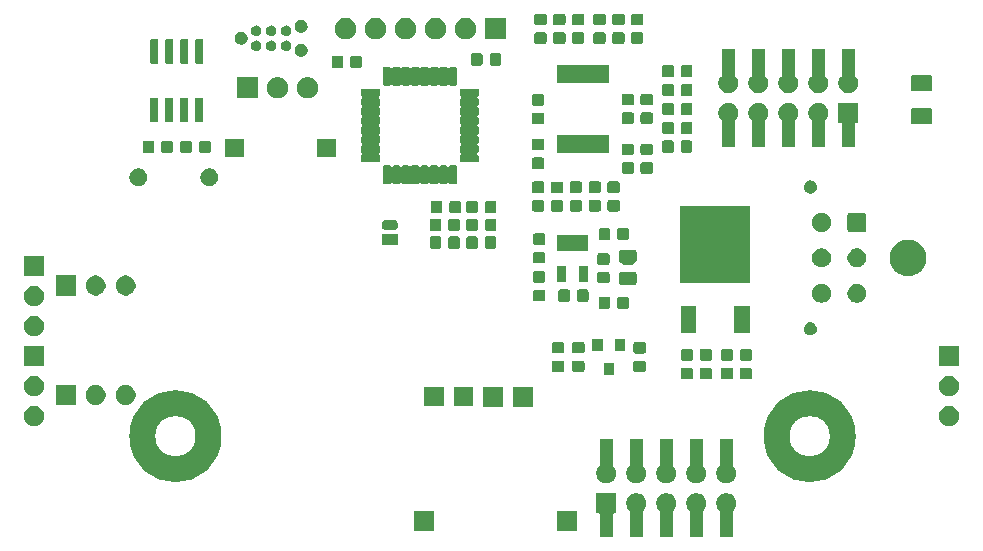
<source format=gbr>
G04 #@! TF.GenerationSoftware,KiCad,Pcbnew,5.1.5+dfsg1-2build2*
G04 #@! TF.CreationDate,2021-11-18T20:41:00+01:00*
G04 #@! TF.ProjectId,wideband_controller_mre,77696465-6261-46e6-945f-636f6e74726f,V1.0*
G04 #@! TF.SameCoordinates,Original*
G04 #@! TF.FileFunction,Soldermask,Top*
G04 #@! TF.FilePolarity,Negative*
%FSLAX46Y46*%
G04 Gerber Fmt 4.6, Leading zero omitted, Abs format (unit mm)*
G04 Created by KiCad (PCBNEW 5.1.5+dfsg1-2build2) date 2021-11-18 20:41:00*
%MOMM*%
%LPD*%
G04 APERTURE LIST*
%ADD10C,2.200000*%
%ADD11C,0.100000*%
G04 APERTURE END LIST*
D10*
X145000000Y-162700000D02*
G75*
G03X145000000Y-162700000I-2800000J0D01*
G01*
X91301785Y-162700000D02*
G75*
G03X91301785Y-162700000I-2801785J0D01*
G01*
D11*
G36*
X125824080Y-169230060D02*
G01*
X125643999Y-169230060D01*
X125619613Y-169232462D01*
X125596164Y-169239575D01*
X125574553Y-169251126D01*
X125555611Y-169266671D01*
X125540066Y-169285613D01*
X125528515Y-169307224D01*
X125521402Y-169330673D01*
X125519000Y-169355059D01*
X125519000Y-171257600D01*
X124417000Y-171257600D01*
X124417000Y-169355059D01*
X124414598Y-169330673D01*
X124407485Y-169307224D01*
X124395934Y-169285613D01*
X124380389Y-169266671D01*
X124361447Y-169251126D01*
X124339836Y-169239575D01*
X124316387Y-169232462D01*
X124292001Y-169230060D01*
X124122080Y-169230060D01*
X124122080Y-167528060D01*
X125824080Y-167528060D01*
X125824080Y-169230060D01*
G37*
G36*
X132841308Y-167560763D02*
G01*
X132996180Y-167624913D01*
X133135561Y-167718045D01*
X133254095Y-167836579D01*
X133347227Y-167975960D01*
X133411377Y-168130832D01*
X133444080Y-168295244D01*
X133444080Y-168462876D01*
X133411377Y-168627288D01*
X133347227Y-168782160D01*
X133254095Y-168921541D01*
X133175606Y-169000030D01*
X133160066Y-169018966D01*
X133148515Y-169040577D01*
X133141402Y-169064026D01*
X133139000Y-169088412D01*
X133139000Y-171257600D01*
X132037000Y-171257600D01*
X132037000Y-169078252D01*
X132034598Y-169053866D01*
X132027485Y-169030417D01*
X132015934Y-169008806D01*
X132000394Y-168989870D01*
X131932065Y-168921541D01*
X131838933Y-168782160D01*
X131774783Y-168627288D01*
X131742080Y-168462876D01*
X131742080Y-168295244D01*
X131774783Y-168130832D01*
X131838933Y-167975960D01*
X131932065Y-167836579D01*
X132050599Y-167718045D01*
X132189980Y-167624913D01*
X132344852Y-167560763D01*
X132509264Y-167528060D01*
X132676896Y-167528060D01*
X132841308Y-167560763D01*
G37*
G36*
X135381308Y-167560763D02*
G01*
X135536180Y-167624913D01*
X135675561Y-167718045D01*
X135794095Y-167836579D01*
X135887227Y-167975960D01*
X135951377Y-168130832D01*
X135984080Y-168295244D01*
X135984080Y-168462876D01*
X135951377Y-168627288D01*
X135887227Y-168782160D01*
X135794095Y-168921541D01*
X135715606Y-169000030D01*
X135700066Y-169018966D01*
X135688515Y-169040577D01*
X135681402Y-169064026D01*
X135679000Y-169088412D01*
X135679000Y-171257600D01*
X134577000Y-171257600D01*
X134577000Y-169078252D01*
X134574598Y-169053866D01*
X134567485Y-169030417D01*
X134555934Y-169008806D01*
X134540394Y-168989870D01*
X134472065Y-168921541D01*
X134378933Y-168782160D01*
X134314783Y-168627288D01*
X134282080Y-168462876D01*
X134282080Y-168295244D01*
X134314783Y-168130832D01*
X134378933Y-167975960D01*
X134472065Y-167836579D01*
X134590599Y-167718045D01*
X134729980Y-167624913D01*
X134884852Y-167560763D01*
X135049264Y-167528060D01*
X135216896Y-167528060D01*
X135381308Y-167560763D01*
G37*
G36*
X127761308Y-167560763D02*
G01*
X127916180Y-167624913D01*
X128055561Y-167718045D01*
X128174095Y-167836579D01*
X128267227Y-167975960D01*
X128331377Y-168130832D01*
X128364080Y-168295244D01*
X128364080Y-168462876D01*
X128331377Y-168627288D01*
X128267227Y-168782160D01*
X128174095Y-168921541D01*
X128095606Y-169000030D01*
X128080066Y-169018966D01*
X128068515Y-169040577D01*
X128061402Y-169064026D01*
X128059000Y-169088412D01*
X128059000Y-171257600D01*
X126957000Y-171257600D01*
X126957000Y-169078252D01*
X126954598Y-169053866D01*
X126947485Y-169030417D01*
X126935934Y-169008806D01*
X126920394Y-168989870D01*
X126852065Y-168921541D01*
X126758933Y-168782160D01*
X126694783Y-168627288D01*
X126662080Y-168462876D01*
X126662080Y-168295244D01*
X126694783Y-168130832D01*
X126758933Y-167975960D01*
X126852065Y-167836579D01*
X126970599Y-167718045D01*
X127109980Y-167624913D01*
X127264852Y-167560763D01*
X127429264Y-167528060D01*
X127596896Y-167528060D01*
X127761308Y-167560763D01*
G37*
G36*
X130301308Y-167560763D02*
G01*
X130456180Y-167624913D01*
X130595561Y-167718045D01*
X130714095Y-167836579D01*
X130807227Y-167975960D01*
X130871377Y-168130832D01*
X130904080Y-168295244D01*
X130904080Y-168462876D01*
X130871377Y-168627288D01*
X130807227Y-168782160D01*
X130714095Y-168921541D01*
X130635606Y-169000030D01*
X130620066Y-169018966D01*
X130608515Y-169040577D01*
X130601402Y-169064026D01*
X130599000Y-169088412D01*
X130599000Y-171257600D01*
X129497000Y-171257600D01*
X129497000Y-169078252D01*
X129494598Y-169053866D01*
X129487485Y-169030417D01*
X129475934Y-169008806D01*
X129460394Y-168989870D01*
X129392065Y-168921541D01*
X129298933Y-168782160D01*
X129234783Y-168627288D01*
X129202080Y-168462876D01*
X129202080Y-168295244D01*
X129234783Y-168130832D01*
X129298933Y-167975960D01*
X129392065Y-167836579D01*
X129510599Y-167718045D01*
X129649980Y-167624913D01*
X129804852Y-167560763D01*
X129969264Y-167528060D01*
X130136896Y-167528060D01*
X130301308Y-167560763D01*
G37*
G36*
X110401200Y-170731200D02*
G01*
X108699200Y-170731200D01*
X108699200Y-169029200D01*
X110401200Y-169029200D01*
X110401200Y-170731200D01*
G37*
G36*
X122466200Y-170731200D02*
G01*
X120764200Y-170731200D01*
X120764200Y-169029200D01*
X122466200Y-169029200D01*
X122466200Y-170731200D01*
G37*
G36*
X133139000Y-165129708D02*
G01*
X133141402Y-165154094D01*
X133148515Y-165177543D01*
X133160066Y-165199154D01*
X133175606Y-165218090D01*
X133254095Y-165296579D01*
X133347227Y-165435960D01*
X133411377Y-165590832D01*
X133444080Y-165755244D01*
X133444080Y-165922876D01*
X133411377Y-166087288D01*
X133347227Y-166242160D01*
X133254095Y-166381541D01*
X133135561Y-166500075D01*
X132996180Y-166593207D01*
X132841308Y-166657357D01*
X132676896Y-166690060D01*
X132509264Y-166690060D01*
X132344852Y-166657357D01*
X132189980Y-166593207D01*
X132050599Y-166500075D01*
X131932065Y-166381541D01*
X131838933Y-166242160D01*
X131774783Y-166087288D01*
X131742080Y-165922876D01*
X131742080Y-165755244D01*
X131774783Y-165590832D01*
X131838933Y-165435960D01*
X131932065Y-165296579D01*
X132000394Y-165228250D01*
X132015934Y-165209314D01*
X132027485Y-165187703D01*
X132034598Y-165164254D01*
X132037000Y-165139868D01*
X132037000Y-162955600D01*
X133139000Y-162955600D01*
X133139000Y-165129708D01*
G37*
G36*
X125519000Y-165129708D02*
G01*
X125521402Y-165154094D01*
X125528515Y-165177543D01*
X125540066Y-165199154D01*
X125555606Y-165218090D01*
X125634095Y-165296579D01*
X125727227Y-165435960D01*
X125791377Y-165590832D01*
X125824080Y-165755244D01*
X125824080Y-165922876D01*
X125791377Y-166087288D01*
X125727227Y-166242160D01*
X125634095Y-166381541D01*
X125515561Y-166500075D01*
X125376180Y-166593207D01*
X125221308Y-166657357D01*
X125056896Y-166690060D01*
X124889264Y-166690060D01*
X124724852Y-166657357D01*
X124569980Y-166593207D01*
X124430599Y-166500075D01*
X124312065Y-166381541D01*
X124218933Y-166242160D01*
X124154783Y-166087288D01*
X124122080Y-165922876D01*
X124122080Y-165755244D01*
X124154783Y-165590832D01*
X124218933Y-165435960D01*
X124312065Y-165296579D01*
X124380394Y-165228250D01*
X124395934Y-165209314D01*
X124407485Y-165187703D01*
X124414598Y-165164254D01*
X124417000Y-165139868D01*
X124417000Y-162955600D01*
X125519000Y-162955600D01*
X125519000Y-165129708D01*
G37*
G36*
X130599000Y-165129708D02*
G01*
X130601402Y-165154094D01*
X130608515Y-165177543D01*
X130620066Y-165199154D01*
X130635606Y-165218090D01*
X130714095Y-165296579D01*
X130807227Y-165435960D01*
X130871377Y-165590832D01*
X130904080Y-165755244D01*
X130904080Y-165922876D01*
X130871377Y-166087288D01*
X130807227Y-166242160D01*
X130714095Y-166381541D01*
X130595561Y-166500075D01*
X130456180Y-166593207D01*
X130301308Y-166657357D01*
X130136896Y-166690060D01*
X129969264Y-166690060D01*
X129804852Y-166657357D01*
X129649980Y-166593207D01*
X129510599Y-166500075D01*
X129392065Y-166381541D01*
X129298933Y-166242160D01*
X129234783Y-166087288D01*
X129202080Y-165922876D01*
X129202080Y-165755244D01*
X129234783Y-165590832D01*
X129298933Y-165435960D01*
X129392065Y-165296579D01*
X129460394Y-165228250D01*
X129475934Y-165209314D01*
X129487485Y-165187703D01*
X129494598Y-165164254D01*
X129497000Y-165139868D01*
X129497000Y-162955600D01*
X130599000Y-162955600D01*
X130599000Y-165129708D01*
G37*
G36*
X135679000Y-165129708D02*
G01*
X135681402Y-165154094D01*
X135688515Y-165177543D01*
X135700066Y-165199154D01*
X135715606Y-165218090D01*
X135794095Y-165296579D01*
X135887227Y-165435960D01*
X135951377Y-165590832D01*
X135984080Y-165755244D01*
X135984080Y-165922876D01*
X135951377Y-166087288D01*
X135887227Y-166242160D01*
X135794095Y-166381541D01*
X135675561Y-166500075D01*
X135536180Y-166593207D01*
X135381308Y-166657357D01*
X135216896Y-166690060D01*
X135049264Y-166690060D01*
X134884852Y-166657357D01*
X134729980Y-166593207D01*
X134590599Y-166500075D01*
X134472065Y-166381541D01*
X134378933Y-166242160D01*
X134314783Y-166087288D01*
X134282080Y-165922876D01*
X134282080Y-165755244D01*
X134314783Y-165590832D01*
X134378933Y-165435960D01*
X134472065Y-165296579D01*
X134540394Y-165228250D01*
X134555934Y-165209314D01*
X134567485Y-165187703D01*
X134574598Y-165164254D01*
X134577000Y-165139868D01*
X134577000Y-162955600D01*
X135679000Y-162955600D01*
X135679000Y-165129708D01*
G37*
G36*
X128059000Y-165129708D02*
G01*
X128061402Y-165154094D01*
X128068515Y-165177543D01*
X128080066Y-165199154D01*
X128095606Y-165218090D01*
X128174095Y-165296579D01*
X128267227Y-165435960D01*
X128331377Y-165590832D01*
X128364080Y-165755244D01*
X128364080Y-165922876D01*
X128331377Y-166087288D01*
X128267227Y-166242160D01*
X128174095Y-166381541D01*
X128055561Y-166500075D01*
X127916180Y-166593207D01*
X127761308Y-166657357D01*
X127596896Y-166690060D01*
X127429264Y-166690060D01*
X127264852Y-166657357D01*
X127109980Y-166593207D01*
X126970599Y-166500075D01*
X126852065Y-166381541D01*
X126758933Y-166242160D01*
X126694783Y-166087288D01*
X126662080Y-165922876D01*
X126662080Y-165755244D01*
X126694783Y-165590832D01*
X126758933Y-165435960D01*
X126852065Y-165296579D01*
X126920394Y-165228250D01*
X126935934Y-165209314D01*
X126947485Y-165187703D01*
X126954598Y-165164254D01*
X126957000Y-165139868D01*
X126957000Y-162955600D01*
X128059000Y-162955600D01*
X128059000Y-165129708D01*
G37*
G36*
X76778428Y-160171903D02*
G01*
X76933300Y-160236053D01*
X77072681Y-160329185D01*
X77191215Y-160447719D01*
X77284347Y-160587100D01*
X77348497Y-160741972D01*
X77381200Y-160906384D01*
X77381200Y-161074016D01*
X77348497Y-161238428D01*
X77284347Y-161393300D01*
X77191215Y-161532681D01*
X77072681Y-161651215D01*
X76933300Y-161744347D01*
X76778428Y-161808497D01*
X76614016Y-161841200D01*
X76446384Y-161841200D01*
X76281972Y-161808497D01*
X76127100Y-161744347D01*
X75987719Y-161651215D01*
X75869185Y-161532681D01*
X75776053Y-161393300D01*
X75711903Y-161238428D01*
X75679200Y-161074016D01*
X75679200Y-160906384D01*
X75711903Y-160741972D01*
X75776053Y-160587100D01*
X75869185Y-160447719D01*
X75987719Y-160329185D01*
X76127100Y-160236053D01*
X76281972Y-160171903D01*
X76446384Y-160139200D01*
X76614016Y-160139200D01*
X76778428Y-160171903D01*
G37*
G36*
X154248428Y-160171903D02*
G01*
X154403300Y-160236053D01*
X154542681Y-160329185D01*
X154661215Y-160447719D01*
X154754347Y-160587100D01*
X154818497Y-160741972D01*
X154851200Y-160906384D01*
X154851200Y-161074016D01*
X154818497Y-161238428D01*
X154754347Y-161393300D01*
X154661215Y-161532681D01*
X154542681Y-161651215D01*
X154403300Y-161744347D01*
X154248428Y-161808497D01*
X154084016Y-161841200D01*
X153916384Y-161841200D01*
X153751972Y-161808497D01*
X153597100Y-161744347D01*
X153457719Y-161651215D01*
X153339185Y-161532681D01*
X153246053Y-161393300D01*
X153181903Y-161238428D01*
X153149200Y-161074016D01*
X153149200Y-160906384D01*
X153181903Y-160741972D01*
X153246053Y-160587100D01*
X153339185Y-160447719D01*
X153457719Y-160329185D01*
X153597100Y-160236053D01*
X153751972Y-160171903D01*
X153916384Y-160139200D01*
X154084016Y-160139200D01*
X154248428Y-160171903D01*
G37*
G36*
X116251600Y-160211800D02*
G01*
X114549600Y-160211800D01*
X114549600Y-158509800D01*
X116251600Y-158509800D01*
X116251600Y-160211800D01*
G37*
G36*
X118751600Y-160211800D02*
G01*
X117049600Y-160211800D01*
X117049600Y-158509800D01*
X118751600Y-158509800D01*
X118751600Y-160211800D01*
G37*
G36*
X111213600Y-160173800D02*
G01*
X109587600Y-160173800D01*
X109587600Y-158547800D01*
X111213600Y-158547800D01*
X111213600Y-160173800D01*
G37*
G36*
X113713600Y-160173800D02*
G01*
X112087600Y-160173800D01*
X112087600Y-158547800D01*
X113713600Y-158547800D01*
X113713600Y-160173800D01*
G37*
G36*
X80048200Y-160063200D02*
G01*
X78346200Y-160063200D01*
X78346200Y-158361200D01*
X80048200Y-158361200D01*
X80048200Y-160063200D01*
G37*
G36*
X84525428Y-158393903D02*
G01*
X84680300Y-158458053D01*
X84819681Y-158551185D01*
X84938215Y-158669719D01*
X85031347Y-158809100D01*
X85095497Y-158963972D01*
X85128200Y-159128384D01*
X85128200Y-159296016D01*
X85095497Y-159460428D01*
X85031347Y-159615300D01*
X84938215Y-159754681D01*
X84819681Y-159873215D01*
X84680300Y-159966347D01*
X84525428Y-160030497D01*
X84361016Y-160063200D01*
X84193384Y-160063200D01*
X84028972Y-160030497D01*
X83874100Y-159966347D01*
X83734719Y-159873215D01*
X83616185Y-159754681D01*
X83523053Y-159615300D01*
X83458903Y-159460428D01*
X83426200Y-159296016D01*
X83426200Y-159128384D01*
X83458903Y-158963972D01*
X83523053Y-158809100D01*
X83616185Y-158669719D01*
X83734719Y-158551185D01*
X83874100Y-158458053D01*
X84028972Y-158393903D01*
X84193384Y-158361200D01*
X84361016Y-158361200D01*
X84525428Y-158393903D01*
G37*
G36*
X81985428Y-158393903D02*
G01*
X82140300Y-158458053D01*
X82279681Y-158551185D01*
X82398215Y-158669719D01*
X82491347Y-158809100D01*
X82555497Y-158963972D01*
X82588200Y-159128384D01*
X82588200Y-159296016D01*
X82555497Y-159460428D01*
X82491347Y-159615300D01*
X82398215Y-159754681D01*
X82279681Y-159873215D01*
X82140300Y-159966347D01*
X81985428Y-160030497D01*
X81821016Y-160063200D01*
X81653384Y-160063200D01*
X81488972Y-160030497D01*
X81334100Y-159966347D01*
X81194719Y-159873215D01*
X81076185Y-159754681D01*
X80983053Y-159615300D01*
X80918903Y-159460428D01*
X80886200Y-159296016D01*
X80886200Y-159128384D01*
X80918903Y-158963972D01*
X80983053Y-158809100D01*
X81076185Y-158669719D01*
X81194719Y-158551185D01*
X81334100Y-158458053D01*
X81488972Y-158393903D01*
X81653384Y-158361200D01*
X81821016Y-158361200D01*
X81985428Y-158393903D01*
G37*
G36*
X76778428Y-157631903D02*
G01*
X76933300Y-157696053D01*
X77072681Y-157789185D01*
X77191215Y-157907719D01*
X77284347Y-158047100D01*
X77348497Y-158201972D01*
X77381200Y-158366384D01*
X77381200Y-158534016D01*
X77348497Y-158698428D01*
X77284347Y-158853300D01*
X77191215Y-158992681D01*
X77072681Y-159111215D01*
X76933300Y-159204347D01*
X76778428Y-159268497D01*
X76614016Y-159301200D01*
X76446384Y-159301200D01*
X76281972Y-159268497D01*
X76127100Y-159204347D01*
X75987719Y-159111215D01*
X75869185Y-158992681D01*
X75776053Y-158853300D01*
X75711903Y-158698428D01*
X75679200Y-158534016D01*
X75679200Y-158366384D01*
X75711903Y-158201972D01*
X75776053Y-158047100D01*
X75869185Y-157907719D01*
X75987719Y-157789185D01*
X76127100Y-157696053D01*
X76281972Y-157631903D01*
X76446384Y-157599200D01*
X76614016Y-157599200D01*
X76778428Y-157631903D01*
G37*
G36*
X154248428Y-157631903D02*
G01*
X154403300Y-157696053D01*
X154542681Y-157789185D01*
X154661215Y-157907719D01*
X154754347Y-158047100D01*
X154818497Y-158201972D01*
X154851200Y-158366384D01*
X154851200Y-158534016D01*
X154818497Y-158698428D01*
X154754347Y-158853300D01*
X154661215Y-158992681D01*
X154542681Y-159111215D01*
X154403300Y-159204347D01*
X154248428Y-159268497D01*
X154084016Y-159301200D01*
X153916384Y-159301200D01*
X153751972Y-159268497D01*
X153597100Y-159204347D01*
X153457719Y-159111215D01*
X153339185Y-158992681D01*
X153246053Y-158853300D01*
X153181903Y-158698428D01*
X153149200Y-158534016D01*
X153149200Y-158366384D01*
X153181903Y-158201972D01*
X153246053Y-158047100D01*
X153339185Y-157907719D01*
X153457719Y-157789185D01*
X153597100Y-157696053D01*
X153751972Y-157631903D01*
X153916384Y-157599200D01*
X154084016Y-157599200D01*
X154248428Y-157631903D01*
G37*
G36*
X132179591Y-156903085D02*
G01*
X132213569Y-156913393D01*
X132244890Y-156930134D01*
X132272339Y-156952661D01*
X132294866Y-156980110D01*
X132311607Y-157011431D01*
X132321915Y-157045409D01*
X132326000Y-157086890D01*
X132326000Y-157688110D01*
X132321915Y-157729591D01*
X132311607Y-157763569D01*
X132294866Y-157794890D01*
X132272339Y-157822339D01*
X132244890Y-157844866D01*
X132213569Y-157861607D01*
X132179591Y-157871915D01*
X132138110Y-157876000D01*
X131461890Y-157876000D01*
X131420409Y-157871915D01*
X131386431Y-157861607D01*
X131355110Y-157844866D01*
X131327661Y-157822339D01*
X131305134Y-157794890D01*
X131288393Y-157763569D01*
X131278085Y-157729591D01*
X131274000Y-157688110D01*
X131274000Y-157086890D01*
X131278085Y-157045409D01*
X131288393Y-157011431D01*
X131305134Y-156980110D01*
X131327661Y-156952661D01*
X131355110Y-156930134D01*
X131386431Y-156913393D01*
X131420409Y-156903085D01*
X131461890Y-156899000D01*
X132138110Y-156899000D01*
X132179591Y-156903085D01*
G37*
G36*
X133779591Y-156903085D02*
G01*
X133813569Y-156913393D01*
X133844890Y-156930134D01*
X133872339Y-156952661D01*
X133894866Y-156980110D01*
X133911607Y-157011431D01*
X133921915Y-157045409D01*
X133926000Y-157086890D01*
X133926000Y-157688110D01*
X133921915Y-157729591D01*
X133911607Y-157763569D01*
X133894866Y-157794890D01*
X133872339Y-157822339D01*
X133844890Y-157844866D01*
X133813569Y-157861607D01*
X133779591Y-157871915D01*
X133738110Y-157876000D01*
X133061890Y-157876000D01*
X133020409Y-157871915D01*
X132986431Y-157861607D01*
X132955110Y-157844866D01*
X132927661Y-157822339D01*
X132905134Y-157794890D01*
X132888393Y-157763569D01*
X132878085Y-157729591D01*
X132874000Y-157688110D01*
X132874000Y-157086890D01*
X132878085Y-157045409D01*
X132888393Y-157011431D01*
X132905134Y-156980110D01*
X132927661Y-156952661D01*
X132955110Y-156930134D01*
X132986431Y-156913393D01*
X133020409Y-156903085D01*
X133061890Y-156899000D01*
X133738110Y-156899000D01*
X133779591Y-156903085D01*
G37*
G36*
X135579591Y-156903085D02*
G01*
X135613569Y-156913393D01*
X135644890Y-156930134D01*
X135672339Y-156952661D01*
X135694866Y-156980110D01*
X135711607Y-157011431D01*
X135721915Y-157045409D01*
X135726000Y-157086890D01*
X135726000Y-157688110D01*
X135721915Y-157729591D01*
X135711607Y-157763569D01*
X135694866Y-157794890D01*
X135672339Y-157822339D01*
X135644890Y-157844866D01*
X135613569Y-157861607D01*
X135579591Y-157871915D01*
X135538110Y-157876000D01*
X134861890Y-157876000D01*
X134820409Y-157871915D01*
X134786431Y-157861607D01*
X134755110Y-157844866D01*
X134727661Y-157822339D01*
X134705134Y-157794890D01*
X134688393Y-157763569D01*
X134678085Y-157729591D01*
X134674000Y-157688110D01*
X134674000Y-157086890D01*
X134678085Y-157045409D01*
X134688393Y-157011431D01*
X134705134Y-156980110D01*
X134727661Y-156952661D01*
X134755110Y-156930134D01*
X134786431Y-156913393D01*
X134820409Y-156903085D01*
X134861890Y-156899000D01*
X135538110Y-156899000D01*
X135579591Y-156903085D01*
G37*
G36*
X137179591Y-156903085D02*
G01*
X137213569Y-156913393D01*
X137244890Y-156930134D01*
X137272339Y-156952661D01*
X137294866Y-156980110D01*
X137311607Y-157011431D01*
X137321915Y-157045409D01*
X137326000Y-157086890D01*
X137326000Y-157688110D01*
X137321915Y-157729591D01*
X137311607Y-157763569D01*
X137294866Y-157794890D01*
X137272339Y-157822339D01*
X137244890Y-157844866D01*
X137213569Y-157861607D01*
X137179591Y-157871915D01*
X137138110Y-157876000D01*
X136461890Y-157876000D01*
X136420409Y-157871915D01*
X136386431Y-157861607D01*
X136355110Y-157844866D01*
X136327661Y-157822339D01*
X136305134Y-157794890D01*
X136288393Y-157763569D01*
X136278085Y-157729591D01*
X136274000Y-157688110D01*
X136274000Y-157086890D01*
X136278085Y-157045409D01*
X136288393Y-157011431D01*
X136305134Y-156980110D01*
X136327661Y-156952661D01*
X136355110Y-156930134D01*
X136386431Y-156913393D01*
X136420409Y-156903085D01*
X136461890Y-156899000D01*
X137138110Y-156899000D01*
X137179591Y-156903085D01*
G37*
G36*
X125651000Y-157501000D02*
G01*
X124749000Y-157501000D01*
X124749000Y-156499000D01*
X125651000Y-156499000D01*
X125651000Y-157501000D01*
G37*
G36*
X128179591Y-156303085D02*
G01*
X128213569Y-156313393D01*
X128244890Y-156330134D01*
X128272339Y-156352661D01*
X128294866Y-156380110D01*
X128311607Y-156411431D01*
X128321915Y-156445409D01*
X128326000Y-156486890D01*
X128326000Y-157088110D01*
X128321915Y-157129591D01*
X128311607Y-157163569D01*
X128294866Y-157194890D01*
X128272339Y-157222339D01*
X128244890Y-157244866D01*
X128213569Y-157261607D01*
X128179591Y-157271915D01*
X128138110Y-157276000D01*
X127461890Y-157276000D01*
X127420409Y-157271915D01*
X127386431Y-157261607D01*
X127355110Y-157244866D01*
X127327661Y-157222339D01*
X127305134Y-157194890D01*
X127288393Y-157163569D01*
X127278085Y-157129591D01*
X127274000Y-157088110D01*
X127274000Y-156486890D01*
X127278085Y-156445409D01*
X127288393Y-156411431D01*
X127305134Y-156380110D01*
X127327661Y-156352661D01*
X127355110Y-156330134D01*
X127386431Y-156313393D01*
X127420409Y-156303085D01*
X127461890Y-156299000D01*
X128138110Y-156299000D01*
X128179591Y-156303085D01*
G37*
G36*
X122991791Y-156297185D02*
G01*
X123025769Y-156307493D01*
X123057090Y-156324234D01*
X123084539Y-156346761D01*
X123107066Y-156374210D01*
X123123807Y-156405531D01*
X123134115Y-156439509D01*
X123138200Y-156480990D01*
X123138200Y-157082210D01*
X123134115Y-157123691D01*
X123123807Y-157157669D01*
X123107066Y-157188990D01*
X123084539Y-157216439D01*
X123057090Y-157238966D01*
X123025769Y-157255707D01*
X122991791Y-157266015D01*
X122950310Y-157270100D01*
X122274090Y-157270100D01*
X122232609Y-157266015D01*
X122198631Y-157255707D01*
X122167310Y-157238966D01*
X122139861Y-157216439D01*
X122117334Y-157188990D01*
X122100593Y-157157669D01*
X122090285Y-157123691D01*
X122086200Y-157082210D01*
X122086200Y-156480990D01*
X122090285Y-156439509D01*
X122100593Y-156405531D01*
X122117334Y-156374210D01*
X122139861Y-156346761D01*
X122167310Y-156324234D01*
X122198631Y-156307493D01*
X122232609Y-156297185D01*
X122274090Y-156293100D01*
X122950310Y-156293100D01*
X122991791Y-156297185D01*
G37*
G36*
X121264591Y-156297085D02*
G01*
X121298569Y-156307393D01*
X121329890Y-156324134D01*
X121357339Y-156346661D01*
X121379866Y-156374110D01*
X121396607Y-156405431D01*
X121406915Y-156439409D01*
X121411000Y-156480890D01*
X121411000Y-157082110D01*
X121406915Y-157123591D01*
X121396607Y-157157569D01*
X121379866Y-157188890D01*
X121357339Y-157216339D01*
X121329890Y-157238866D01*
X121298569Y-157255607D01*
X121264591Y-157265915D01*
X121223110Y-157270000D01*
X120546890Y-157270000D01*
X120505409Y-157265915D01*
X120471431Y-157255607D01*
X120440110Y-157238866D01*
X120412661Y-157216339D01*
X120390134Y-157188890D01*
X120373393Y-157157569D01*
X120363085Y-157123591D01*
X120359000Y-157082110D01*
X120359000Y-156480890D01*
X120363085Y-156439409D01*
X120373393Y-156405431D01*
X120390134Y-156374110D01*
X120412661Y-156346661D01*
X120440110Y-156324134D01*
X120471431Y-156307393D01*
X120505409Y-156297085D01*
X120546890Y-156293000D01*
X121223110Y-156293000D01*
X121264591Y-156297085D01*
G37*
G36*
X77381200Y-156761200D02*
G01*
X75679200Y-156761200D01*
X75679200Y-155059200D01*
X77381200Y-155059200D01*
X77381200Y-156761200D01*
G37*
G36*
X154851200Y-156761200D02*
G01*
X153149200Y-156761200D01*
X153149200Y-155059200D01*
X154851200Y-155059200D01*
X154851200Y-156761200D01*
G37*
G36*
X137179591Y-155328085D02*
G01*
X137213569Y-155338393D01*
X137244890Y-155355134D01*
X137272339Y-155377661D01*
X137294866Y-155405110D01*
X137311607Y-155436431D01*
X137321915Y-155470409D01*
X137326000Y-155511890D01*
X137326000Y-156113110D01*
X137321915Y-156154591D01*
X137311607Y-156188569D01*
X137294866Y-156219890D01*
X137272339Y-156247339D01*
X137244890Y-156269866D01*
X137213569Y-156286607D01*
X137179591Y-156296915D01*
X137138110Y-156301000D01*
X136461890Y-156301000D01*
X136420409Y-156296915D01*
X136386431Y-156286607D01*
X136355110Y-156269866D01*
X136327661Y-156247339D01*
X136305134Y-156219890D01*
X136288393Y-156188569D01*
X136278085Y-156154591D01*
X136274000Y-156113110D01*
X136274000Y-155511890D01*
X136278085Y-155470409D01*
X136288393Y-155436431D01*
X136305134Y-155405110D01*
X136327661Y-155377661D01*
X136355110Y-155355134D01*
X136386431Y-155338393D01*
X136420409Y-155328085D01*
X136461890Y-155324000D01*
X137138110Y-155324000D01*
X137179591Y-155328085D01*
G37*
G36*
X135579591Y-155328085D02*
G01*
X135613569Y-155338393D01*
X135644890Y-155355134D01*
X135672339Y-155377661D01*
X135694866Y-155405110D01*
X135711607Y-155436431D01*
X135721915Y-155470409D01*
X135726000Y-155511890D01*
X135726000Y-156113110D01*
X135721915Y-156154591D01*
X135711607Y-156188569D01*
X135694866Y-156219890D01*
X135672339Y-156247339D01*
X135644890Y-156269866D01*
X135613569Y-156286607D01*
X135579591Y-156296915D01*
X135538110Y-156301000D01*
X134861890Y-156301000D01*
X134820409Y-156296915D01*
X134786431Y-156286607D01*
X134755110Y-156269866D01*
X134727661Y-156247339D01*
X134705134Y-156219890D01*
X134688393Y-156188569D01*
X134678085Y-156154591D01*
X134674000Y-156113110D01*
X134674000Y-155511890D01*
X134678085Y-155470409D01*
X134688393Y-155436431D01*
X134705134Y-155405110D01*
X134727661Y-155377661D01*
X134755110Y-155355134D01*
X134786431Y-155338393D01*
X134820409Y-155328085D01*
X134861890Y-155324000D01*
X135538110Y-155324000D01*
X135579591Y-155328085D01*
G37*
G36*
X133779591Y-155328085D02*
G01*
X133813569Y-155338393D01*
X133844890Y-155355134D01*
X133872339Y-155377661D01*
X133894866Y-155405110D01*
X133911607Y-155436431D01*
X133921915Y-155470409D01*
X133926000Y-155511890D01*
X133926000Y-156113110D01*
X133921915Y-156154591D01*
X133911607Y-156188569D01*
X133894866Y-156219890D01*
X133872339Y-156247339D01*
X133844890Y-156269866D01*
X133813569Y-156286607D01*
X133779591Y-156296915D01*
X133738110Y-156301000D01*
X133061890Y-156301000D01*
X133020409Y-156296915D01*
X132986431Y-156286607D01*
X132955110Y-156269866D01*
X132927661Y-156247339D01*
X132905134Y-156219890D01*
X132888393Y-156188569D01*
X132878085Y-156154591D01*
X132874000Y-156113110D01*
X132874000Y-155511890D01*
X132878085Y-155470409D01*
X132888393Y-155436431D01*
X132905134Y-155405110D01*
X132927661Y-155377661D01*
X132955110Y-155355134D01*
X132986431Y-155338393D01*
X133020409Y-155328085D01*
X133061890Y-155324000D01*
X133738110Y-155324000D01*
X133779591Y-155328085D01*
G37*
G36*
X132179591Y-155328085D02*
G01*
X132213569Y-155338393D01*
X132244890Y-155355134D01*
X132272339Y-155377661D01*
X132294866Y-155405110D01*
X132311607Y-155436431D01*
X132321915Y-155470409D01*
X132326000Y-155511890D01*
X132326000Y-156113110D01*
X132321915Y-156154591D01*
X132311607Y-156188569D01*
X132294866Y-156219890D01*
X132272339Y-156247339D01*
X132244890Y-156269866D01*
X132213569Y-156286607D01*
X132179591Y-156296915D01*
X132138110Y-156301000D01*
X131461890Y-156301000D01*
X131420409Y-156296915D01*
X131386431Y-156286607D01*
X131355110Y-156269866D01*
X131327661Y-156247339D01*
X131305134Y-156219890D01*
X131288393Y-156188569D01*
X131278085Y-156154591D01*
X131274000Y-156113110D01*
X131274000Y-155511890D01*
X131278085Y-155470409D01*
X131288393Y-155436431D01*
X131305134Y-155405110D01*
X131327661Y-155377661D01*
X131355110Y-155355134D01*
X131386431Y-155338393D01*
X131420409Y-155328085D01*
X131461890Y-155324000D01*
X132138110Y-155324000D01*
X132179591Y-155328085D01*
G37*
G36*
X128179591Y-154728085D02*
G01*
X128213569Y-154738393D01*
X128244890Y-154755134D01*
X128272339Y-154777661D01*
X128294866Y-154805110D01*
X128311607Y-154836431D01*
X128321915Y-154870409D01*
X128326000Y-154911890D01*
X128326000Y-155513110D01*
X128321915Y-155554591D01*
X128311607Y-155588569D01*
X128294866Y-155619890D01*
X128272339Y-155647339D01*
X128244890Y-155669866D01*
X128213569Y-155686607D01*
X128179591Y-155696915D01*
X128138110Y-155701000D01*
X127461890Y-155701000D01*
X127420409Y-155696915D01*
X127386431Y-155686607D01*
X127355110Y-155669866D01*
X127327661Y-155647339D01*
X127305134Y-155619890D01*
X127288393Y-155588569D01*
X127278085Y-155554591D01*
X127274000Y-155513110D01*
X127274000Y-154911890D01*
X127278085Y-154870409D01*
X127288393Y-154836431D01*
X127305134Y-154805110D01*
X127327661Y-154777661D01*
X127355110Y-154755134D01*
X127386431Y-154738393D01*
X127420409Y-154728085D01*
X127461890Y-154724000D01*
X128138110Y-154724000D01*
X128179591Y-154728085D01*
G37*
G36*
X122991791Y-154722185D02*
G01*
X123025769Y-154732493D01*
X123057090Y-154749234D01*
X123084539Y-154771761D01*
X123107066Y-154799210D01*
X123123807Y-154830531D01*
X123134115Y-154864509D01*
X123138200Y-154905990D01*
X123138200Y-155507210D01*
X123134115Y-155548691D01*
X123123807Y-155582669D01*
X123107066Y-155613990D01*
X123084539Y-155641439D01*
X123057090Y-155663966D01*
X123025769Y-155680707D01*
X122991791Y-155691015D01*
X122950310Y-155695100D01*
X122274090Y-155695100D01*
X122232609Y-155691015D01*
X122198631Y-155680707D01*
X122167310Y-155663966D01*
X122139861Y-155641439D01*
X122117334Y-155613990D01*
X122100593Y-155582669D01*
X122090285Y-155548691D01*
X122086200Y-155507210D01*
X122086200Y-154905990D01*
X122090285Y-154864509D01*
X122100593Y-154830531D01*
X122117334Y-154799210D01*
X122139861Y-154771761D01*
X122167310Y-154749234D01*
X122198631Y-154732493D01*
X122232609Y-154722185D01*
X122274090Y-154718100D01*
X122950310Y-154718100D01*
X122991791Y-154722185D01*
G37*
G36*
X121264591Y-154722085D02*
G01*
X121298569Y-154732393D01*
X121329890Y-154749134D01*
X121357339Y-154771661D01*
X121379866Y-154799110D01*
X121396607Y-154830431D01*
X121406915Y-154864409D01*
X121411000Y-154905890D01*
X121411000Y-155507110D01*
X121406915Y-155548591D01*
X121396607Y-155582569D01*
X121379866Y-155613890D01*
X121357339Y-155641339D01*
X121329890Y-155663866D01*
X121298569Y-155680607D01*
X121264591Y-155690915D01*
X121223110Y-155695000D01*
X120546890Y-155695000D01*
X120505409Y-155690915D01*
X120471431Y-155680607D01*
X120440110Y-155663866D01*
X120412661Y-155641339D01*
X120390134Y-155613890D01*
X120373393Y-155582569D01*
X120363085Y-155548591D01*
X120359000Y-155507110D01*
X120359000Y-154905890D01*
X120363085Y-154864409D01*
X120373393Y-154830431D01*
X120390134Y-154799110D01*
X120412661Y-154771661D01*
X120440110Y-154749134D01*
X120471431Y-154732393D01*
X120505409Y-154722085D01*
X120546890Y-154718000D01*
X121223110Y-154718000D01*
X121264591Y-154722085D01*
G37*
G36*
X126601000Y-155501000D02*
G01*
X125699000Y-155501000D01*
X125699000Y-154499000D01*
X126601000Y-154499000D01*
X126601000Y-155501000D01*
G37*
G36*
X124701000Y-155501000D02*
G01*
X123799000Y-155501000D01*
X123799000Y-154499000D01*
X124701000Y-154499000D01*
X124701000Y-155501000D01*
G37*
G36*
X76778428Y-152551903D02*
G01*
X76933300Y-152616053D01*
X77072681Y-152709185D01*
X77191215Y-152827719D01*
X77284347Y-152967100D01*
X77348497Y-153121972D01*
X77381200Y-153286384D01*
X77381200Y-153454016D01*
X77348497Y-153618428D01*
X77284347Y-153773300D01*
X77191215Y-153912681D01*
X77072681Y-154031215D01*
X76933300Y-154124347D01*
X76778428Y-154188497D01*
X76614016Y-154221200D01*
X76446384Y-154221200D01*
X76281972Y-154188497D01*
X76127100Y-154124347D01*
X75987719Y-154031215D01*
X75869185Y-153912681D01*
X75776053Y-153773300D01*
X75711903Y-153618428D01*
X75679200Y-153454016D01*
X75679200Y-153286384D01*
X75711903Y-153121972D01*
X75776053Y-152967100D01*
X75869185Y-152827719D01*
X75987719Y-152709185D01*
X76127100Y-152616053D01*
X76281972Y-152551903D01*
X76446384Y-152519200D01*
X76614016Y-152519200D01*
X76778428Y-152551903D01*
G37*
G36*
X142420721Y-153070174D02*
G01*
X142520995Y-153111709D01*
X142565812Y-153141655D01*
X142611242Y-153172010D01*
X142687990Y-153248758D01*
X142687991Y-153248760D01*
X142748291Y-153339005D01*
X142789826Y-153439279D01*
X142811000Y-153545730D01*
X142811000Y-153654270D01*
X142789826Y-153760721D01*
X142748291Y-153860995D01*
X142748290Y-153860996D01*
X142687990Y-153951242D01*
X142611242Y-154027990D01*
X142606415Y-154031215D01*
X142520995Y-154088291D01*
X142420721Y-154129826D01*
X142314270Y-154151000D01*
X142205730Y-154151000D01*
X142099279Y-154129826D01*
X141999005Y-154088291D01*
X141913585Y-154031215D01*
X141908758Y-154027990D01*
X141832010Y-153951242D01*
X141771710Y-153860996D01*
X141771709Y-153860995D01*
X141730174Y-153760721D01*
X141709000Y-153654270D01*
X141709000Y-153545730D01*
X141730174Y-153439279D01*
X141771709Y-153339005D01*
X141832009Y-153248760D01*
X141832010Y-153248758D01*
X141908758Y-153172010D01*
X141954188Y-153141655D01*
X141999005Y-153111709D01*
X142099279Y-153070174D01*
X142205730Y-153049000D01*
X142314270Y-153049000D01*
X142420721Y-153070174D01*
G37*
G36*
X137131000Y-153951000D02*
G01*
X135829000Y-153951000D01*
X135829000Y-151649000D01*
X137131000Y-151649000D01*
X137131000Y-153951000D01*
G37*
G36*
X132571000Y-153951000D02*
G01*
X131269000Y-153951000D01*
X131269000Y-151649000D01*
X132571000Y-151649000D01*
X132571000Y-153951000D01*
G37*
G36*
X126729591Y-150878085D02*
G01*
X126763569Y-150888393D01*
X126794890Y-150905134D01*
X126822339Y-150927661D01*
X126844866Y-150955110D01*
X126861607Y-150986431D01*
X126871915Y-151020409D01*
X126876000Y-151061890D01*
X126876000Y-151738110D01*
X126871915Y-151779591D01*
X126861607Y-151813569D01*
X126844866Y-151844890D01*
X126822339Y-151872339D01*
X126794890Y-151894866D01*
X126763569Y-151911607D01*
X126729591Y-151921915D01*
X126688110Y-151926000D01*
X126086890Y-151926000D01*
X126045409Y-151921915D01*
X126011431Y-151911607D01*
X125980110Y-151894866D01*
X125952661Y-151872339D01*
X125930134Y-151844890D01*
X125913393Y-151813569D01*
X125903085Y-151779591D01*
X125899000Y-151738110D01*
X125899000Y-151061890D01*
X125903085Y-151020409D01*
X125913393Y-150986431D01*
X125930134Y-150955110D01*
X125952661Y-150927661D01*
X125980110Y-150905134D01*
X126011431Y-150888393D01*
X126045409Y-150878085D01*
X126086890Y-150874000D01*
X126688110Y-150874000D01*
X126729591Y-150878085D01*
G37*
G36*
X125154591Y-150878085D02*
G01*
X125188569Y-150888393D01*
X125219890Y-150905134D01*
X125247339Y-150927661D01*
X125269866Y-150955110D01*
X125286607Y-150986431D01*
X125296915Y-151020409D01*
X125301000Y-151061890D01*
X125301000Y-151738110D01*
X125296915Y-151779591D01*
X125286607Y-151813569D01*
X125269866Y-151844890D01*
X125247339Y-151872339D01*
X125219890Y-151894866D01*
X125188569Y-151911607D01*
X125154591Y-151921915D01*
X125113110Y-151926000D01*
X124511890Y-151926000D01*
X124470409Y-151921915D01*
X124436431Y-151911607D01*
X124405110Y-151894866D01*
X124377661Y-151872339D01*
X124355134Y-151844890D01*
X124338393Y-151813569D01*
X124328085Y-151779591D01*
X124324000Y-151738110D01*
X124324000Y-151061890D01*
X124328085Y-151020409D01*
X124338393Y-150986431D01*
X124355134Y-150955110D01*
X124377661Y-150927661D01*
X124405110Y-150905134D01*
X124436431Y-150888393D01*
X124470409Y-150878085D01*
X124511890Y-150874000D01*
X125113110Y-150874000D01*
X125154591Y-150878085D01*
G37*
G36*
X76778428Y-150011903D02*
G01*
X76933300Y-150076053D01*
X77072681Y-150169185D01*
X77191215Y-150287719D01*
X77284347Y-150427100D01*
X77348497Y-150581972D01*
X77381200Y-150746384D01*
X77381200Y-150914016D01*
X77348497Y-151078428D01*
X77284347Y-151233300D01*
X77191215Y-151372681D01*
X77072681Y-151491215D01*
X76933300Y-151584347D01*
X76778428Y-151648497D01*
X76614016Y-151681200D01*
X76446384Y-151681200D01*
X76281972Y-151648497D01*
X76127100Y-151584347D01*
X75987719Y-151491215D01*
X75869185Y-151372681D01*
X75776053Y-151233300D01*
X75711903Y-151078428D01*
X75679200Y-150914016D01*
X75679200Y-150746384D01*
X75711903Y-150581972D01*
X75776053Y-150427100D01*
X75869185Y-150287719D01*
X75987719Y-150169185D01*
X76127100Y-150076053D01*
X76281972Y-150011903D01*
X76446384Y-149979200D01*
X76614016Y-149979200D01*
X76778428Y-150011903D01*
G37*
G36*
X143433642Y-149829781D02*
G01*
X143579414Y-149890162D01*
X143579416Y-149890163D01*
X143710608Y-149977822D01*
X143822178Y-150089392D01*
X143889019Y-150189428D01*
X143909838Y-150220586D01*
X143970219Y-150366358D01*
X144001000Y-150521107D01*
X144001000Y-150678893D01*
X143970219Y-150833642D01*
X143919905Y-150955110D01*
X143909837Y-150979416D01*
X143822178Y-151110608D01*
X143710608Y-151222178D01*
X143579416Y-151309837D01*
X143579415Y-151309838D01*
X143579414Y-151309838D01*
X143433642Y-151370219D01*
X143278893Y-151401000D01*
X143121107Y-151401000D01*
X142966358Y-151370219D01*
X142820586Y-151309838D01*
X142820585Y-151309838D01*
X142820584Y-151309837D01*
X142689392Y-151222178D01*
X142577822Y-151110608D01*
X142490163Y-150979416D01*
X142480095Y-150955110D01*
X142429781Y-150833642D01*
X142399000Y-150678893D01*
X142399000Y-150521107D01*
X142429781Y-150366358D01*
X142490162Y-150220586D01*
X142510981Y-150189428D01*
X142577822Y-150089392D01*
X142689392Y-149977822D01*
X142820584Y-149890163D01*
X142820586Y-149890162D01*
X142966358Y-149829781D01*
X143121107Y-149799000D01*
X143278893Y-149799000D01*
X143433642Y-149829781D01*
G37*
G36*
X146433642Y-149829781D02*
G01*
X146579414Y-149890162D01*
X146579416Y-149890163D01*
X146710608Y-149977822D01*
X146822178Y-150089392D01*
X146889019Y-150189428D01*
X146909838Y-150220586D01*
X146970219Y-150366358D01*
X147001000Y-150521107D01*
X147001000Y-150678893D01*
X146970219Y-150833642D01*
X146919905Y-150955110D01*
X146909837Y-150979416D01*
X146822178Y-151110608D01*
X146710608Y-151222178D01*
X146579416Y-151309837D01*
X146579415Y-151309838D01*
X146579414Y-151309838D01*
X146433642Y-151370219D01*
X146278893Y-151401000D01*
X146121107Y-151401000D01*
X145966358Y-151370219D01*
X145820586Y-151309838D01*
X145820585Y-151309838D01*
X145820584Y-151309837D01*
X145689392Y-151222178D01*
X145577822Y-151110608D01*
X145490163Y-150979416D01*
X145480095Y-150955110D01*
X145429781Y-150833642D01*
X145399000Y-150678893D01*
X145399000Y-150521107D01*
X145429781Y-150366358D01*
X145490162Y-150220586D01*
X145510981Y-150189428D01*
X145577822Y-150089392D01*
X145689392Y-149977822D01*
X145820584Y-149890163D01*
X145820586Y-149890162D01*
X145966358Y-149829781D01*
X146121107Y-149799000D01*
X146278893Y-149799000D01*
X146433642Y-149829781D01*
G37*
G36*
X121754591Y-150278085D02*
G01*
X121788569Y-150288393D01*
X121819890Y-150305134D01*
X121847339Y-150327661D01*
X121869866Y-150355110D01*
X121886607Y-150386431D01*
X121896915Y-150420409D01*
X121901000Y-150461890D01*
X121901000Y-151138110D01*
X121896915Y-151179591D01*
X121886607Y-151213569D01*
X121869866Y-151244890D01*
X121847339Y-151272339D01*
X121819890Y-151294866D01*
X121788569Y-151311607D01*
X121754591Y-151321915D01*
X121713110Y-151326000D01*
X121111890Y-151326000D01*
X121070409Y-151321915D01*
X121036431Y-151311607D01*
X121005110Y-151294866D01*
X120977661Y-151272339D01*
X120955134Y-151244890D01*
X120938393Y-151213569D01*
X120928085Y-151179591D01*
X120924000Y-151138110D01*
X120924000Y-150461890D01*
X120928085Y-150420409D01*
X120938393Y-150386431D01*
X120955134Y-150355110D01*
X120977661Y-150327661D01*
X121005110Y-150305134D01*
X121036431Y-150288393D01*
X121070409Y-150278085D01*
X121111890Y-150274000D01*
X121713110Y-150274000D01*
X121754591Y-150278085D01*
G37*
G36*
X123329591Y-150278085D02*
G01*
X123363569Y-150288393D01*
X123394890Y-150305134D01*
X123422339Y-150327661D01*
X123444866Y-150355110D01*
X123461607Y-150386431D01*
X123471915Y-150420409D01*
X123476000Y-150461890D01*
X123476000Y-151138110D01*
X123471915Y-151179591D01*
X123461607Y-151213569D01*
X123444866Y-151244890D01*
X123422339Y-151272339D01*
X123394890Y-151294866D01*
X123363569Y-151311607D01*
X123329591Y-151321915D01*
X123288110Y-151326000D01*
X122686890Y-151326000D01*
X122645409Y-151321915D01*
X122611431Y-151311607D01*
X122580110Y-151294866D01*
X122552661Y-151272339D01*
X122530134Y-151244890D01*
X122513393Y-151213569D01*
X122503085Y-151179591D01*
X122499000Y-151138110D01*
X122499000Y-150461890D01*
X122503085Y-150420409D01*
X122513393Y-150386431D01*
X122530134Y-150355110D01*
X122552661Y-150327661D01*
X122580110Y-150305134D01*
X122611431Y-150288393D01*
X122645409Y-150278085D01*
X122686890Y-150274000D01*
X123288110Y-150274000D01*
X123329591Y-150278085D01*
G37*
G36*
X119679591Y-150303085D02*
G01*
X119713569Y-150313393D01*
X119744890Y-150330134D01*
X119772339Y-150352661D01*
X119794866Y-150380110D01*
X119811607Y-150411431D01*
X119821915Y-150445409D01*
X119826000Y-150486890D01*
X119826000Y-151088110D01*
X119821915Y-151129591D01*
X119811607Y-151163569D01*
X119794866Y-151194890D01*
X119772339Y-151222339D01*
X119744890Y-151244866D01*
X119713569Y-151261607D01*
X119679591Y-151271915D01*
X119638110Y-151276000D01*
X118961890Y-151276000D01*
X118920409Y-151271915D01*
X118886431Y-151261607D01*
X118855110Y-151244866D01*
X118827661Y-151222339D01*
X118805134Y-151194890D01*
X118788393Y-151163569D01*
X118778085Y-151129591D01*
X118774000Y-151088110D01*
X118774000Y-150486890D01*
X118778085Y-150445409D01*
X118788393Y-150411431D01*
X118805134Y-150380110D01*
X118827661Y-150352661D01*
X118855110Y-150330134D01*
X118886431Y-150313393D01*
X118920409Y-150303085D01*
X118961890Y-150299000D01*
X119638110Y-150299000D01*
X119679591Y-150303085D01*
G37*
G36*
X81985428Y-149122903D02*
G01*
X82140300Y-149187053D01*
X82279681Y-149280185D01*
X82398215Y-149398719D01*
X82491347Y-149538100D01*
X82555497Y-149692972D01*
X82588200Y-149857384D01*
X82588200Y-150025016D01*
X82555497Y-150189428D01*
X82491347Y-150344300D01*
X82398215Y-150483681D01*
X82279681Y-150602215D01*
X82140300Y-150695347D01*
X81985428Y-150759497D01*
X81821016Y-150792200D01*
X81653384Y-150792200D01*
X81488972Y-150759497D01*
X81334100Y-150695347D01*
X81194719Y-150602215D01*
X81076185Y-150483681D01*
X80983053Y-150344300D01*
X80918903Y-150189428D01*
X80886200Y-150025016D01*
X80886200Y-149857384D01*
X80918903Y-149692972D01*
X80983053Y-149538100D01*
X81076185Y-149398719D01*
X81194719Y-149280185D01*
X81334100Y-149187053D01*
X81488972Y-149122903D01*
X81653384Y-149090200D01*
X81821016Y-149090200D01*
X81985428Y-149122903D01*
G37*
G36*
X84525428Y-149122903D02*
G01*
X84680300Y-149187053D01*
X84819681Y-149280185D01*
X84938215Y-149398719D01*
X85031347Y-149538100D01*
X85095497Y-149692972D01*
X85128200Y-149857384D01*
X85128200Y-150025016D01*
X85095497Y-150189428D01*
X85031347Y-150344300D01*
X84938215Y-150483681D01*
X84819681Y-150602215D01*
X84680300Y-150695347D01*
X84525428Y-150759497D01*
X84361016Y-150792200D01*
X84193384Y-150792200D01*
X84028972Y-150759497D01*
X83874100Y-150695347D01*
X83734719Y-150602215D01*
X83616185Y-150483681D01*
X83523053Y-150344300D01*
X83458903Y-150189428D01*
X83426200Y-150025016D01*
X83426200Y-149857384D01*
X83458903Y-149692972D01*
X83523053Y-149538100D01*
X83616185Y-149398719D01*
X83734719Y-149280185D01*
X83874100Y-149187053D01*
X84028972Y-149122903D01*
X84193384Y-149090200D01*
X84361016Y-149090200D01*
X84525428Y-149122903D01*
G37*
G36*
X80048200Y-150792200D02*
G01*
X78346200Y-150792200D01*
X78346200Y-149090200D01*
X80048200Y-149090200D01*
X80048200Y-150792200D01*
G37*
G36*
X127179591Y-148788685D02*
G01*
X127195848Y-148793617D01*
X127219881Y-148798398D01*
X127232134Y-148799000D01*
X127338112Y-148799000D01*
X127384468Y-148803565D01*
X127423138Y-148815296D01*
X127458777Y-148834346D01*
X127490017Y-148859983D01*
X127515654Y-148891223D01*
X127534704Y-148926862D01*
X127546435Y-148965532D01*
X127551000Y-149011888D01*
X127551000Y-149663112D01*
X127546435Y-149709468D01*
X127534704Y-149748138D01*
X127515654Y-149783777D01*
X127490017Y-149815017D01*
X127458777Y-149840654D01*
X127423138Y-149859704D01*
X127384468Y-149871435D01*
X127338112Y-149876000D01*
X126261888Y-149876000D01*
X126215532Y-149871435D01*
X126176862Y-149859704D01*
X126141223Y-149840654D01*
X126109983Y-149815017D01*
X126084346Y-149783777D01*
X126065296Y-149748138D01*
X126053565Y-149709468D01*
X126049000Y-149663112D01*
X126049000Y-149011888D01*
X126053565Y-148965532D01*
X126065296Y-148926862D01*
X126084346Y-148891223D01*
X126109983Y-148859983D01*
X126141223Y-148834346D01*
X126176862Y-148815296D01*
X126215532Y-148803565D01*
X126261888Y-148799000D01*
X126367866Y-148799000D01*
X126392252Y-148796598D01*
X126404152Y-148793617D01*
X126420409Y-148788685D01*
X126461890Y-148784600D01*
X127138110Y-148784600D01*
X127179591Y-148788685D01*
G37*
G36*
X125111191Y-148788685D02*
G01*
X125145169Y-148798993D01*
X125176490Y-148815734D01*
X125203939Y-148838261D01*
X125226466Y-148865710D01*
X125243207Y-148897031D01*
X125253515Y-148931009D01*
X125257600Y-148972490D01*
X125257600Y-149573710D01*
X125253515Y-149615191D01*
X125243207Y-149649169D01*
X125226466Y-149680490D01*
X125203939Y-149707939D01*
X125176490Y-149730466D01*
X125145169Y-149747207D01*
X125111191Y-149757515D01*
X125069710Y-149761600D01*
X124393490Y-149761600D01*
X124352009Y-149757515D01*
X124318031Y-149747207D01*
X124286710Y-149730466D01*
X124259261Y-149707939D01*
X124236734Y-149680490D01*
X124219993Y-149649169D01*
X124209685Y-149615191D01*
X124205600Y-149573710D01*
X124205600Y-148972490D01*
X124209685Y-148931009D01*
X124219993Y-148897031D01*
X124236734Y-148865710D01*
X124259261Y-148838261D01*
X124286710Y-148815734D01*
X124318031Y-148798993D01*
X124352009Y-148788685D01*
X124393490Y-148784600D01*
X125069710Y-148784600D01*
X125111191Y-148788685D01*
G37*
G36*
X137151000Y-149751000D02*
G01*
X131249000Y-149751000D01*
X131249000Y-143249000D01*
X137151000Y-143249000D01*
X137151000Y-149751000D01*
G37*
G36*
X119679591Y-148728085D02*
G01*
X119713569Y-148738393D01*
X119744890Y-148755134D01*
X119772339Y-148777661D01*
X119794866Y-148805110D01*
X119811607Y-148836431D01*
X119821915Y-148870409D01*
X119826000Y-148911890D01*
X119826000Y-149513110D01*
X119821915Y-149554591D01*
X119811607Y-149588569D01*
X119794866Y-149619890D01*
X119772339Y-149647339D01*
X119744890Y-149669866D01*
X119713569Y-149686607D01*
X119679591Y-149696915D01*
X119638110Y-149701000D01*
X118961890Y-149701000D01*
X118920409Y-149696915D01*
X118886431Y-149686607D01*
X118855110Y-149669866D01*
X118827661Y-149647339D01*
X118805134Y-149619890D01*
X118788393Y-149588569D01*
X118778085Y-149554591D01*
X118774000Y-149513110D01*
X118774000Y-148911890D01*
X118778085Y-148870409D01*
X118788393Y-148836431D01*
X118805134Y-148805110D01*
X118827661Y-148777661D01*
X118855110Y-148755134D01*
X118886431Y-148738393D01*
X118920409Y-148728085D01*
X118961890Y-148724000D01*
X119638110Y-148724000D01*
X119679591Y-148728085D01*
G37*
G36*
X121541400Y-149609000D02*
G01*
X120789400Y-149609000D01*
X120789400Y-148287000D01*
X121541400Y-148287000D01*
X121541400Y-149609000D01*
G37*
G36*
X123441400Y-149609000D02*
G01*
X122689400Y-149609000D01*
X122689400Y-148287000D01*
X123441400Y-148287000D01*
X123441400Y-149609000D01*
G37*
G36*
X150790093Y-146072339D02*
G01*
X150972410Y-146108604D01*
X151254674Y-146225521D01*
X151508705Y-146395259D01*
X151724741Y-146611295D01*
X151894479Y-146865326D01*
X152011396Y-147147590D01*
X152039104Y-147286890D01*
X152071000Y-147447239D01*
X152071000Y-147752761D01*
X152044077Y-147888110D01*
X152011396Y-148052410D01*
X151894479Y-148334674D01*
X151724741Y-148588705D01*
X151508705Y-148804741D01*
X151254674Y-148974479D01*
X150972410Y-149091396D01*
X150822585Y-149121198D01*
X150672761Y-149151000D01*
X150367239Y-149151000D01*
X150217415Y-149121198D01*
X150067590Y-149091396D01*
X149785326Y-148974479D01*
X149531295Y-148804741D01*
X149315259Y-148588705D01*
X149145521Y-148334674D01*
X149028604Y-148052410D01*
X148995923Y-147888110D01*
X148969000Y-147752761D01*
X148969000Y-147447239D01*
X149000896Y-147286890D01*
X149028604Y-147147590D01*
X149145521Y-146865326D01*
X149315259Y-146611295D01*
X149531295Y-146395259D01*
X149785326Y-146225521D01*
X150067590Y-146108604D01*
X150249907Y-146072339D01*
X150367239Y-146049000D01*
X150672761Y-146049000D01*
X150790093Y-146072339D01*
G37*
G36*
X77381200Y-149141200D02*
G01*
X75679200Y-149141200D01*
X75679200Y-147439200D01*
X77381200Y-147439200D01*
X77381200Y-149141200D01*
G37*
G36*
X146433642Y-146829781D02*
G01*
X146579414Y-146890162D01*
X146579416Y-146890163D01*
X146710608Y-146977822D01*
X146822178Y-147089392D01*
X146909837Y-147220584D01*
X146909838Y-147220586D01*
X146970219Y-147366358D01*
X147001000Y-147521107D01*
X147001000Y-147678893D01*
X146970219Y-147833642D01*
X146909838Y-147979414D01*
X146909837Y-147979416D01*
X146822178Y-148110608D01*
X146710608Y-148222178D01*
X146579416Y-148309837D01*
X146579415Y-148309838D01*
X146579414Y-148309838D01*
X146433642Y-148370219D01*
X146278893Y-148401000D01*
X146121107Y-148401000D01*
X145966358Y-148370219D01*
X145820586Y-148309838D01*
X145820585Y-148309838D01*
X145820584Y-148309837D01*
X145689392Y-148222178D01*
X145577822Y-148110608D01*
X145490163Y-147979416D01*
X145490162Y-147979414D01*
X145429781Y-147833642D01*
X145399000Y-147678893D01*
X145399000Y-147521107D01*
X145429781Y-147366358D01*
X145490162Y-147220586D01*
X145490163Y-147220584D01*
X145577822Y-147089392D01*
X145689392Y-146977822D01*
X145820584Y-146890163D01*
X145820586Y-146890162D01*
X145966358Y-146829781D01*
X146121107Y-146799000D01*
X146278893Y-146799000D01*
X146433642Y-146829781D01*
G37*
G36*
X143433642Y-146829781D02*
G01*
X143579414Y-146890162D01*
X143579416Y-146890163D01*
X143710608Y-146977822D01*
X143822178Y-147089392D01*
X143909837Y-147220584D01*
X143909838Y-147220586D01*
X143970219Y-147366358D01*
X144001000Y-147521107D01*
X144001000Y-147678893D01*
X143970219Y-147833642D01*
X143909838Y-147979414D01*
X143909837Y-147979416D01*
X143822178Y-148110608D01*
X143710608Y-148222178D01*
X143579416Y-148309837D01*
X143579415Y-148309838D01*
X143579414Y-148309838D01*
X143433642Y-148370219D01*
X143278893Y-148401000D01*
X143121107Y-148401000D01*
X142966358Y-148370219D01*
X142820586Y-148309838D01*
X142820585Y-148309838D01*
X142820584Y-148309837D01*
X142689392Y-148222178D01*
X142577822Y-148110608D01*
X142490163Y-147979416D01*
X142490162Y-147979414D01*
X142429781Y-147833642D01*
X142399000Y-147678893D01*
X142399000Y-147521107D01*
X142429781Y-147366358D01*
X142490162Y-147220586D01*
X142490163Y-147220584D01*
X142577822Y-147089392D01*
X142689392Y-146977822D01*
X142820584Y-146890163D01*
X142820586Y-146890162D01*
X142966358Y-146829781D01*
X143121107Y-146799000D01*
X143278893Y-146799000D01*
X143433642Y-146829781D01*
G37*
G36*
X125111191Y-147213685D02*
G01*
X125145169Y-147223993D01*
X125176490Y-147240734D01*
X125203939Y-147263261D01*
X125226466Y-147290710D01*
X125243207Y-147322031D01*
X125253515Y-147356009D01*
X125257600Y-147397490D01*
X125257600Y-147998710D01*
X125253515Y-148040191D01*
X125243207Y-148074169D01*
X125226466Y-148105490D01*
X125203939Y-148132939D01*
X125176490Y-148155466D01*
X125145169Y-148172207D01*
X125111191Y-148182515D01*
X125069710Y-148186600D01*
X124393490Y-148186600D01*
X124352009Y-148182515D01*
X124318031Y-148172207D01*
X124286710Y-148155466D01*
X124259261Y-148132939D01*
X124236734Y-148105490D01*
X124219993Y-148074169D01*
X124209685Y-148040191D01*
X124205600Y-147998710D01*
X124205600Y-147397490D01*
X124209685Y-147356009D01*
X124219993Y-147322031D01*
X124236734Y-147290710D01*
X124259261Y-147263261D01*
X124286710Y-147240734D01*
X124318031Y-147223993D01*
X124352009Y-147213685D01*
X124393490Y-147209600D01*
X125069710Y-147209600D01*
X125111191Y-147213685D01*
G37*
G36*
X127384468Y-146928565D02*
G01*
X127423138Y-146940296D01*
X127458777Y-146959346D01*
X127490017Y-146984983D01*
X127515654Y-147016223D01*
X127534704Y-147051862D01*
X127546435Y-147090532D01*
X127551000Y-147136888D01*
X127551000Y-147788112D01*
X127546435Y-147834468D01*
X127534704Y-147873138D01*
X127515654Y-147908777D01*
X127490017Y-147940017D01*
X127458777Y-147965654D01*
X127423139Y-147984703D01*
X127394128Y-147993504D01*
X127371490Y-148002881D01*
X127351115Y-148016495D01*
X127333789Y-148033823D01*
X127320175Y-148054197D01*
X127312920Y-148071713D01*
X127294866Y-148105490D01*
X127272339Y-148132939D01*
X127244890Y-148155466D01*
X127213569Y-148172207D01*
X127179591Y-148182515D01*
X127138110Y-148186600D01*
X126461890Y-148186600D01*
X126420409Y-148182515D01*
X126386431Y-148172207D01*
X126355110Y-148155466D01*
X126327661Y-148132939D01*
X126305134Y-148105490D01*
X126287080Y-148071713D01*
X126279824Y-148054195D01*
X126266210Y-148033821D01*
X126248883Y-148016494D01*
X126228508Y-148002880D01*
X126205872Y-147993504D01*
X126176861Y-147984703D01*
X126141223Y-147965654D01*
X126109983Y-147940017D01*
X126084346Y-147908777D01*
X126065296Y-147873138D01*
X126053565Y-147834468D01*
X126049000Y-147788112D01*
X126049000Y-147136888D01*
X126053565Y-147090532D01*
X126065296Y-147051862D01*
X126084346Y-147016223D01*
X126109983Y-146984983D01*
X126141223Y-146959346D01*
X126176862Y-146940296D01*
X126215532Y-146928565D01*
X126261888Y-146924000D01*
X127338112Y-146924000D01*
X127384468Y-146928565D01*
G37*
G36*
X119679591Y-147103085D02*
G01*
X119713569Y-147113393D01*
X119744890Y-147130134D01*
X119772339Y-147152661D01*
X119794866Y-147180110D01*
X119811607Y-147211431D01*
X119821915Y-147245409D01*
X119826000Y-147286890D01*
X119826000Y-147888110D01*
X119821915Y-147929591D01*
X119811607Y-147963569D01*
X119794866Y-147994890D01*
X119772339Y-148022339D01*
X119744890Y-148044866D01*
X119713569Y-148061607D01*
X119679591Y-148071915D01*
X119638110Y-148076000D01*
X118961890Y-148076000D01*
X118920409Y-148071915D01*
X118886431Y-148061607D01*
X118855110Y-148044866D01*
X118827661Y-148022339D01*
X118805134Y-147994890D01*
X118788393Y-147963569D01*
X118778085Y-147929591D01*
X118774000Y-147888110D01*
X118774000Y-147286890D01*
X118778085Y-147245409D01*
X118788393Y-147211431D01*
X118805134Y-147180110D01*
X118827661Y-147152661D01*
X118855110Y-147130134D01*
X118886431Y-147113393D01*
X118920409Y-147103085D01*
X118961890Y-147099000D01*
X119638110Y-147099000D01*
X119679591Y-147103085D01*
G37*
G36*
X123441400Y-146989000D02*
G01*
X120789400Y-146989000D01*
X120789400Y-145667000D01*
X123441400Y-145667000D01*
X123441400Y-146989000D01*
G37*
G36*
X112429591Y-145778085D02*
G01*
X112463569Y-145788393D01*
X112494890Y-145805134D01*
X112522339Y-145827661D01*
X112544866Y-145855110D01*
X112561607Y-145886431D01*
X112571915Y-145920409D01*
X112576000Y-145961890D01*
X112576000Y-146638110D01*
X112571915Y-146679591D01*
X112561607Y-146713569D01*
X112544866Y-146744890D01*
X112522339Y-146772339D01*
X112494890Y-146794866D01*
X112463569Y-146811607D01*
X112429591Y-146821915D01*
X112388110Y-146826000D01*
X111786890Y-146826000D01*
X111745409Y-146821915D01*
X111711431Y-146811607D01*
X111680110Y-146794866D01*
X111652661Y-146772339D01*
X111630134Y-146744890D01*
X111613393Y-146713569D01*
X111603085Y-146679591D01*
X111599000Y-146638110D01*
X111599000Y-145961890D01*
X111603085Y-145920409D01*
X111613393Y-145886431D01*
X111630134Y-145855110D01*
X111652661Y-145827661D01*
X111680110Y-145805134D01*
X111711431Y-145788393D01*
X111745409Y-145778085D01*
X111786890Y-145774000D01*
X112388110Y-145774000D01*
X112429591Y-145778085D01*
G37*
G36*
X113954591Y-145778085D02*
G01*
X113988569Y-145788393D01*
X114019890Y-145805134D01*
X114047339Y-145827661D01*
X114069866Y-145855110D01*
X114086607Y-145886431D01*
X114096915Y-145920409D01*
X114101000Y-145961890D01*
X114101000Y-146638110D01*
X114096915Y-146679591D01*
X114086607Y-146713569D01*
X114069866Y-146744890D01*
X114047339Y-146772339D01*
X114019890Y-146794866D01*
X113988569Y-146811607D01*
X113954591Y-146821915D01*
X113913110Y-146826000D01*
X113311890Y-146826000D01*
X113270409Y-146821915D01*
X113236431Y-146811607D01*
X113205110Y-146794866D01*
X113177661Y-146772339D01*
X113155134Y-146744890D01*
X113138393Y-146713569D01*
X113128085Y-146679591D01*
X113124000Y-146638110D01*
X113124000Y-145961890D01*
X113128085Y-145920409D01*
X113138393Y-145886431D01*
X113155134Y-145855110D01*
X113177661Y-145827661D01*
X113205110Y-145805134D01*
X113236431Y-145788393D01*
X113270409Y-145778085D01*
X113311890Y-145774000D01*
X113913110Y-145774000D01*
X113954591Y-145778085D01*
G37*
G36*
X115529591Y-145778085D02*
G01*
X115563569Y-145788393D01*
X115594890Y-145805134D01*
X115622339Y-145827661D01*
X115644866Y-145855110D01*
X115661607Y-145886431D01*
X115671915Y-145920409D01*
X115676000Y-145961890D01*
X115676000Y-146638110D01*
X115671915Y-146679591D01*
X115661607Y-146713569D01*
X115644866Y-146744890D01*
X115622339Y-146772339D01*
X115594890Y-146794866D01*
X115563569Y-146811607D01*
X115529591Y-146821915D01*
X115488110Y-146826000D01*
X114886890Y-146826000D01*
X114845409Y-146821915D01*
X114811431Y-146811607D01*
X114780110Y-146794866D01*
X114752661Y-146772339D01*
X114730134Y-146744890D01*
X114713393Y-146713569D01*
X114703085Y-146679591D01*
X114699000Y-146638110D01*
X114699000Y-145961890D01*
X114703085Y-145920409D01*
X114713393Y-145886431D01*
X114730134Y-145855110D01*
X114752661Y-145827661D01*
X114780110Y-145805134D01*
X114811431Y-145788393D01*
X114845409Y-145778085D01*
X114886890Y-145774000D01*
X115488110Y-145774000D01*
X115529591Y-145778085D01*
G37*
G36*
X110854591Y-145778085D02*
G01*
X110888569Y-145788393D01*
X110919890Y-145805134D01*
X110947339Y-145827661D01*
X110969866Y-145855110D01*
X110986607Y-145886431D01*
X110996915Y-145920409D01*
X111001000Y-145961890D01*
X111001000Y-146638110D01*
X110996915Y-146679591D01*
X110986607Y-146713569D01*
X110969866Y-146744890D01*
X110947339Y-146772339D01*
X110919890Y-146794866D01*
X110888569Y-146811607D01*
X110854591Y-146821915D01*
X110813110Y-146826000D01*
X110211890Y-146826000D01*
X110170409Y-146821915D01*
X110136431Y-146811607D01*
X110105110Y-146794866D01*
X110077661Y-146772339D01*
X110055134Y-146744890D01*
X110038393Y-146713569D01*
X110028085Y-146679591D01*
X110024000Y-146638110D01*
X110024000Y-145961890D01*
X110028085Y-145920409D01*
X110038393Y-145886431D01*
X110055134Y-145855110D01*
X110077661Y-145827661D01*
X110105110Y-145805134D01*
X110136431Y-145788393D01*
X110170409Y-145778085D01*
X110211890Y-145774000D01*
X110813110Y-145774000D01*
X110854591Y-145778085D01*
G37*
G36*
X107355600Y-146506000D02*
G01*
X105953600Y-146506000D01*
X105953600Y-145604000D01*
X107355600Y-145604000D01*
X107355600Y-146506000D01*
G37*
G36*
X119679591Y-145528085D02*
G01*
X119713569Y-145538393D01*
X119744890Y-145555134D01*
X119772339Y-145577661D01*
X119794866Y-145605110D01*
X119811607Y-145636431D01*
X119821915Y-145670409D01*
X119826000Y-145711890D01*
X119826000Y-146313110D01*
X119821915Y-146354591D01*
X119811607Y-146388569D01*
X119794866Y-146419890D01*
X119772339Y-146447339D01*
X119744890Y-146469866D01*
X119713569Y-146486607D01*
X119679591Y-146496915D01*
X119638110Y-146501000D01*
X118961890Y-146501000D01*
X118920409Y-146496915D01*
X118886431Y-146486607D01*
X118855110Y-146469866D01*
X118827661Y-146447339D01*
X118805134Y-146419890D01*
X118788393Y-146388569D01*
X118778085Y-146354591D01*
X118774000Y-146313110D01*
X118774000Y-145711890D01*
X118778085Y-145670409D01*
X118788393Y-145636431D01*
X118805134Y-145605110D01*
X118827661Y-145577661D01*
X118855110Y-145555134D01*
X118886431Y-145538393D01*
X118920409Y-145528085D01*
X118961890Y-145524000D01*
X119638110Y-145524000D01*
X119679591Y-145528085D01*
G37*
G36*
X125154591Y-145078085D02*
G01*
X125188569Y-145088393D01*
X125219890Y-145105134D01*
X125247339Y-145127661D01*
X125269866Y-145155110D01*
X125286607Y-145186431D01*
X125296915Y-145220409D01*
X125301000Y-145261890D01*
X125301000Y-145938110D01*
X125296915Y-145979591D01*
X125286607Y-146013569D01*
X125269866Y-146044890D01*
X125247339Y-146072339D01*
X125219890Y-146094866D01*
X125188569Y-146111607D01*
X125154591Y-146121915D01*
X125113110Y-146126000D01*
X124511890Y-146126000D01*
X124470409Y-146121915D01*
X124436431Y-146111607D01*
X124405110Y-146094866D01*
X124377661Y-146072339D01*
X124355134Y-146044890D01*
X124338393Y-146013569D01*
X124328085Y-145979591D01*
X124324000Y-145938110D01*
X124324000Y-145261890D01*
X124328085Y-145220409D01*
X124338393Y-145186431D01*
X124355134Y-145155110D01*
X124377661Y-145127661D01*
X124405110Y-145105134D01*
X124436431Y-145088393D01*
X124470409Y-145078085D01*
X124511890Y-145074000D01*
X125113110Y-145074000D01*
X125154591Y-145078085D01*
G37*
G36*
X126729591Y-145078085D02*
G01*
X126763569Y-145088393D01*
X126794890Y-145105134D01*
X126822339Y-145127661D01*
X126844866Y-145155110D01*
X126861607Y-145186431D01*
X126871915Y-145220409D01*
X126876000Y-145261890D01*
X126876000Y-145938110D01*
X126871915Y-145979591D01*
X126861607Y-146013569D01*
X126844866Y-146044890D01*
X126822339Y-146072339D01*
X126794890Y-146094866D01*
X126763569Y-146111607D01*
X126729591Y-146121915D01*
X126688110Y-146126000D01*
X126086890Y-146126000D01*
X126045409Y-146121915D01*
X126011431Y-146111607D01*
X125980110Y-146094866D01*
X125952661Y-146072339D01*
X125930134Y-146044890D01*
X125913393Y-146013569D01*
X125903085Y-145979591D01*
X125899000Y-145938110D01*
X125899000Y-145261890D01*
X125903085Y-145220409D01*
X125913393Y-145186431D01*
X125930134Y-145155110D01*
X125952661Y-145127661D01*
X125980110Y-145105134D01*
X126011431Y-145088393D01*
X126045409Y-145078085D01*
X126086890Y-145074000D01*
X126688110Y-145074000D01*
X126729591Y-145078085D01*
G37*
G36*
X146853048Y-143803122D02*
G01*
X146887387Y-143813539D01*
X146919036Y-143830456D01*
X146946778Y-143853222D01*
X146969544Y-143880964D01*
X146986461Y-143912613D01*
X146996878Y-143946952D01*
X147001000Y-143988807D01*
X147001000Y-145211193D01*
X146996878Y-145253048D01*
X146986461Y-145287387D01*
X146969544Y-145319036D01*
X146946778Y-145346778D01*
X146919036Y-145369544D01*
X146887387Y-145386461D01*
X146853048Y-145396878D01*
X146811193Y-145401000D01*
X145588807Y-145401000D01*
X145546952Y-145396878D01*
X145512613Y-145386461D01*
X145480964Y-145369544D01*
X145453222Y-145346778D01*
X145430456Y-145319036D01*
X145413539Y-145287387D01*
X145403122Y-145253048D01*
X145399000Y-145211193D01*
X145399000Y-143988807D01*
X145403122Y-143946952D01*
X145413539Y-143912613D01*
X145430456Y-143880964D01*
X145453222Y-143853222D01*
X145480964Y-143830456D01*
X145512613Y-143813539D01*
X145546952Y-143803122D01*
X145588807Y-143799000D01*
X146811193Y-143799000D01*
X146853048Y-143803122D01*
G37*
G36*
X143433642Y-143829781D02*
G01*
X143557208Y-143880964D01*
X143579416Y-143890163D01*
X143710608Y-143977822D01*
X143822178Y-144089392D01*
X143909837Y-144220584D01*
X143909838Y-144220586D01*
X143970219Y-144366358D01*
X144001000Y-144521107D01*
X144001000Y-144678893D01*
X143970219Y-144833642D01*
X143943225Y-144898810D01*
X143909837Y-144979416D01*
X143822178Y-145110608D01*
X143710608Y-145222178D01*
X143579416Y-145309837D01*
X143579415Y-145309838D01*
X143579414Y-145309838D01*
X143433642Y-145370219D01*
X143278893Y-145401000D01*
X143121107Y-145401000D01*
X142966358Y-145370219D01*
X142820586Y-145309838D01*
X142820585Y-145309838D01*
X142820584Y-145309837D01*
X142689392Y-145222178D01*
X142577822Y-145110608D01*
X142490163Y-144979416D01*
X142456775Y-144898810D01*
X142429781Y-144833642D01*
X142399000Y-144678893D01*
X142399000Y-144521107D01*
X142429781Y-144366358D01*
X142490162Y-144220586D01*
X142490163Y-144220584D01*
X142577822Y-144089392D01*
X142689392Y-143977822D01*
X142820584Y-143890163D01*
X142842792Y-143880964D01*
X142966358Y-143829781D01*
X143121107Y-143799000D01*
X143278893Y-143799000D01*
X143433642Y-143829781D01*
G37*
G36*
X112429591Y-144278085D02*
G01*
X112463569Y-144288393D01*
X112494890Y-144305134D01*
X112522339Y-144327661D01*
X112544866Y-144355110D01*
X112561607Y-144386431D01*
X112571915Y-144420409D01*
X112576000Y-144461890D01*
X112576000Y-145138110D01*
X112571915Y-145179591D01*
X112561607Y-145213569D01*
X112544866Y-145244890D01*
X112522339Y-145272339D01*
X112494890Y-145294866D01*
X112463569Y-145311607D01*
X112429591Y-145321915D01*
X112388110Y-145326000D01*
X111786890Y-145326000D01*
X111745409Y-145321915D01*
X111711431Y-145311607D01*
X111680110Y-145294866D01*
X111652661Y-145272339D01*
X111630134Y-145244890D01*
X111613393Y-145213569D01*
X111603085Y-145179591D01*
X111599000Y-145138110D01*
X111599000Y-144461890D01*
X111603085Y-144420409D01*
X111613393Y-144386431D01*
X111630134Y-144355110D01*
X111652661Y-144327661D01*
X111680110Y-144305134D01*
X111711431Y-144288393D01*
X111745409Y-144278085D01*
X111786890Y-144274000D01*
X112388110Y-144274000D01*
X112429591Y-144278085D01*
G37*
G36*
X110854591Y-144278085D02*
G01*
X110888569Y-144288393D01*
X110919890Y-144305134D01*
X110947339Y-144327661D01*
X110969866Y-144355110D01*
X110986607Y-144386431D01*
X110996915Y-144420409D01*
X111001000Y-144461890D01*
X111001000Y-145138110D01*
X110996915Y-145179591D01*
X110986607Y-145213569D01*
X110969866Y-145244890D01*
X110947339Y-145272339D01*
X110919890Y-145294866D01*
X110888569Y-145311607D01*
X110854591Y-145321915D01*
X110813110Y-145326000D01*
X110211890Y-145326000D01*
X110170409Y-145321915D01*
X110136431Y-145311607D01*
X110105110Y-145294866D01*
X110077661Y-145272339D01*
X110055134Y-145244890D01*
X110038393Y-145213569D01*
X110028085Y-145179591D01*
X110024000Y-145138110D01*
X110024000Y-144461890D01*
X110028085Y-144420409D01*
X110038393Y-144386431D01*
X110055134Y-144355110D01*
X110077661Y-144327661D01*
X110105110Y-144305134D01*
X110136431Y-144288393D01*
X110170409Y-144278085D01*
X110211890Y-144274000D01*
X110813110Y-144274000D01*
X110854591Y-144278085D01*
G37*
G36*
X115529591Y-144278085D02*
G01*
X115563569Y-144288393D01*
X115594890Y-144305134D01*
X115622339Y-144327661D01*
X115644866Y-144355110D01*
X115661607Y-144386431D01*
X115671915Y-144420409D01*
X115676000Y-144461890D01*
X115676000Y-145138110D01*
X115671915Y-145179591D01*
X115661607Y-145213569D01*
X115644866Y-145244890D01*
X115622339Y-145272339D01*
X115594890Y-145294866D01*
X115563569Y-145311607D01*
X115529591Y-145321915D01*
X115488110Y-145326000D01*
X114886890Y-145326000D01*
X114845409Y-145321915D01*
X114811431Y-145311607D01*
X114780110Y-145294866D01*
X114752661Y-145272339D01*
X114730134Y-145244890D01*
X114713393Y-145213569D01*
X114703085Y-145179591D01*
X114699000Y-145138110D01*
X114699000Y-144461890D01*
X114703085Y-144420409D01*
X114713393Y-144386431D01*
X114730134Y-144355110D01*
X114752661Y-144327661D01*
X114780110Y-144305134D01*
X114811431Y-144288393D01*
X114845409Y-144278085D01*
X114886890Y-144274000D01*
X115488110Y-144274000D01*
X115529591Y-144278085D01*
G37*
G36*
X113954591Y-144278085D02*
G01*
X113988569Y-144288393D01*
X114019890Y-144305134D01*
X114047339Y-144327661D01*
X114069866Y-144355110D01*
X114086607Y-144386431D01*
X114096915Y-144420409D01*
X114101000Y-144461890D01*
X114101000Y-145138110D01*
X114096915Y-145179591D01*
X114086607Y-145213569D01*
X114069866Y-145244890D01*
X114047339Y-145272339D01*
X114019890Y-145294866D01*
X113988569Y-145311607D01*
X113954591Y-145321915D01*
X113913110Y-145326000D01*
X113311890Y-145326000D01*
X113270409Y-145321915D01*
X113236431Y-145311607D01*
X113205110Y-145294866D01*
X113177661Y-145272339D01*
X113155134Y-145244890D01*
X113138393Y-145213569D01*
X113128085Y-145179591D01*
X113124000Y-145138110D01*
X113124000Y-144461890D01*
X113128085Y-144420409D01*
X113138393Y-144386431D01*
X113155134Y-144355110D01*
X113177661Y-144327661D01*
X113205110Y-144305134D01*
X113236431Y-144288393D01*
X113270409Y-144278085D01*
X113311890Y-144274000D01*
X113913110Y-144274000D01*
X113954591Y-144278085D01*
G37*
G36*
X106993010Y-144365925D02*
G01*
X107078026Y-144391714D01*
X107156375Y-144433593D01*
X107225049Y-144489951D01*
X107281407Y-144558625D01*
X107323286Y-144636974D01*
X107349075Y-144721990D01*
X107357782Y-144810400D01*
X107349075Y-144898810D01*
X107323286Y-144983826D01*
X107281407Y-145062175D01*
X107225049Y-145130849D01*
X107156375Y-145187207D01*
X107078026Y-145229086D01*
X106993010Y-145254875D01*
X106926758Y-145261400D01*
X106382442Y-145261400D01*
X106316190Y-145254875D01*
X106231174Y-145229086D01*
X106152825Y-145187207D01*
X106084151Y-145130849D01*
X106027793Y-145062175D01*
X105985914Y-144983826D01*
X105960125Y-144898810D01*
X105951418Y-144810400D01*
X105960125Y-144721990D01*
X105985914Y-144636974D01*
X106027793Y-144558625D01*
X106084151Y-144489951D01*
X106152825Y-144433593D01*
X106231174Y-144391714D01*
X106316190Y-144365925D01*
X106382442Y-144359400D01*
X106926758Y-144359400D01*
X106993010Y-144365925D01*
G37*
G36*
X113954591Y-142778085D02*
G01*
X113988569Y-142788393D01*
X114019890Y-142805134D01*
X114047339Y-142827661D01*
X114069866Y-142855110D01*
X114086607Y-142886431D01*
X114096915Y-142920409D01*
X114101000Y-142961890D01*
X114101000Y-143638110D01*
X114096915Y-143679591D01*
X114086607Y-143713569D01*
X114069866Y-143744890D01*
X114047339Y-143772339D01*
X114019890Y-143794866D01*
X113988569Y-143811607D01*
X113954591Y-143821915D01*
X113913110Y-143826000D01*
X113311890Y-143826000D01*
X113270409Y-143821915D01*
X113236431Y-143811607D01*
X113205110Y-143794866D01*
X113177661Y-143772339D01*
X113155134Y-143744890D01*
X113138393Y-143713569D01*
X113128085Y-143679591D01*
X113124000Y-143638110D01*
X113124000Y-142961890D01*
X113128085Y-142920409D01*
X113138393Y-142886431D01*
X113155134Y-142855110D01*
X113177661Y-142827661D01*
X113205110Y-142805134D01*
X113236431Y-142788393D01*
X113270409Y-142778085D01*
X113311890Y-142774000D01*
X113913110Y-142774000D01*
X113954591Y-142778085D01*
G37*
G36*
X112529591Y-142778085D02*
G01*
X112563569Y-142788393D01*
X112594890Y-142805134D01*
X112622339Y-142827661D01*
X112644866Y-142855110D01*
X112661607Y-142886431D01*
X112671915Y-142920409D01*
X112676000Y-142961890D01*
X112676000Y-143638110D01*
X112671915Y-143679591D01*
X112661607Y-143713569D01*
X112644866Y-143744890D01*
X112622339Y-143772339D01*
X112594890Y-143794866D01*
X112563569Y-143811607D01*
X112529591Y-143821915D01*
X112488110Y-143826000D01*
X111886890Y-143826000D01*
X111845409Y-143821915D01*
X111811431Y-143811607D01*
X111780110Y-143794866D01*
X111752661Y-143772339D01*
X111730134Y-143744890D01*
X111713393Y-143713569D01*
X111703085Y-143679591D01*
X111699000Y-143638110D01*
X111699000Y-142961890D01*
X111703085Y-142920409D01*
X111713393Y-142886431D01*
X111730134Y-142855110D01*
X111752661Y-142827661D01*
X111780110Y-142805134D01*
X111811431Y-142788393D01*
X111845409Y-142778085D01*
X111886890Y-142774000D01*
X112488110Y-142774000D01*
X112529591Y-142778085D01*
G37*
G36*
X115529591Y-142778085D02*
G01*
X115563569Y-142788393D01*
X115594890Y-142805134D01*
X115622339Y-142827661D01*
X115644866Y-142855110D01*
X115661607Y-142886431D01*
X115671915Y-142920409D01*
X115676000Y-142961890D01*
X115676000Y-143638110D01*
X115671915Y-143679591D01*
X115661607Y-143713569D01*
X115644866Y-143744890D01*
X115622339Y-143772339D01*
X115594890Y-143794866D01*
X115563569Y-143811607D01*
X115529591Y-143821915D01*
X115488110Y-143826000D01*
X114886890Y-143826000D01*
X114845409Y-143821915D01*
X114811431Y-143811607D01*
X114780110Y-143794866D01*
X114752661Y-143772339D01*
X114730134Y-143744890D01*
X114713393Y-143713569D01*
X114703085Y-143679591D01*
X114699000Y-143638110D01*
X114699000Y-142961890D01*
X114703085Y-142920409D01*
X114713393Y-142886431D01*
X114730134Y-142855110D01*
X114752661Y-142827661D01*
X114780110Y-142805134D01*
X114811431Y-142788393D01*
X114845409Y-142778085D01*
X114886890Y-142774000D01*
X115488110Y-142774000D01*
X115529591Y-142778085D01*
G37*
G36*
X110954591Y-142778085D02*
G01*
X110988569Y-142788393D01*
X111019890Y-142805134D01*
X111047339Y-142827661D01*
X111069866Y-142855110D01*
X111086607Y-142886431D01*
X111096915Y-142920409D01*
X111101000Y-142961890D01*
X111101000Y-143638110D01*
X111096915Y-143679591D01*
X111086607Y-143713569D01*
X111069866Y-143744890D01*
X111047339Y-143772339D01*
X111019890Y-143794866D01*
X110988569Y-143811607D01*
X110954591Y-143821915D01*
X110913110Y-143826000D01*
X110311890Y-143826000D01*
X110270409Y-143821915D01*
X110236431Y-143811607D01*
X110205110Y-143794866D01*
X110177661Y-143772339D01*
X110155134Y-143744890D01*
X110138393Y-143713569D01*
X110128085Y-143679591D01*
X110124000Y-143638110D01*
X110124000Y-142961890D01*
X110128085Y-142920409D01*
X110138393Y-142886431D01*
X110155134Y-142855110D01*
X110177661Y-142827661D01*
X110205110Y-142805134D01*
X110236431Y-142788393D01*
X110270409Y-142778085D01*
X110311890Y-142774000D01*
X110913110Y-142774000D01*
X110954591Y-142778085D01*
G37*
G36*
X121179591Y-142715585D02*
G01*
X121213569Y-142725893D01*
X121244890Y-142742634D01*
X121272339Y-142765161D01*
X121294866Y-142792610D01*
X121311607Y-142823931D01*
X121321915Y-142857909D01*
X121326000Y-142899390D01*
X121326000Y-143500610D01*
X121321915Y-143542091D01*
X121311607Y-143576069D01*
X121294866Y-143607390D01*
X121272339Y-143634839D01*
X121244890Y-143657366D01*
X121213569Y-143674107D01*
X121179591Y-143684415D01*
X121138110Y-143688500D01*
X120461890Y-143688500D01*
X120420409Y-143684415D01*
X120386431Y-143674107D01*
X120355110Y-143657366D01*
X120327661Y-143634839D01*
X120305134Y-143607390D01*
X120288393Y-143576069D01*
X120278085Y-143542091D01*
X120274000Y-143500610D01*
X120274000Y-142899390D01*
X120278085Y-142857909D01*
X120288393Y-142823931D01*
X120305134Y-142792610D01*
X120327661Y-142765161D01*
X120355110Y-142742634D01*
X120386431Y-142725893D01*
X120420409Y-142715585D01*
X120461890Y-142711500D01*
X121138110Y-142711500D01*
X121179591Y-142715585D01*
G37*
G36*
X124379591Y-142703085D02*
G01*
X124413569Y-142713393D01*
X124444890Y-142730134D01*
X124472339Y-142752661D01*
X124494866Y-142780110D01*
X124511607Y-142811431D01*
X124521915Y-142845409D01*
X124526000Y-142886890D01*
X124526000Y-143488110D01*
X124521915Y-143529591D01*
X124511607Y-143563569D01*
X124494866Y-143594890D01*
X124472339Y-143622339D01*
X124444890Y-143644866D01*
X124413569Y-143661607D01*
X124379591Y-143671915D01*
X124338110Y-143676000D01*
X123661890Y-143676000D01*
X123620409Y-143671915D01*
X123586431Y-143661607D01*
X123555110Y-143644866D01*
X123527661Y-143622339D01*
X123505134Y-143594890D01*
X123488393Y-143563569D01*
X123478085Y-143529591D01*
X123474000Y-143488110D01*
X123474000Y-142886890D01*
X123478085Y-142845409D01*
X123488393Y-142811431D01*
X123505134Y-142780110D01*
X123527661Y-142752661D01*
X123555110Y-142730134D01*
X123586431Y-142713393D01*
X123620409Y-142703085D01*
X123661890Y-142699000D01*
X124338110Y-142699000D01*
X124379591Y-142703085D01*
G37*
G36*
X125979591Y-142703085D02*
G01*
X126013569Y-142713393D01*
X126044890Y-142730134D01*
X126072339Y-142752661D01*
X126094866Y-142780110D01*
X126111607Y-142811431D01*
X126121915Y-142845409D01*
X126126000Y-142886890D01*
X126126000Y-143488110D01*
X126121915Y-143529591D01*
X126111607Y-143563569D01*
X126094866Y-143594890D01*
X126072339Y-143622339D01*
X126044890Y-143644866D01*
X126013569Y-143661607D01*
X125979591Y-143671915D01*
X125938110Y-143676000D01*
X125261890Y-143676000D01*
X125220409Y-143671915D01*
X125186431Y-143661607D01*
X125155110Y-143644866D01*
X125127661Y-143622339D01*
X125105134Y-143594890D01*
X125088393Y-143563569D01*
X125078085Y-143529591D01*
X125074000Y-143488110D01*
X125074000Y-142886890D01*
X125078085Y-142845409D01*
X125088393Y-142811431D01*
X125105134Y-142780110D01*
X125127661Y-142752661D01*
X125155110Y-142730134D01*
X125186431Y-142713393D01*
X125220409Y-142703085D01*
X125261890Y-142699000D01*
X125938110Y-142699000D01*
X125979591Y-142703085D01*
G37*
G36*
X122779591Y-142703085D02*
G01*
X122813569Y-142713393D01*
X122844890Y-142730134D01*
X122872339Y-142752661D01*
X122894866Y-142780110D01*
X122911607Y-142811431D01*
X122921915Y-142845409D01*
X122926000Y-142886890D01*
X122926000Y-143488110D01*
X122921915Y-143529591D01*
X122911607Y-143563569D01*
X122894866Y-143594890D01*
X122872339Y-143622339D01*
X122844890Y-143644866D01*
X122813569Y-143661607D01*
X122779591Y-143671915D01*
X122738110Y-143676000D01*
X122061890Y-143676000D01*
X122020409Y-143671915D01*
X121986431Y-143661607D01*
X121955110Y-143644866D01*
X121927661Y-143622339D01*
X121905134Y-143594890D01*
X121888393Y-143563569D01*
X121878085Y-143529591D01*
X121874000Y-143488110D01*
X121874000Y-142886890D01*
X121878085Y-142845409D01*
X121888393Y-142811431D01*
X121905134Y-142780110D01*
X121927661Y-142752661D01*
X121955110Y-142730134D01*
X121986431Y-142713393D01*
X122020409Y-142703085D01*
X122061890Y-142699000D01*
X122738110Y-142699000D01*
X122779591Y-142703085D01*
G37*
G36*
X119579591Y-142703085D02*
G01*
X119613569Y-142713393D01*
X119644890Y-142730134D01*
X119672339Y-142752661D01*
X119694866Y-142780110D01*
X119711607Y-142811431D01*
X119721915Y-142845409D01*
X119726000Y-142886890D01*
X119726000Y-143488110D01*
X119721915Y-143529591D01*
X119711607Y-143563569D01*
X119694866Y-143594890D01*
X119672339Y-143622339D01*
X119644890Y-143644866D01*
X119613569Y-143661607D01*
X119579591Y-143671915D01*
X119538110Y-143676000D01*
X118861890Y-143676000D01*
X118820409Y-143671915D01*
X118786431Y-143661607D01*
X118755110Y-143644866D01*
X118727661Y-143622339D01*
X118705134Y-143594890D01*
X118688393Y-143563569D01*
X118678085Y-143529591D01*
X118674000Y-143488110D01*
X118674000Y-142886890D01*
X118678085Y-142845409D01*
X118688393Y-142811431D01*
X118705134Y-142780110D01*
X118727661Y-142752661D01*
X118755110Y-142730134D01*
X118786431Y-142713393D01*
X118820409Y-142703085D01*
X118861890Y-142699000D01*
X119538110Y-142699000D01*
X119579591Y-142703085D01*
G37*
G36*
X142420721Y-141070174D02*
G01*
X142520995Y-141111709D01*
X142545503Y-141128085D01*
X142611242Y-141172010D01*
X142687990Y-141248758D01*
X142705377Y-141274780D01*
X142748291Y-141339005D01*
X142789826Y-141439279D01*
X142811000Y-141545730D01*
X142811000Y-141654270D01*
X142789826Y-141760721D01*
X142748291Y-141860995D01*
X142748290Y-141860996D01*
X142687990Y-141951242D01*
X142611242Y-142027990D01*
X142582284Y-142047339D01*
X142520995Y-142088291D01*
X142420721Y-142129826D01*
X142314270Y-142151000D01*
X142205730Y-142151000D01*
X142099279Y-142129826D01*
X141999005Y-142088291D01*
X141937716Y-142047339D01*
X141908758Y-142027990D01*
X141832010Y-141951242D01*
X141771710Y-141860996D01*
X141771709Y-141860995D01*
X141730174Y-141760721D01*
X141709000Y-141654270D01*
X141709000Y-141545730D01*
X141730174Y-141439279D01*
X141771709Y-141339005D01*
X141814623Y-141274780D01*
X141832010Y-141248758D01*
X141908758Y-141172010D01*
X141974497Y-141128085D01*
X141999005Y-141111709D01*
X142099279Y-141070174D01*
X142205730Y-141049000D01*
X142314270Y-141049000D01*
X142420721Y-141070174D01*
G37*
G36*
X121179591Y-141140585D02*
G01*
X121213569Y-141150893D01*
X121244890Y-141167634D01*
X121272339Y-141190161D01*
X121294866Y-141217610D01*
X121311607Y-141248931D01*
X121321915Y-141282909D01*
X121326000Y-141324390D01*
X121326000Y-141925610D01*
X121321915Y-141967091D01*
X121311607Y-142001069D01*
X121294866Y-142032390D01*
X121272339Y-142059839D01*
X121244890Y-142082366D01*
X121213569Y-142099107D01*
X121179591Y-142109415D01*
X121138110Y-142113500D01*
X120461890Y-142113500D01*
X120420409Y-142109415D01*
X120386431Y-142099107D01*
X120355110Y-142082366D01*
X120327661Y-142059839D01*
X120305134Y-142032390D01*
X120288393Y-142001069D01*
X120278085Y-141967091D01*
X120274000Y-141925610D01*
X120274000Y-141324390D01*
X120278085Y-141282909D01*
X120288393Y-141248931D01*
X120305134Y-141217610D01*
X120327661Y-141190161D01*
X120355110Y-141167634D01*
X120386431Y-141150893D01*
X120420409Y-141140585D01*
X120461890Y-141136500D01*
X121138110Y-141136500D01*
X121179591Y-141140585D01*
G37*
G36*
X122779591Y-141128085D02*
G01*
X122813569Y-141138393D01*
X122844890Y-141155134D01*
X122872339Y-141177661D01*
X122894866Y-141205110D01*
X122911607Y-141236431D01*
X122921915Y-141270409D01*
X122926000Y-141311890D01*
X122926000Y-141913110D01*
X122921915Y-141954591D01*
X122911607Y-141988569D01*
X122894866Y-142019890D01*
X122872339Y-142047339D01*
X122844890Y-142069866D01*
X122813569Y-142086607D01*
X122779591Y-142096915D01*
X122738110Y-142101000D01*
X122061890Y-142101000D01*
X122020409Y-142096915D01*
X121986431Y-142086607D01*
X121955110Y-142069866D01*
X121927661Y-142047339D01*
X121905134Y-142019890D01*
X121888393Y-141988569D01*
X121878085Y-141954591D01*
X121874000Y-141913110D01*
X121874000Y-141311890D01*
X121878085Y-141270409D01*
X121888393Y-141236431D01*
X121905134Y-141205110D01*
X121927661Y-141177661D01*
X121955110Y-141155134D01*
X121986431Y-141138393D01*
X122020409Y-141128085D01*
X122061890Y-141124000D01*
X122738110Y-141124000D01*
X122779591Y-141128085D01*
G37*
G36*
X124379591Y-141128085D02*
G01*
X124413569Y-141138393D01*
X124444890Y-141155134D01*
X124472339Y-141177661D01*
X124494866Y-141205110D01*
X124511607Y-141236431D01*
X124521915Y-141270409D01*
X124526000Y-141311890D01*
X124526000Y-141913110D01*
X124521915Y-141954591D01*
X124511607Y-141988569D01*
X124494866Y-142019890D01*
X124472339Y-142047339D01*
X124444890Y-142069866D01*
X124413569Y-142086607D01*
X124379591Y-142096915D01*
X124338110Y-142101000D01*
X123661890Y-142101000D01*
X123620409Y-142096915D01*
X123586431Y-142086607D01*
X123555110Y-142069866D01*
X123527661Y-142047339D01*
X123505134Y-142019890D01*
X123488393Y-141988569D01*
X123478085Y-141954591D01*
X123474000Y-141913110D01*
X123474000Y-141311890D01*
X123478085Y-141270409D01*
X123488393Y-141236431D01*
X123505134Y-141205110D01*
X123527661Y-141177661D01*
X123555110Y-141155134D01*
X123586431Y-141138393D01*
X123620409Y-141128085D01*
X123661890Y-141124000D01*
X124338110Y-141124000D01*
X124379591Y-141128085D01*
G37*
G36*
X125979591Y-141128085D02*
G01*
X126013569Y-141138393D01*
X126044890Y-141155134D01*
X126072339Y-141177661D01*
X126094866Y-141205110D01*
X126111607Y-141236431D01*
X126121915Y-141270409D01*
X126126000Y-141311890D01*
X126126000Y-141913110D01*
X126121915Y-141954591D01*
X126111607Y-141988569D01*
X126094866Y-142019890D01*
X126072339Y-142047339D01*
X126044890Y-142069866D01*
X126013569Y-142086607D01*
X125979591Y-142096915D01*
X125938110Y-142101000D01*
X125261890Y-142101000D01*
X125220409Y-142096915D01*
X125186431Y-142086607D01*
X125155110Y-142069866D01*
X125127661Y-142047339D01*
X125105134Y-142019890D01*
X125088393Y-141988569D01*
X125078085Y-141954591D01*
X125074000Y-141913110D01*
X125074000Y-141311890D01*
X125078085Y-141270409D01*
X125088393Y-141236431D01*
X125105134Y-141205110D01*
X125127661Y-141177661D01*
X125155110Y-141155134D01*
X125186431Y-141138393D01*
X125220409Y-141128085D01*
X125261890Y-141124000D01*
X125938110Y-141124000D01*
X125979591Y-141128085D01*
G37*
G36*
X119579591Y-141128085D02*
G01*
X119613569Y-141138393D01*
X119644890Y-141155134D01*
X119672339Y-141177661D01*
X119694866Y-141205110D01*
X119711607Y-141236431D01*
X119721915Y-141270409D01*
X119726000Y-141311890D01*
X119726000Y-141913110D01*
X119721915Y-141954591D01*
X119711607Y-141988569D01*
X119694866Y-142019890D01*
X119672339Y-142047339D01*
X119644890Y-142069866D01*
X119613569Y-142086607D01*
X119579591Y-142096915D01*
X119538110Y-142101000D01*
X118861890Y-142101000D01*
X118820409Y-142096915D01*
X118786431Y-142086607D01*
X118755110Y-142069866D01*
X118727661Y-142047339D01*
X118705134Y-142019890D01*
X118688393Y-141988569D01*
X118678085Y-141954591D01*
X118674000Y-141913110D01*
X118674000Y-141311890D01*
X118678085Y-141270409D01*
X118688393Y-141236431D01*
X118705134Y-141205110D01*
X118727661Y-141177661D01*
X118755110Y-141155134D01*
X118786431Y-141138393D01*
X118820409Y-141128085D01*
X118861890Y-141124000D01*
X119538110Y-141124000D01*
X119579591Y-141128085D01*
G37*
G36*
X85579659Y-140049660D02*
G01*
X85716332Y-140106272D01*
X85839335Y-140188460D01*
X85943940Y-140293065D01*
X86026128Y-140416068D01*
X86082740Y-140552741D01*
X86111600Y-140697833D01*
X86111600Y-140845767D01*
X86082740Y-140990859D01*
X86026128Y-141127532D01*
X85943940Y-141250535D01*
X85839335Y-141355140D01*
X85716332Y-141437328D01*
X85716331Y-141437329D01*
X85716330Y-141437329D01*
X85579659Y-141493940D01*
X85434568Y-141522800D01*
X85286632Y-141522800D01*
X85141541Y-141493940D01*
X85004870Y-141437329D01*
X85004869Y-141437329D01*
X85004868Y-141437328D01*
X84881865Y-141355140D01*
X84777260Y-141250535D01*
X84695072Y-141127532D01*
X84638460Y-140990859D01*
X84609600Y-140845767D01*
X84609600Y-140697833D01*
X84638460Y-140552741D01*
X84695072Y-140416068D01*
X84777260Y-140293065D01*
X84881865Y-140188460D01*
X85004868Y-140106272D01*
X85141541Y-140049660D01*
X85286632Y-140020800D01*
X85434568Y-140020800D01*
X85579659Y-140049660D01*
G37*
G36*
X91579659Y-140049660D02*
G01*
X91716332Y-140106272D01*
X91839335Y-140188460D01*
X91943940Y-140293065D01*
X92026128Y-140416068D01*
X92082740Y-140552741D01*
X92111600Y-140697833D01*
X92111600Y-140845767D01*
X92082740Y-140990859D01*
X92026128Y-141127532D01*
X91943940Y-141250535D01*
X91839335Y-141355140D01*
X91716332Y-141437328D01*
X91716331Y-141437329D01*
X91716330Y-141437329D01*
X91579659Y-141493940D01*
X91434568Y-141522800D01*
X91286632Y-141522800D01*
X91141541Y-141493940D01*
X91004870Y-141437329D01*
X91004869Y-141437329D01*
X91004868Y-141437328D01*
X90881865Y-141355140D01*
X90777260Y-141250535D01*
X90695072Y-141127532D01*
X90638460Y-140990859D01*
X90609600Y-140845767D01*
X90609600Y-140697833D01*
X90638460Y-140552741D01*
X90695072Y-140416068D01*
X90777260Y-140293065D01*
X90881865Y-140188460D01*
X91004868Y-140106272D01*
X91141541Y-140049660D01*
X91286632Y-140020800D01*
X91434568Y-140020800D01*
X91579659Y-140049660D01*
G37*
G36*
X106630051Y-139776284D02*
G01*
X106646443Y-139781257D01*
X106661555Y-139789334D01*
X106674798Y-139800202D01*
X106685667Y-139813447D01*
X106689761Y-139821106D01*
X106703374Y-139841480D01*
X106720701Y-139858807D01*
X106741076Y-139872421D01*
X106763714Y-139881798D01*
X106787748Y-139886579D01*
X106812252Y-139886579D01*
X106836285Y-139881799D01*
X106858924Y-139872421D01*
X106879298Y-139858808D01*
X106896625Y-139841481D01*
X106910239Y-139821106D01*
X106914333Y-139813447D01*
X106925202Y-139800202D01*
X106938445Y-139789334D01*
X106953557Y-139781257D01*
X106969949Y-139776284D01*
X106993141Y-139774000D01*
X107406859Y-139774000D01*
X107430051Y-139776284D01*
X107446443Y-139781257D01*
X107461555Y-139789334D01*
X107474798Y-139800202D01*
X107485667Y-139813447D01*
X107489761Y-139821106D01*
X107503374Y-139841480D01*
X107520701Y-139858807D01*
X107541076Y-139872421D01*
X107563714Y-139881798D01*
X107587748Y-139886579D01*
X107612252Y-139886579D01*
X107636285Y-139881799D01*
X107658924Y-139872421D01*
X107679298Y-139858808D01*
X107696625Y-139841481D01*
X107710239Y-139821106D01*
X107714333Y-139813447D01*
X107725202Y-139800202D01*
X107738445Y-139789334D01*
X107753557Y-139781257D01*
X107769949Y-139776284D01*
X107793141Y-139774000D01*
X108206859Y-139774000D01*
X108230051Y-139776284D01*
X108246443Y-139781257D01*
X108261555Y-139789334D01*
X108274798Y-139800202D01*
X108285667Y-139813447D01*
X108289761Y-139821106D01*
X108303374Y-139841480D01*
X108320701Y-139858807D01*
X108341076Y-139872421D01*
X108363714Y-139881798D01*
X108387748Y-139886579D01*
X108412252Y-139886579D01*
X108436285Y-139881799D01*
X108458924Y-139872421D01*
X108479298Y-139858808D01*
X108496625Y-139841481D01*
X108510239Y-139821106D01*
X108514333Y-139813447D01*
X108525202Y-139800202D01*
X108538445Y-139789334D01*
X108553557Y-139781257D01*
X108569949Y-139776284D01*
X108593141Y-139774000D01*
X109006859Y-139774000D01*
X109030051Y-139776284D01*
X109046443Y-139781257D01*
X109061555Y-139789334D01*
X109074798Y-139800202D01*
X109085667Y-139813447D01*
X109089761Y-139821106D01*
X109103374Y-139841480D01*
X109120701Y-139858807D01*
X109141076Y-139872421D01*
X109163714Y-139881798D01*
X109187748Y-139886579D01*
X109212252Y-139886579D01*
X109236285Y-139881799D01*
X109258924Y-139872421D01*
X109279298Y-139858808D01*
X109296625Y-139841481D01*
X109310239Y-139821106D01*
X109314333Y-139813447D01*
X109325202Y-139800202D01*
X109338445Y-139789334D01*
X109353557Y-139781257D01*
X109369949Y-139776284D01*
X109393141Y-139774000D01*
X109806859Y-139774000D01*
X109830051Y-139776284D01*
X109846443Y-139781257D01*
X109861555Y-139789334D01*
X109874798Y-139800202D01*
X109885667Y-139813447D01*
X109889761Y-139821106D01*
X109903374Y-139841480D01*
X109920701Y-139858807D01*
X109941076Y-139872421D01*
X109963714Y-139881798D01*
X109987748Y-139886579D01*
X110012252Y-139886579D01*
X110036285Y-139881799D01*
X110058924Y-139872421D01*
X110079298Y-139858808D01*
X110096625Y-139841481D01*
X110110239Y-139821106D01*
X110114333Y-139813447D01*
X110125202Y-139800202D01*
X110138445Y-139789334D01*
X110153557Y-139781257D01*
X110169949Y-139776284D01*
X110193141Y-139774000D01*
X110606859Y-139774000D01*
X110630051Y-139776284D01*
X110646443Y-139781257D01*
X110661555Y-139789334D01*
X110674798Y-139800202D01*
X110685667Y-139813447D01*
X110689761Y-139821106D01*
X110703374Y-139841480D01*
X110720701Y-139858807D01*
X110741076Y-139872421D01*
X110763714Y-139881798D01*
X110787748Y-139886579D01*
X110812252Y-139886579D01*
X110836285Y-139881799D01*
X110858924Y-139872421D01*
X110879298Y-139858808D01*
X110896625Y-139841481D01*
X110910239Y-139821106D01*
X110914333Y-139813447D01*
X110925202Y-139800202D01*
X110938445Y-139789334D01*
X110953557Y-139781257D01*
X110969949Y-139776284D01*
X110993141Y-139774000D01*
X111406859Y-139774000D01*
X111430051Y-139776284D01*
X111446443Y-139781257D01*
X111461555Y-139789334D01*
X111474798Y-139800202D01*
X111485667Y-139813447D01*
X111489761Y-139821106D01*
X111503374Y-139841480D01*
X111520701Y-139858807D01*
X111541076Y-139872421D01*
X111563714Y-139881798D01*
X111587748Y-139886579D01*
X111612252Y-139886579D01*
X111636285Y-139881799D01*
X111658924Y-139872421D01*
X111679298Y-139858808D01*
X111696625Y-139841481D01*
X111710239Y-139821106D01*
X111714333Y-139813447D01*
X111725202Y-139800202D01*
X111738445Y-139789334D01*
X111753557Y-139781257D01*
X111769949Y-139776284D01*
X111793141Y-139774000D01*
X112206859Y-139774000D01*
X112230051Y-139776284D01*
X112246443Y-139781257D01*
X112261555Y-139789334D01*
X112274798Y-139800202D01*
X112285666Y-139813445D01*
X112293743Y-139828557D01*
X112298716Y-139844949D01*
X112301000Y-139868141D01*
X112301000Y-141281859D01*
X112298716Y-141305051D01*
X112293743Y-141321443D01*
X112285666Y-141336555D01*
X112274798Y-141349798D01*
X112261555Y-141360666D01*
X112246443Y-141368743D01*
X112230051Y-141373716D01*
X112206859Y-141376000D01*
X111793141Y-141376000D01*
X111769949Y-141373716D01*
X111753557Y-141368743D01*
X111738445Y-141360666D01*
X111725202Y-141349798D01*
X111714333Y-141336553D01*
X111710239Y-141328894D01*
X111696626Y-141308520D01*
X111679299Y-141291193D01*
X111658924Y-141277579D01*
X111636286Y-141268202D01*
X111612252Y-141263421D01*
X111587748Y-141263421D01*
X111563715Y-141268201D01*
X111541076Y-141277579D01*
X111520702Y-141291192D01*
X111503375Y-141308519D01*
X111489761Y-141328894D01*
X111485667Y-141336553D01*
X111474798Y-141349798D01*
X111461555Y-141360666D01*
X111446443Y-141368743D01*
X111430051Y-141373716D01*
X111406859Y-141376000D01*
X110993141Y-141376000D01*
X110969949Y-141373716D01*
X110953557Y-141368743D01*
X110938445Y-141360666D01*
X110925202Y-141349798D01*
X110914333Y-141336553D01*
X110910239Y-141328894D01*
X110896626Y-141308520D01*
X110879299Y-141291193D01*
X110858924Y-141277579D01*
X110836286Y-141268202D01*
X110812252Y-141263421D01*
X110787748Y-141263421D01*
X110763715Y-141268201D01*
X110741076Y-141277579D01*
X110720702Y-141291192D01*
X110703375Y-141308519D01*
X110689761Y-141328894D01*
X110685667Y-141336553D01*
X110674798Y-141349798D01*
X110661555Y-141360666D01*
X110646443Y-141368743D01*
X110630051Y-141373716D01*
X110606859Y-141376000D01*
X110193141Y-141376000D01*
X110169949Y-141373716D01*
X110153557Y-141368743D01*
X110138445Y-141360666D01*
X110125202Y-141349798D01*
X110114333Y-141336553D01*
X110110239Y-141328894D01*
X110096626Y-141308520D01*
X110079299Y-141291193D01*
X110058924Y-141277579D01*
X110036286Y-141268202D01*
X110012252Y-141263421D01*
X109987748Y-141263421D01*
X109963715Y-141268201D01*
X109941076Y-141277579D01*
X109920702Y-141291192D01*
X109903375Y-141308519D01*
X109889761Y-141328894D01*
X109885667Y-141336553D01*
X109874798Y-141349798D01*
X109861555Y-141360666D01*
X109846443Y-141368743D01*
X109830051Y-141373716D01*
X109806859Y-141376000D01*
X109393141Y-141376000D01*
X109369949Y-141373716D01*
X109353557Y-141368743D01*
X109338445Y-141360666D01*
X109325202Y-141349798D01*
X109314333Y-141336553D01*
X109310239Y-141328894D01*
X109296626Y-141308520D01*
X109279299Y-141291193D01*
X109258924Y-141277579D01*
X109236286Y-141268202D01*
X109212252Y-141263421D01*
X109187748Y-141263421D01*
X109163715Y-141268201D01*
X109141076Y-141277579D01*
X109120702Y-141291192D01*
X109103375Y-141308519D01*
X109089761Y-141328894D01*
X109085667Y-141336553D01*
X109074798Y-141349798D01*
X109061555Y-141360666D01*
X109046443Y-141368743D01*
X109030051Y-141373716D01*
X109006859Y-141376000D01*
X108593141Y-141376000D01*
X108569949Y-141373716D01*
X108553557Y-141368743D01*
X108538445Y-141360666D01*
X108525202Y-141349798D01*
X108514333Y-141336553D01*
X108510239Y-141328894D01*
X108496626Y-141308520D01*
X108479299Y-141291193D01*
X108458924Y-141277579D01*
X108436286Y-141268202D01*
X108412252Y-141263421D01*
X108387748Y-141263421D01*
X108363715Y-141268201D01*
X108341076Y-141277579D01*
X108320702Y-141291192D01*
X108303375Y-141308519D01*
X108289761Y-141328894D01*
X108285667Y-141336553D01*
X108274798Y-141349798D01*
X108261555Y-141360666D01*
X108246443Y-141368743D01*
X108230051Y-141373716D01*
X108206859Y-141376000D01*
X107793141Y-141376000D01*
X107769949Y-141373716D01*
X107753557Y-141368743D01*
X107738445Y-141360666D01*
X107725202Y-141349798D01*
X107714333Y-141336553D01*
X107710239Y-141328894D01*
X107696626Y-141308520D01*
X107679299Y-141291193D01*
X107658924Y-141277579D01*
X107636286Y-141268202D01*
X107612252Y-141263421D01*
X107587748Y-141263421D01*
X107563715Y-141268201D01*
X107541076Y-141277579D01*
X107520702Y-141291192D01*
X107503375Y-141308519D01*
X107489761Y-141328894D01*
X107485667Y-141336553D01*
X107474798Y-141349798D01*
X107461555Y-141360666D01*
X107446443Y-141368743D01*
X107430051Y-141373716D01*
X107406859Y-141376000D01*
X106993141Y-141376000D01*
X106969949Y-141373716D01*
X106953557Y-141368743D01*
X106938445Y-141360666D01*
X106925202Y-141349798D01*
X106914333Y-141336553D01*
X106910239Y-141328894D01*
X106896626Y-141308520D01*
X106879299Y-141291193D01*
X106858924Y-141277579D01*
X106836286Y-141268202D01*
X106812252Y-141263421D01*
X106787748Y-141263421D01*
X106763715Y-141268201D01*
X106741076Y-141277579D01*
X106720702Y-141291192D01*
X106703375Y-141308519D01*
X106689761Y-141328894D01*
X106685667Y-141336553D01*
X106674798Y-141349798D01*
X106661555Y-141360666D01*
X106646443Y-141368743D01*
X106630051Y-141373716D01*
X106606859Y-141376000D01*
X106193141Y-141376000D01*
X106169949Y-141373716D01*
X106153557Y-141368743D01*
X106138445Y-141360666D01*
X106125202Y-141349798D01*
X106114334Y-141336555D01*
X106106257Y-141321443D01*
X106101284Y-141305051D01*
X106099000Y-141281859D01*
X106099000Y-139868141D01*
X106101284Y-139844949D01*
X106106257Y-139828557D01*
X106114334Y-139813445D01*
X106125202Y-139800202D01*
X106138445Y-139789334D01*
X106153557Y-139781257D01*
X106169949Y-139776284D01*
X106193141Y-139774000D01*
X106606859Y-139774000D01*
X106630051Y-139776284D01*
G37*
G36*
X128779591Y-139503085D02*
G01*
X128813569Y-139513393D01*
X128844890Y-139530134D01*
X128872339Y-139552661D01*
X128894866Y-139580110D01*
X128911607Y-139611431D01*
X128921915Y-139645409D01*
X128926000Y-139686890D01*
X128926000Y-140288110D01*
X128921915Y-140329591D01*
X128911607Y-140363569D01*
X128894866Y-140394890D01*
X128872339Y-140422339D01*
X128844890Y-140444866D01*
X128813569Y-140461607D01*
X128779591Y-140471915D01*
X128738110Y-140476000D01*
X128061890Y-140476000D01*
X128020409Y-140471915D01*
X127986431Y-140461607D01*
X127955110Y-140444866D01*
X127927661Y-140422339D01*
X127905134Y-140394890D01*
X127888393Y-140363569D01*
X127878085Y-140329591D01*
X127874000Y-140288110D01*
X127874000Y-139686890D01*
X127878085Y-139645409D01*
X127888393Y-139611431D01*
X127905134Y-139580110D01*
X127927661Y-139552661D01*
X127955110Y-139530134D01*
X127986431Y-139513393D01*
X128020409Y-139503085D01*
X128061890Y-139499000D01*
X128738110Y-139499000D01*
X128779591Y-139503085D01*
G37*
G36*
X127179591Y-139503085D02*
G01*
X127213569Y-139513393D01*
X127244890Y-139530134D01*
X127272339Y-139552661D01*
X127294866Y-139580110D01*
X127311607Y-139611431D01*
X127321915Y-139645409D01*
X127326000Y-139686890D01*
X127326000Y-140288110D01*
X127321915Y-140329591D01*
X127311607Y-140363569D01*
X127294866Y-140394890D01*
X127272339Y-140422339D01*
X127244890Y-140444866D01*
X127213569Y-140461607D01*
X127179591Y-140471915D01*
X127138110Y-140476000D01*
X126461890Y-140476000D01*
X126420409Y-140471915D01*
X126386431Y-140461607D01*
X126355110Y-140444866D01*
X126327661Y-140422339D01*
X126305134Y-140394890D01*
X126288393Y-140363569D01*
X126278085Y-140329591D01*
X126274000Y-140288110D01*
X126274000Y-139686890D01*
X126278085Y-139645409D01*
X126288393Y-139611431D01*
X126305134Y-139580110D01*
X126327661Y-139552661D01*
X126355110Y-139530134D01*
X126386431Y-139513393D01*
X126420409Y-139503085D01*
X126461890Y-139499000D01*
X127138110Y-139499000D01*
X127179591Y-139503085D01*
G37*
G36*
X119579591Y-139103085D02*
G01*
X119613569Y-139113393D01*
X119644890Y-139130134D01*
X119672339Y-139152661D01*
X119694866Y-139180110D01*
X119711607Y-139211431D01*
X119721915Y-139245409D01*
X119726000Y-139286890D01*
X119726000Y-139888110D01*
X119721915Y-139929591D01*
X119711607Y-139963569D01*
X119694866Y-139994890D01*
X119672339Y-140022339D01*
X119644890Y-140044866D01*
X119613569Y-140061607D01*
X119579591Y-140071915D01*
X119538110Y-140076000D01*
X118861890Y-140076000D01*
X118820409Y-140071915D01*
X118786431Y-140061607D01*
X118755110Y-140044866D01*
X118727661Y-140022339D01*
X118705134Y-139994890D01*
X118688393Y-139963569D01*
X118678085Y-139929591D01*
X118674000Y-139888110D01*
X118674000Y-139286890D01*
X118678085Y-139245409D01*
X118688393Y-139211431D01*
X118705134Y-139180110D01*
X118727661Y-139152661D01*
X118755110Y-139130134D01*
X118786431Y-139113393D01*
X118820409Y-139103085D01*
X118861890Y-139099000D01*
X119538110Y-139099000D01*
X119579591Y-139103085D01*
G37*
G36*
X105755051Y-133301284D02*
G01*
X105771443Y-133306257D01*
X105786555Y-133314334D01*
X105799798Y-133325202D01*
X105810666Y-133338445D01*
X105818743Y-133353557D01*
X105823716Y-133369949D01*
X105826000Y-133393141D01*
X105826000Y-133806859D01*
X105823716Y-133830051D01*
X105818743Y-133846443D01*
X105810666Y-133861555D01*
X105799798Y-133874798D01*
X105786553Y-133885667D01*
X105778894Y-133889761D01*
X105758520Y-133903374D01*
X105741193Y-133920701D01*
X105727579Y-133941076D01*
X105718202Y-133963714D01*
X105713421Y-133987748D01*
X105713421Y-134012252D01*
X105718201Y-134036285D01*
X105727579Y-134058924D01*
X105741192Y-134079298D01*
X105758519Y-134096625D01*
X105778894Y-134110239D01*
X105786553Y-134114333D01*
X105799798Y-134125202D01*
X105810666Y-134138445D01*
X105818743Y-134153557D01*
X105823716Y-134169949D01*
X105826000Y-134193141D01*
X105826000Y-134606859D01*
X105823716Y-134630051D01*
X105818743Y-134646443D01*
X105810666Y-134661555D01*
X105799798Y-134674798D01*
X105786553Y-134685667D01*
X105778894Y-134689761D01*
X105758520Y-134703374D01*
X105741193Y-134720701D01*
X105727579Y-134741076D01*
X105718202Y-134763714D01*
X105713421Y-134787748D01*
X105713421Y-134812252D01*
X105718201Y-134836285D01*
X105727579Y-134858924D01*
X105741192Y-134879298D01*
X105758519Y-134896625D01*
X105778894Y-134910239D01*
X105786553Y-134914333D01*
X105799798Y-134925202D01*
X105810666Y-134938445D01*
X105818743Y-134953557D01*
X105823716Y-134969949D01*
X105826000Y-134993141D01*
X105826000Y-135406859D01*
X105823716Y-135430051D01*
X105818743Y-135446443D01*
X105810666Y-135461555D01*
X105799798Y-135474798D01*
X105786553Y-135485667D01*
X105778894Y-135489761D01*
X105758520Y-135503374D01*
X105741193Y-135520701D01*
X105727579Y-135541076D01*
X105718202Y-135563714D01*
X105713421Y-135587748D01*
X105713421Y-135612252D01*
X105718201Y-135636285D01*
X105727579Y-135658924D01*
X105741192Y-135679298D01*
X105758519Y-135696625D01*
X105778894Y-135710239D01*
X105786553Y-135714333D01*
X105799798Y-135725202D01*
X105810666Y-135738445D01*
X105818743Y-135753557D01*
X105823716Y-135769949D01*
X105826000Y-135793141D01*
X105826000Y-136206859D01*
X105823716Y-136230051D01*
X105818743Y-136246443D01*
X105810666Y-136261555D01*
X105799798Y-136274798D01*
X105786553Y-136285667D01*
X105778894Y-136289761D01*
X105758520Y-136303374D01*
X105741193Y-136320701D01*
X105727579Y-136341076D01*
X105718202Y-136363714D01*
X105713421Y-136387748D01*
X105713421Y-136412252D01*
X105718201Y-136436285D01*
X105727579Y-136458924D01*
X105741192Y-136479298D01*
X105758519Y-136496625D01*
X105778894Y-136510239D01*
X105786553Y-136514333D01*
X105799798Y-136525202D01*
X105810666Y-136538445D01*
X105818743Y-136553557D01*
X105823716Y-136569949D01*
X105826000Y-136593141D01*
X105826000Y-137006859D01*
X105823716Y-137030051D01*
X105818743Y-137046443D01*
X105810666Y-137061555D01*
X105799798Y-137074798D01*
X105786553Y-137085667D01*
X105778894Y-137089761D01*
X105758520Y-137103374D01*
X105741193Y-137120701D01*
X105727579Y-137141076D01*
X105718202Y-137163714D01*
X105713421Y-137187748D01*
X105713421Y-137212252D01*
X105718201Y-137236285D01*
X105727579Y-137258924D01*
X105741192Y-137279298D01*
X105758519Y-137296625D01*
X105778894Y-137310239D01*
X105786553Y-137314333D01*
X105799798Y-137325202D01*
X105810666Y-137338445D01*
X105818743Y-137353557D01*
X105823716Y-137369949D01*
X105826000Y-137393141D01*
X105826000Y-137806859D01*
X105823716Y-137830051D01*
X105818743Y-137846443D01*
X105810666Y-137861555D01*
X105799798Y-137874798D01*
X105786553Y-137885667D01*
X105778894Y-137889761D01*
X105758520Y-137903374D01*
X105741193Y-137920701D01*
X105727579Y-137941076D01*
X105718202Y-137963714D01*
X105713421Y-137987748D01*
X105713421Y-138012252D01*
X105718201Y-138036285D01*
X105727579Y-138058924D01*
X105741192Y-138079298D01*
X105758519Y-138096625D01*
X105778894Y-138110239D01*
X105786553Y-138114333D01*
X105799798Y-138125202D01*
X105810666Y-138138445D01*
X105818743Y-138153557D01*
X105823716Y-138169949D01*
X105826000Y-138193141D01*
X105826000Y-138606859D01*
X105823716Y-138630051D01*
X105818743Y-138646443D01*
X105810666Y-138661555D01*
X105799798Y-138674798D01*
X105786553Y-138685667D01*
X105778894Y-138689761D01*
X105758520Y-138703374D01*
X105741193Y-138720701D01*
X105727579Y-138741076D01*
X105718202Y-138763714D01*
X105713421Y-138787748D01*
X105713421Y-138812252D01*
X105718201Y-138836285D01*
X105727579Y-138858924D01*
X105741192Y-138879298D01*
X105758519Y-138896625D01*
X105778894Y-138910239D01*
X105786553Y-138914333D01*
X105799798Y-138925202D01*
X105810666Y-138938445D01*
X105818743Y-138953557D01*
X105823716Y-138969949D01*
X105826000Y-138993141D01*
X105826000Y-139406859D01*
X105823716Y-139430051D01*
X105818743Y-139446443D01*
X105810666Y-139461555D01*
X105799798Y-139474798D01*
X105786555Y-139485666D01*
X105771443Y-139493743D01*
X105755051Y-139498716D01*
X105731859Y-139501000D01*
X104318141Y-139501000D01*
X104294949Y-139498716D01*
X104278557Y-139493743D01*
X104263445Y-139485666D01*
X104250202Y-139474798D01*
X104239334Y-139461555D01*
X104231257Y-139446443D01*
X104226284Y-139430051D01*
X104224000Y-139406859D01*
X104224000Y-138993141D01*
X104226284Y-138969949D01*
X104231257Y-138953557D01*
X104239334Y-138938445D01*
X104250202Y-138925202D01*
X104263447Y-138914333D01*
X104271106Y-138910239D01*
X104291480Y-138896626D01*
X104308807Y-138879299D01*
X104322421Y-138858924D01*
X104331798Y-138836286D01*
X104336579Y-138812252D01*
X104336579Y-138787748D01*
X104331799Y-138763715D01*
X104322421Y-138741076D01*
X104308808Y-138720702D01*
X104291481Y-138703375D01*
X104271106Y-138689761D01*
X104263447Y-138685667D01*
X104250202Y-138674798D01*
X104239334Y-138661555D01*
X104231257Y-138646443D01*
X104226284Y-138630051D01*
X104224000Y-138606859D01*
X104224000Y-138193141D01*
X104226284Y-138169949D01*
X104231257Y-138153557D01*
X104239334Y-138138445D01*
X104250202Y-138125202D01*
X104263447Y-138114333D01*
X104271106Y-138110239D01*
X104291480Y-138096626D01*
X104308807Y-138079299D01*
X104322421Y-138058924D01*
X104331798Y-138036286D01*
X104336579Y-138012252D01*
X104336579Y-137987748D01*
X104331799Y-137963715D01*
X104322421Y-137941076D01*
X104308808Y-137920702D01*
X104291481Y-137903375D01*
X104271106Y-137889761D01*
X104263447Y-137885667D01*
X104250202Y-137874798D01*
X104239334Y-137861555D01*
X104231257Y-137846443D01*
X104226284Y-137830051D01*
X104224000Y-137806859D01*
X104224000Y-137393141D01*
X104226284Y-137369949D01*
X104231257Y-137353557D01*
X104239334Y-137338445D01*
X104250202Y-137325202D01*
X104263447Y-137314333D01*
X104271106Y-137310239D01*
X104291480Y-137296626D01*
X104308807Y-137279299D01*
X104322421Y-137258924D01*
X104331798Y-137236286D01*
X104336579Y-137212252D01*
X104336579Y-137187748D01*
X104331799Y-137163715D01*
X104322421Y-137141076D01*
X104308808Y-137120702D01*
X104291481Y-137103375D01*
X104271106Y-137089761D01*
X104263447Y-137085667D01*
X104250202Y-137074798D01*
X104239334Y-137061555D01*
X104231257Y-137046443D01*
X104226284Y-137030051D01*
X104224000Y-137006859D01*
X104224000Y-136593141D01*
X104226284Y-136569949D01*
X104231257Y-136553557D01*
X104239334Y-136538445D01*
X104250202Y-136525202D01*
X104263447Y-136514333D01*
X104271106Y-136510239D01*
X104291480Y-136496626D01*
X104308807Y-136479299D01*
X104322421Y-136458924D01*
X104331798Y-136436286D01*
X104336579Y-136412252D01*
X104336579Y-136387748D01*
X104331799Y-136363715D01*
X104322421Y-136341076D01*
X104308808Y-136320702D01*
X104291481Y-136303375D01*
X104271106Y-136289761D01*
X104263447Y-136285667D01*
X104250202Y-136274798D01*
X104239334Y-136261555D01*
X104231257Y-136246443D01*
X104226284Y-136230051D01*
X104224000Y-136206859D01*
X104224000Y-135793141D01*
X104226284Y-135769949D01*
X104231257Y-135753557D01*
X104239334Y-135738445D01*
X104250202Y-135725202D01*
X104263447Y-135714333D01*
X104271106Y-135710239D01*
X104291480Y-135696626D01*
X104308807Y-135679299D01*
X104322421Y-135658924D01*
X104331798Y-135636286D01*
X104336579Y-135612252D01*
X104336579Y-135587748D01*
X104331799Y-135563715D01*
X104322421Y-135541076D01*
X104308808Y-135520702D01*
X104291481Y-135503375D01*
X104271106Y-135489761D01*
X104263447Y-135485667D01*
X104250202Y-135474798D01*
X104239334Y-135461555D01*
X104231257Y-135446443D01*
X104226284Y-135430051D01*
X104224000Y-135406859D01*
X104224000Y-134993141D01*
X104226284Y-134969949D01*
X104231257Y-134953557D01*
X104239334Y-134938445D01*
X104250202Y-134925202D01*
X104263447Y-134914333D01*
X104271106Y-134910239D01*
X104291480Y-134896626D01*
X104308807Y-134879299D01*
X104322421Y-134858924D01*
X104331798Y-134836286D01*
X104336579Y-134812252D01*
X104336579Y-134787748D01*
X104331799Y-134763715D01*
X104322421Y-134741076D01*
X104308808Y-134720702D01*
X104291481Y-134703375D01*
X104271106Y-134689761D01*
X104263447Y-134685667D01*
X104250202Y-134674798D01*
X104239334Y-134661555D01*
X104231257Y-134646443D01*
X104226284Y-134630051D01*
X104224000Y-134606859D01*
X104224000Y-134193141D01*
X104226284Y-134169949D01*
X104231257Y-134153557D01*
X104239334Y-134138445D01*
X104250202Y-134125202D01*
X104263447Y-134114333D01*
X104271106Y-134110239D01*
X104291480Y-134096626D01*
X104308807Y-134079299D01*
X104322421Y-134058924D01*
X104331798Y-134036286D01*
X104336579Y-134012252D01*
X104336579Y-133987748D01*
X104331799Y-133963715D01*
X104322421Y-133941076D01*
X104308808Y-133920702D01*
X104291481Y-133903375D01*
X104271106Y-133889761D01*
X104263447Y-133885667D01*
X104250202Y-133874798D01*
X104239334Y-133861555D01*
X104231257Y-133846443D01*
X104226284Y-133830051D01*
X104224000Y-133806859D01*
X104224000Y-133393141D01*
X104226284Y-133369949D01*
X104231257Y-133353557D01*
X104239334Y-133338445D01*
X104250202Y-133325202D01*
X104263445Y-133314334D01*
X104278557Y-133306257D01*
X104294949Y-133301284D01*
X104318141Y-133299000D01*
X105731859Y-133299000D01*
X105755051Y-133301284D01*
G37*
G36*
X114105051Y-133301284D02*
G01*
X114121443Y-133306257D01*
X114136555Y-133314334D01*
X114149798Y-133325202D01*
X114160666Y-133338445D01*
X114168743Y-133353557D01*
X114173716Y-133369949D01*
X114176000Y-133393141D01*
X114176000Y-133806859D01*
X114173716Y-133830051D01*
X114168743Y-133846443D01*
X114160666Y-133861555D01*
X114149798Y-133874798D01*
X114136553Y-133885667D01*
X114128894Y-133889761D01*
X114108520Y-133903374D01*
X114091193Y-133920701D01*
X114077579Y-133941076D01*
X114068202Y-133963714D01*
X114063421Y-133987748D01*
X114063421Y-134012252D01*
X114068201Y-134036285D01*
X114077579Y-134058924D01*
X114091192Y-134079298D01*
X114108519Y-134096625D01*
X114128894Y-134110239D01*
X114136553Y-134114333D01*
X114149798Y-134125202D01*
X114160666Y-134138445D01*
X114168743Y-134153557D01*
X114173716Y-134169949D01*
X114176000Y-134193141D01*
X114176000Y-134606859D01*
X114173716Y-134630051D01*
X114168743Y-134646443D01*
X114160666Y-134661555D01*
X114149798Y-134674798D01*
X114136553Y-134685667D01*
X114128894Y-134689761D01*
X114108520Y-134703374D01*
X114091193Y-134720701D01*
X114077579Y-134741076D01*
X114068202Y-134763714D01*
X114063421Y-134787748D01*
X114063421Y-134812252D01*
X114068201Y-134836285D01*
X114077579Y-134858924D01*
X114091192Y-134879298D01*
X114108519Y-134896625D01*
X114128894Y-134910239D01*
X114136553Y-134914333D01*
X114149798Y-134925202D01*
X114160666Y-134938445D01*
X114168743Y-134953557D01*
X114173716Y-134969949D01*
X114176000Y-134993141D01*
X114176000Y-135406859D01*
X114173716Y-135430051D01*
X114168743Y-135446443D01*
X114160666Y-135461555D01*
X114149798Y-135474798D01*
X114136553Y-135485667D01*
X114128894Y-135489761D01*
X114108520Y-135503374D01*
X114091193Y-135520701D01*
X114077579Y-135541076D01*
X114068202Y-135563714D01*
X114063421Y-135587748D01*
X114063421Y-135612252D01*
X114068201Y-135636285D01*
X114077579Y-135658924D01*
X114091192Y-135679298D01*
X114108519Y-135696625D01*
X114128894Y-135710239D01*
X114136553Y-135714333D01*
X114149798Y-135725202D01*
X114160666Y-135738445D01*
X114168743Y-135753557D01*
X114173716Y-135769949D01*
X114176000Y-135793141D01*
X114176000Y-136206859D01*
X114173716Y-136230051D01*
X114168743Y-136246443D01*
X114160666Y-136261555D01*
X114149798Y-136274798D01*
X114136553Y-136285667D01*
X114128894Y-136289761D01*
X114108520Y-136303374D01*
X114091193Y-136320701D01*
X114077579Y-136341076D01*
X114068202Y-136363714D01*
X114063421Y-136387748D01*
X114063421Y-136412252D01*
X114068201Y-136436285D01*
X114077579Y-136458924D01*
X114091192Y-136479298D01*
X114108519Y-136496625D01*
X114128894Y-136510239D01*
X114136553Y-136514333D01*
X114149798Y-136525202D01*
X114160666Y-136538445D01*
X114168743Y-136553557D01*
X114173716Y-136569949D01*
X114176000Y-136593141D01*
X114176000Y-137006859D01*
X114173716Y-137030051D01*
X114168743Y-137046443D01*
X114160666Y-137061555D01*
X114149798Y-137074798D01*
X114136553Y-137085667D01*
X114128894Y-137089761D01*
X114108520Y-137103374D01*
X114091193Y-137120701D01*
X114077579Y-137141076D01*
X114068202Y-137163714D01*
X114063421Y-137187748D01*
X114063421Y-137212252D01*
X114068201Y-137236285D01*
X114077579Y-137258924D01*
X114091192Y-137279298D01*
X114108519Y-137296625D01*
X114128894Y-137310239D01*
X114136553Y-137314333D01*
X114149798Y-137325202D01*
X114160666Y-137338445D01*
X114168743Y-137353557D01*
X114173716Y-137369949D01*
X114176000Y-137393141D01*
X114176000Y-137806859D01*
X114173716Y-137830051D01*
X114168743Y-137846443D01*
X114160666Y-137861555D01*
X114149798Y-137874798D01*
X114136553Y-137885667D01*
X114128894Y-137889761D01*
X114108520Y-137903374D01*
X114091193Y-137920701D01*
X114077579Y-137941076D01*
X114068202Y-137963714D01*
X114063421Y-137987748D01*
X114063421Y-138012252D01*
X114068201Y-138036285D01*
X114077579Y-138058924D01*
X114091192Y-138079298D01*
X114108519Y-138096625D01*
X114128894Y-138110239D01*
X114136553Y-138114333D01*
X114149798Y-138125202D01*
X114160666Y-138138445D01*
X114168743Y-138153557D01*
X114173716Y-138169949D01*
X114176000Y-138193141D01*
X114176000Y-138606859D01*
X114173716Y-138630051D01*
X114168743Y-138646443D01*
X114160666Y-138661555D01*
X114149798Y-138674798D01*
X114136553Y-138685667D01*
X114128894Y-138689761D01*
X114108520Y-138703374D01*
X114091193Y-138720701D01*
X114077579Y-138741076D01*
X114068202Y-138763714D01*
X114063421Y-138787748D01*
X114063421Y-138812252D01*
X114068201Y-138836285D01*
X114077579Y-138858924D01*
X114091192Y-138879298D01*
X114108519Y-138896625D01*
X114128894Y-138910239D01*
X114136553Y-138914333D01*
X114149798Y-138925202D01*
X114160666Y-138938445D01*
X114168743Y-138953557D01*
X114173716Y-138969949D01*
X114176000Y-138993141D01*
X114176000Y-139406859D01*
X114173716Y-139430051D01*
X114168743Y-139446443D01*
X114160666Y-139461555D01*
X114149798Y-139474798D01*
X114136555Y-139485666D01*
X114121443Y-139493743D01*
X114105051Y-139498716D01*
X114081859Y-139501000D01*
X112668141Y-139501000D01*
X112644949Y-139498716D01*
X112628557Y-139493743D01*
X112613445Y-139485666D01*
X112600202Y-139474798D01*
X112589334Y-139461555D01*
X112581257Y-139446443D01*
X112576284Y-139430051D01*
X112574000Y-139406859D01*
X112574000Y-138993141D01*
X112576284Y-138969949D01*
X112581257Y-138953557D01*
X112589334Y-138938445D01*
X112600202Y-138925202D01*
X112613447Y-138914333D01*
X112621106Y-138910239D01*
X112641480Y-138896626D01*
X112658807Y-138879299D01*
X112672421Y-138858924D01*
X112681798Y-138836286D01*
X112686579Y-138812252D01*
X112686579Y-138787748D01*
X112681799Y-138763715D01*
X112672421Y-138741076D01*
X112658808Y-138720702D01*
X112641481Y-138703375D01*
X112621106Y-138689761D01*
X112613447Y-138685667D01*
X112600202Y-138674798D01*
X112589334Y-138661555D01*
X112581257Y-138646443D01*
X112576284Y-138630051D01*
X112574000Y-138606859D01*
X112574000Y-138193141D01*
X112576284Y-138169949D01*
X112581257Y-138153557D01*
X112589334Y-138138445D01*
X112600202Y-138125202D01*
X112613447Y-138114333D01*
X112621106Y-138110239D01*
X112641480Y-138096626D01*
X112658807Y-138079299D01*
X112672421Y-138058924D01*
X112681798Y-138036286D01*
X112686579Y-138012252D01*
X112686579Y-137987748D01*
X112681799Y-137963715D01*
X112672421Y-137941076D01*
X112658808Y-137920702D01*
X112641481Y-137903375D01*
X112621106Y-137889761D01*
X112613447Y-137885667D01*
X112600202Y-137874798D01*
X112589334Y-137861555D01*
X112581257Y-137846443D01*
X112576284Y-137830051D01*
X112574000Y-137806859D01*
X112574000Y-137393141D01*
X112576284Y-137369949D01*
X112581257Y-137353557D01*
X112589334Y-137338445D01*
X112600202Y-137325202D01*
X112613447Y-137314333D01*
X112621106Y-137310239D01*
X112641480Y-137296626D01*
X112658807Y-137279299D01*
X112672421Y-137258924D01*
X112681798Y-137236286D01*
X112686579Y-137212252D01*
X112686579Y-137187748D01*
X112681799Y-137163715D01*
X112672421Y-137141076D01*
X112658808Y-137120702D01*
X112641481Y-137103375D01*
X112621106Y-137089761D01*
X112613447Y-137085667D01*
X112600202Y-137074798D01*
X112589334Y-137061555D01*
X112581257Y-137046443D01*
X112576284Y-137030051D01*
X112574000Y-137006859D01*
X112574000Y-136593141D01*
X112576284Y-136569949D01*
X112581257Y-136553557D01*
X112589334Y-136538445D01*
X112600202Y-136525202D01*
X112613447Y-136514333D01*
X112621106Y-136510239D01*
X112641480Y-136496626D01*
X112658807Y-136479299D01*
X112672421Y-136458924D01*
X112681798Y-136436286D01*
X112686579Y-136412252D01*
X112686579Y-136387748D01*
X112681799Y-136363715D01*
X112672421Y-136341076D01*
X112658808Y-136320702D01*
X112641481Y-136303375D01*
X112621106Y-136289761D01*
X112613447Y-136285667D01*
X112600202Y-136274798D01*
X112589334Y-136261555D01*
X112581257Y-136246443D01*
X112576284Y-136230051D01*
X112574000Y-136206859D01*
X112574000Y-135793141D01*
X112576284Y-135769949D01*
X112581257Y-135753557D01*
X112589334Y-135738445D01*
X112600202Y-135725202D01*
X112613447Y-135714333D01*
X112621106Y-135710239D01*
X112641480Y-135696626D01*
X112658807Y-135679299D01*
X112672421Y-135658924D01*
X112681798Y-135636286D01*
X112686579Y-135612252D01*
X112686579Y-135587748D01*
X112681799Y-135563715D01*
X112672421Y-135541076D01*
X112658808Y-135520702D01*
X112641481Y-135503375D01*
X112621106Y-135489761D01*
X112613447Y-135485667D01*
X112600202Y-135474798D01*
X112589334Y-135461555D01*
X112581257Y-135446443D01*
X112576284Y-135430051D01*
X112574000Y-135406859D01*
X112574000Y-134993141D01*
X112576284Y-134969949D01*
X112581257Y-134953557D01*
X112589334Y-134938445D01*
X112600202Y-134925202D01*
X112613447Y-134914333D01*
X112621106Y-134910239D01*
X112641480Y-134896626D01*
X112658807Y-134879299D01*
X112672421Y-134858924D01*
X112681798Y-134836286D01*
X112686579Y-134812252D01*
X112686579Y-134787748D01*
X112681799Y-134763715D01*
X112672421Y-134741076D01*
X112658808Y-134720702D01*
X112641481Y-134703375D01*
X112621106Y-134689761D01*
X112613447Y-134685667D01*
X112600202Y-134674798D01*
X112589334Y-134661555D01*
X112581257Y-134646443D01*
X112576284Y-134630051D01*
X112574000Y-134606859D01*
X112574000Y-134193141D01*
X112576284Y-134169949D01*
X112581257Y-134153557D01*
X112589334Y-134138445D01*
X112600202Y-134125202D01*
X112613447Y-134114333D01*
X112621106Y-134110239D01*
X112641480Y-134096626D01*
X112658807Y-134079299D01*
X112672421Y-134058924D01*
X112681798Y-134036286D01*
X112686579Y-134012252D01*
X112686579Y-133987748D01*
X112681799Y-133963715D01*
X112672421Y-133941076D01*
X112658808Y-133920702D01*
X112641481Y-133903375D01*
X112621106Y-133889761D01*
X112613447Y-133885667D01*
X112600202Y-133874798D01*
X112589334Y-133861555D01*
X112581257Y-133846443D01*
X112576284Y-133830051D01*
X112574000Y-133806859D01*
X112574000Y-133393141D01*
X112576284Y-133369949D01*
X112581257Y-133353557D01*
X112589334Y-133338445D01*
X112600202Y-133325202D01*
X112613445Y-133314334D01*
X112628557Y-133306257D01*
X112644949Y-133301284D01*
X112668141Y-133299000D01*
X114081859Y-133299000D01*
X114105051Y-133301284D01*
G37*
G36*
X102101000Y-139101000D02*
G01*
X100499000Y-139101000D01*
X100499000Y-137499000D01*
X102101000Y-137499000D01*
X102101000Y-139101000D01*
G37*
G36*
X94301000Y-139101000D02*
G01*
X92699000Y-139101000D01*
X92699000Y-137499000D01*
X94301000Y-137499000D01*
X94301000Y-139101000D01*
G37*
G36*
X128779591Y-137928085D02*
G01*
X128813569Y-137938393D01*
X128844890Y-137955134D01*
X128872339Y-137977661D01*
X128894866Y-138005110D01*
X128911607Y-138036431D01*
X128921915Y-138070409D01*
X128926000Y-138111890D01*
X128926000Y-138713110D01*
X128921915Y-138754591D01*
X128911607Y-138788569D01*
X128894866Y-138819890D01*
X128872339Y-138847339D01*
X128844890Y-138869866D01*
X128813569Y-138886607D01*
X128779591Y-138896915D01*
X128738110Y-138901000D01*
X128061890Y-138901000D01*
X128020409Y-138896915D01*
X127986431Y-138886607D01*
X127955110Y-138869866D01*
X127927661Y-138847339D01*
X127905134Y-138819890D01*
X127888393Y-138788569D01*
X127878085Y-138754591D01*
X127874000Y-138713110D01*
X127874000Y-138111890D01*
X127878085Y-138070409D01*
X127888393Y-138036431D01*
X127905134Y-138005110D01*
X127927661Y-137977661D01*
X127955110Y-137955134D01*
X127986431Y-137938393D01*
X128020409Y-137928085D01*
X128061890Y-137924000D01*
X128738110Y-137924000D01*
X128779591Y-137928085D01*
G37*
G36*
X127179591Y-137928085D02*
G01*
X127213569Y-137938393D01*
X127244890Y-137955134D01*
X127272339Y-137977661D01*
X127294866Y-138005110D01*
X127311607Y-138036431D01*
X127321915Y-138070409D01*
X127326000Y-138111890D01*
X127326000Y-138713110D01*
X127321915Y-138754591D01*
X127311607Y-138788569D01*
X127294866Y-138819890D01*
X127272339Y-138847339D01*
X127244890Y-138869866D01*
X127213569Y-138886607D01*
X127179591Y-138896915D01*
X127138110Y-138901000D01*
X126461890Y-138901000D01*
X126420409Y-138896915D01*
X126386431Y-138886607D01*
X126355110Y-138869866D01*
X126327661Y-138847339D01*
X126305134Y-138819890D01*
X126288393Y-138788569D01*
X126278085Y-138754591D01*
X126274000Y-138713110D01*
X126274000Y-138111890D01*
X126278085Y-138070409D01*
X126288393Y-138036431D01*
X126305134Y-138005110D01*
X126327661Y-137977661D01*
X126355110Y-137955134D01*
X126386431Y-137938393D01*
X126420409Y-137928085D01*
X126461890Y-137924000D01*
X127138110Y-137924000D01*
X127179591Y-137928085D01*
G37*
G36*
X89754591Y-137678085D02*
G01*
X89788569Y-137688393D01*
X89819890Y-137705134D01*
X89847339Y-137727661D01*
X89869866Y-137755110D01*
X89886607Y-137786431D01*
X89896915Y-137820409D01*
X89901000Y-137861890D01*
X89901000Y-138538110D01*
X89896915Y-138579591D01*
X89886607Y-138613569D01*
X89869866Y-138644890D01*
X89847339Y-138672339D01*
X89819890Y-138694866D01*
X89788569Y-138711607D01*
X89754591Y-138721915D01*
X89713110Y-138726000D01*
X89111890Y-138726000D01*
X89070409Y-138721915D01*
X89036431Y-138711607D01*
X89005110Y-138694866D01*
X88977661Y-138672339D01*
X88955134Y-138644890D01*
X88938393Y-138613569D01*
X88928085Y-138579591D01*
X88924000Y-138538110D01*
X88924000Y-137861890D01*
X88928085Y-137820409D01*
X88938393Y-137786431D01*
X88955134Y-137755110D01*
X88977661Y-137727661D01*
X89005110Y-137705134D01*
X89036431Y-137688393D01*
X89070409Y-137678085D01*
X89111890Y-137674000D01*
X89713110Y-137674000D01*
X89754591Y-137678085D01*
G37*
G36*
X91329591Y-137678085D02*
G01*
X91363569Y-137688393D01*
X91394890Y-137705134D01*
X91422339Y-137727661D01*
X91444866Y-137755110D01*
X91461607Y-137786431D01*
X91471915Y-137820409D01*
X91476000Y-137861890D01*
X91476000Y-138538110D01*
X91471915Y-138579591D01*
X91461607Y-138613569D01*
X91444866Y-138644890D01*
X91422339Y-138672339D01*
X91394890Y-138694866D01*
X91363569Y-138711607D01*
X91329591Y-138721915D01*
X91288110Y-138726000D01*
X90686890Y-138726000D01*
X90645409Y-138721915D01*
X90611431Y-138711607D01*
X90580110Y-138694866D01*
X90552661Y-138672339D01*
X90530134Y-138644890D01*
X90513393Y-138613569D01*
X90503085Y-138579591D01*
X90499000Y-138538110D01*
X90499000Y-137861890D01*
X90503085Y-137820409D01*
X90513393Y-137786431D01*
X90530134Y-137755110D01*
X90552661Y-137727661D01*
X90580110Y-137705134D01*
X90611431Y-137688393D01*
X90645409Y-137678085D01*
X90686890Y-137674000D01*
X91288110Y-137674000D01*
X91329591Y-137678085D01*
G37*
G36*
X125226000Y-138726000D02*
G01*
X120774000Y-138726000D01*
X120774000Y-137174000D01*
X125226000Y-137174000D01*
X125226000Y-138726000D01*
G37*
G36*
X88129591Y-137678085D02*
G01*
X88163569Y-137688393D01*
X88194890Y-137705134D01*
X88222339Y-137727661D01*
X88244866Y-137755110D01*
X88261607Y-137786431D01*
X88271915Y-137820409D01*
X88276000Y-137861890D01*
X88276000Y-138538110D01*
X88271915Y-138579591D01*
X88261607Y-138613569D01*
X88244866Y-138644890D01*
X88222339Y-138672339D01*
X88194890Y-138694866D01*
X88163569Y-138711607D01*
X88129591Y-138721915D01*
X88088110Y-138726000D01*
X87486890Y-138726000D01*
X87445409Y-138721915D01*
X87411431Y-138711607D01*
X87380110Y-138694866D01*
X87352661Y-138672339D01*
X87330134Y-138644890D01*
X87313393Y-138613569D01*
X87303085Y-138579591D01*
X87299000Y-138538110D01*
X87299000Y-137861890D01*
X87303085Y-137820409D01*
X87313393Y-137786431D01*
X87330134Y-137755110D01*
X87352661Y-137727661D01*
X87380110Y-137705134D01*
X87411431Y-137688393D01*
X87445409Y-137678085D01*
X87486890Y-137674000D01*
X88088110Y-137674000D01*
X88129591Y-137678085D01*
G37*
G36*
X86554591Y-137678085D02*
G01*
X86588569Y-137688393D01*
X86619890Y-137705134D01*
X86647339Y-137727661D01*
X86669866Y-137755110D01*
X86686607Y-137786431D01*
X86696915Y-137820409D01*
X86701000Y-137861890D01*
X86701000Y-138538110D01*
X86696915Y-138579591D01*
X86686607Y-138613569D01*
X86669866Y-138644890D01*
X86647339Y-138672339D01*
X86619890Y-138694866D01*
X86588569Y-138711607D01*
X86554591Y-138721915D01*
X86513110Y-138726000D01*
X85911890Y-138726000D01*
X85870409Y-138721915D01*
X85836431Y-138711607D01*
X85805110Y-138694866D01*
X85777661Y-138672339D01*
X85755134Y-138644890D01*
X85738393Y-138613569D01*
X85728085Y-138579591D01*
X85724000Y-138538110D01*
X85724000Y-137861890D01*
X85728085Y-137820409D01*
X85738393Y-137786431D01*
X85755134Y-137755110D01*
X85777661Y-137727661D01*
X85805110Y-137705134D01*
X85836431Y-137688393D01*
X85870409Y-137678085D01*
X85911890Y-137674000D01*
X86513110Y-137674000D01*
X86554591Y-137678085D01*
G37*
G36*
X132107991Y-137661485D02*
G01*
X132141969Y-137671793D01*
X132173290Y-137688534D01*
X132200739Y-137711061D01*
X132223266Y-137738510D01*
X132240007Y-137769831D01*
X132250315Y-137803809D01*
X132254400Y-137845290D01*
X132254400Y-138521510D01*
X132250315Y-138562991D01*
X132240007Y-138596969D01*
X132223266Y-138628290D01*
X132200739Y-138655739D01*
X132173290Y-138678266D01*
X132141969Y-138695007D01*
X132107991Y-138705315D01*
X132066510Y-138709400D01*
X131465290Y-138709400D01*
X131423809Y-138705315D01*
X131389831Y-138695007D01*
X131358510Y-138678266D01*
X131331061Y-138655739D01*
X131308534Y-138628290D01*
X131291793Y-138596969D01*
X131281485Y-138562991D01*
X131277400Y-138521510D01*
X131277400Y-137845290D01*
X131281485Y-137803809D01*
X131291793Y-137769831D01*
X131308534Y-137738510D01*
X131331061Y-137711061D01*
X131358510Y-137688534D01*
X131389831Y-137671793D01*
X131423809Y-137661485D01*
X131465290Y-137657400D01*
X132066510Y-137657400D01*
X132107991Y-137661485D01*
G37*
G36*
X130532991Y-137661485D02*
G01*
X130566969Y-137671793D01*
X130598290Y-137688534D01*
X130625739Y-137711061D01*
X130648266Y-137738510D01*
X130665007Y-137769831D01*
X130675315Y-137803809D01*
X130679400Y-137845290D01*
X130679400Y-138521510D01*
X130675315Y-138562991D01*
X130665007Y-138596969D01*
X130648266Y-138628290D01*
X130625739Y-138655739D01*
X130598290Y-138678266D01*
X130566969Y-138695007D01*
X130532991Y-138705315D01*
X130491510Y-138709400D01*
X129890290Y-138709400D01*
X129848809Y-138705315D01*
X129814831Y-138695007D01*
X129783510Y-138678266D01*
X129756061Y-138655739D01*
X129733534Y-138628290D01*
X129716793Y-138596969D01*
X129706485Y-138562991D01*
X129702400Y-138521510D01*
X129702400Y-137845290D01*
X129706485Y-137803809D01*
X129716793Y-137769831D01*
X129733534Y-137738510D01*
X129756061Y-137711061D01*
X129783510Y-137688534D01*
X129814831Y-137671793D01*
X129848809Y-137661485D01*
X129890290Y-137657400D01*
X130491510Y-137657400D01*
X130532991Y-137661485D01*
G37*
G36*
X119579591Y-137528085D02*
G01*
X119613569Y-137538393D01*
X119644890Y-137555134D01*
X119672339Y-137577661D01*
X119694866Y-137605110D01*
X119711607Y-137636431D01*
X119721915Y-137670409D01*
X119726000Y-137711890D01*
X119726000Y-138313110D01*
X119721915Y-138354591D01*
X119711607Y-138388569D01*
X119694866Y-138419890D01*
X119672339Y-138447339D01*
X119644890Y-138469866D01*
X119613569Y-138486607D01*
X119579591Y-138496915D01*
X119538110Y-138501000D01*
X118861890Y-138501000D01*
X118820409Y-138496915D01*
X118786431Y-138486607D01*
X118755110Y-138469866D01*
X118727661Y-138447339D01*
X118705134Y-138419890D01*
X118688393Y-138388569D01*
X118678085Y-138354591D01*
X118674000Y-138313110D01*
X118674000Y-137711890D01*
X118678085Y-137670409D01*
X118688393Y-137636431D01*
X118705134Y-137605110D01*
X118727661Y-137577661D01*
X118755110Y-137555134D01*
X118786431Y-137538393D01*
X118820409Y-137528085D01*
X118861890Y-137524000D01*
X119538110Y-137524000D01*
X119579591Y-137528085D01*
G37*
G36*
X143186728Y-134517903D02*
G01*
X143341600Y-134582053D01*
X143480981Y-134675185D01*
X143599515Y-134793719D01*
X143692647Y-134933100D01*
X143756797Y-135087972D01*
X143789500Y-135252384D01*
X143789500Y-135420016D01*
X143756797Y-135584428D01*
X143692647Y-135739300D01*
X143599515Y-135878681D01*
X143538806Y-135939390D01*
X143523266Y-135958326D01*
X143511715Y-135979937D01*
X143504602Y-136003386D01*
X143502200Y-136027772D01*
X143502200Y-138212200D01*
X142400200Y-138212200D01*
X142400200Y-136053172D01*
X142397798Y-136028786D01*
X142390685Y-136005337D01*
X142379134Y-135983726D01*
X142363594Y-135964790D01*
X142277485Y-135878681D01*
X142184353Y-135739300D01*
X142120203Y-135584428D01*
X142087500Y-135420016D01*
X142087500Y-135252384D01*
X142120203Y-135087972D01*
X142184353Y-134933100D01*
X142277485Y-134793719D01*
X142396019Y-134675185D01*
X142535400Y-134582053D01*
X142690272Y-134517903D01*
X142854684Y-134485200D01*
X143022316Y-134485200D01*
X143186728Y-134517903D01*
G37*
G36*
X135566728Y-134517903D02*
G01*
X135721600Y-134582053D01*
X135860981Y-134675185D01*
X135979515Y-134793719D01*
X136072647Y-134933100D01*
X136136797Y-135087972D01*
X136169500Y-135252384D01*
X136169500Y-135420016D01*
X136136797Y-135584428D01*
X136072647Y-135739300D01*
X135979515Y-135878681D01*
X135918806Y-135939390D01*
X135903266Y-135958326D01*
X135891715Y-135979937D01*
X135884602Y-136003386D01*
X135882200Y-136027772D01*
X135882200Y-138212200D01*
X134780200Y-138212200D01*
X134780200Y-136053172D01*
X134777798Y-136028786D01*
X134770685Y-136005337D01*
X134759134Y-135983726D01*
X134743594Y-135964790D01*
X134657485Y-135878681D01*
X134564353Y-135739300D01*
X134500203Y-135584428D01*
X134467500Y-135420016D01*
X134467500Y-135252384D01*
X134500203Y-135087972D01*
X134564353Y-134933100D01*
X134657485Y-134793719D01*
X134776019Y-134675185D01*
X134915400Y-134582053D01*
X135070272Y-134517903D01*
X135234684Y-134485200D01*
X135402316Y-134485200D01*
X135566728Y-134517903D01*
G37*
G36*
X138106728Y-134517903D02*
G01*
X138261600Y-134582053D01*
X138400981Y-134675185D01*
X138519515Y-134793719D01*
X138612647Y-134933100D01*
X138676797Y-135087972D01*
X138709500Y-135252384D01*
X138709500Y-135420016D01*
X138676797Y-135584428D01*
X138612647Y-135739300D01*
X138519515Y-135878681D01*
X138458806Y-135939390D01*
X138443266Y-135958326D01*
X138431715Y-135979937D01*
X138424602Y-136003386D01*
X138422200Y-136027772D01*
X138422200Y-138212200D01*
X137320200Y-138212200D01*
X137320200Y-136053172D01*
X137317798Y-136028786D01*
X137310685Y-136005337D01*
X137299134Y-135983726D01*
X137283594Y-135964790D01*
X137197485Y-135878681D01*
X137104353Y-135739300D01*
X137040203Y-135584428D01*
X137007500Y-135420016D01*
X137007500Y-135252384D01*
X137040203Y-135087972D01*
X137104353Y-134933100D01*
X137197485Y-134793719D01*
X137316019Y-134675185D01*
X137455400Y-134582053D01*
X137610272Y-134517903D01*
X137774684Y-134485200D01*
X137942316Y-134485200D01*
X138106728Y-134517903D01*
G37*
G36*
X146329500Y-136187200D02*
G01*
X146167199Y-136187200D01*
X146142813Y-136189602D01*
X146119364Y-136196715D01*
X146097753Y-136208266D01*
X146078811Y-136223811D01*
X146063266Y-136242753D01*
X146051715Y-136264364D01*
X146044602Y-136287813D01*
X146042200Y-136312199D01*
X146042200Y-138212200D01*
X144940200Y-138212200D01*
X144940200Y-136312199D01*
X144937798Y-136287813D01*
X144930685Y-136264364D01*
X144919134Y-136242753D01*
X144903589Y-136223811D01*
X144884647Y-136208266D01*
X144863036Y-136196715D01*
X144839587Y-136189602D01*
X144815201Y-136187200D01*
X144627500Y-136187200D01*
X144627500Y-134485200D01*
X146329500Y-134485200D01*
X146329500Y-136187200D01*
G37*
G36*
X140646728Y-134517903D02*
G01*
X140801600Y-134582053D01*
X140940981Y-134675185D01*
X141059515Y-134793719D01*
X141152647Y-134933100D01*
X141216797Y-135087972D01*
X141249500Y-135252384D01*
X141249500Y-135420016D01*
X141216797Y-135584428D01*
X141152647Y-135739300D01*
X141059515Y-135878681D01*
X140998806Y-135939390D01*
X140983266Y-135958326D01*
X140971715Y-135979937D01*
X140964602Y-136003386D01*
X140962200Y-136027772D01*
X140962200Y-138212200D01*
X139860200Y-138212200D01*
X139860200Y-136053172D01*
X139857798Y-136028786D01*
X139850685Y-136005337D01*
X139839134Y-135983726D01*
X139823594Y-135964790D01*
X139737485Y-135878681D01*
X139644353Y-135739300D01*
X139580203Y-135584428D01*
X139547500Y-135420016D01*
X139547500Y-135252384D01*
X139580203Y-135087972D01*
X139644353Y-134933100D01*
X139737485Y-134793719D01*
X139856019Y-134675185D01*
X139995400Y-134582053D01*
X140150272Y-134517903D01*
X140314684Y-134485200D01*
X140482316Y-134485200D01*
X140646728Y-134517903D01*
G37*
G36*
X132129591Y-136078085D02*
G01*
X132163569Y-136088393D01*
X132194890Y-136105134D01*
X132222339Y-136127661D01*
X132244866Y-136155110D01*
X132261607Y-136186431D01*
X132271915Y-136220409D01*
X132276000Y-136261890D01*
X132276000Y-136938110D01*
X132271915Y-136979591D01*
X132261607Y-137013569D01*
X132244866Y-137044890D01*
X132222339Y-137072339D01*
X132194890Y-137094866D01*
X132163569Y-137111607D01*
X132129591Y-137121915D01*
X132088110Y-137126000D01*
X131486890Y-137126000D01*
X131445409Y-137121915D01*
X131411431Y-137111607D01*
X131380110Y-137094866D01*
X131352661Y-137072339D01*
X131330134Y-137044890D01*
X131313393Y-137013569D01*
X131303085Y-136979591D01*
X131299000Y-136938110D01*
X131299000Y-136261890D01*
X131303085Y-136220409D01*
X131313393Y-136186431D01*
X131330134Y-136155110D01*
X131352661Y-136127661D01*
X131380110Y-136105134D01*
X131411431Y-136088393D01*
X131445409Y-136078085D01*
X131486890Y-136074000D01*
X132088110Y-136074000D01*
X132129591Y-136078085D01*
G37*
G36*
X130554591Y-136078085D02*
G01*
X130588569Y-136088393D01*
X130619890Y-136105134D01*
X130647339Y-136127661D01*
X130669866Y-136155110D01*
X130686607Y-136186431D01*
X130696915Y-136220409D01*
X130701000Y-136261890D01*
X130701000Y-136938110D01*
X130696915Y-136979591D01*
X130686607Y-137013569D01*
X130669866Y-137044890D01*
X130647339Y-137072339D01*
X130619890Y-137094866D01*
X130588569Y-137111607D01*
X130554591Y-137121915D01*
X130513110Y-137126000D01*
X129911890Y-137126000D01*
X129870409Y-137121915D01*
X129836431Y-137111607D01*
X129805110Y-137094866D01*
X129777661Y-137072339D01*
X129755134Y-137044890D01*
X129738393Y-137013569D01*
X129728085Y-136979591D01*
X129724000Y-136938110D01*
X129724000Y-136261890D01*
X129728085Y-136220409D01*
X129738393Y-136186431D01*
X129755134Y-136155110D01*
X129777661Y-136127661D01*
X129805110Y-136105134D01*
X129836431Y-136088393D01*
X129870409Y-136078085D01*
X129911890Y-136074000D01*
X130513110Y-136074000D01*
X130554591Y-136078085D01*
G37*
G36*
X152432004Y-134941947D02*
G01*
X152468544Y-134953032D01*
X152502221Y-134971033D01*
X152531741Y-134995259D01*
X152555967Y-135024779D01*
X152573968Y-135058456D01*
X152585053Y-135094996D01*
X152589400Y-135139138D01*
X152589400Y-136088062D01*
X152585053Y-136132204D01*
X152573968Y-136168744D01*
X152555967Y-136202421D01*
X152531741Y-136231941D01*
X152502221Y-136256167D01*
X152468544Y-136274168D01*
X152432004Y-136285253D01*
X152387862Y-136289600D01*
X150938938Y-136289600D01*
X150894796Y-136285253D01*
X150858256Y-136274168D01*
X150824579Y-136256167D01*
X150795059Y-136231941D01*
X150770833Y-136202421D01*
X150752832Y-136168744D01*
X150741747Y-136132204D01*
X150737400Y-136088062D01*
X150737400Y-135139138D01*
X150741747Y-135094996D01*
X150752832Y-135058456D01*
X150770833Y-135024779D01*
X150795059Y-134995259D01*
X150824579Y-134971033D01*
X150858256Y-134953032D01*
X150894796Y-134941947D01*
X150938938Y-134937600D01*
X152387862Y-134937600D01*
X152432004Y-134941947D01*
G37*
G36*
X119579591Y-135315585D02*
G01*
X119613569Y-135325893D01*
X119644890Y-135342634D01*
X119672339Y-135365161D01*
X119694866Y-135392610D01*
X119711607Y-135423931D01*
X119721915Y-135457909D01*
X119726000Y-135499390D01*
X119726000Y-136100610D01*
X119721915Y-136142091D01*
X119711607Y-136176069D01*
X119694866Y-136207390D01*
X119672339Y-136234839D01*
X119644890Y-136257366D01*
X119613569Y-136274107D01*
X119579591Y-136284415D01*
X119538110Y-136288500D01*
X118861890Y-136288500D01*
X118820409Y-136284415D01*
X118786431Y-136274107D01*
X118755110Y-136257366D01*
X118727661Y-136234839D01*
X118705134Y-136207390D01*
X118688393Y-136176069D01*
X118678085Y-136142091D01*
X118674000Y-136100610D01*
X118674000Y-135499390D01*
X118678085Y-135457909D01*
X118688393Y-135423931D01*
X118705134Y-135392610D01*
X118727661Y-135365161D01*
X118755110Y-135342634D01*
X118786431Y-135325893D01*
X118820409Y-135315585D01*
X118861890Y-135311500D01*
X119538110Y-135311500D01*
X119579591Y-135315585D01*
G37*
G36*
X128779591Y-135290585D02*
G01*
X128813569Y-135300893D01*
X128844890Y-135317634D01*
X128872339Y-135340161D01*
X128894866Y-135367610D01*
X128911607Y-135398931D01*
X128921915Y-135432909D01*
X128926000Y-135474390D01*
X128926000Y-136075610D01*
X128921915Y-136117091D01*
X128911607Y-136151069D01*
X128894866Y-136182390D01*
X128872339Y-136209839D01*
X128844890Y-136232366D01*
X128813569Y-136249107D01*
X128779591Y-136259415D01*
X128738110Y-136263500D01*
X128061890Y-136263500D01*
X128020409Y-136259415D01*
X127986431Y-136249107D01*
X127955110Y-136232366D01*
X127927661Y-136209839D01*
X127905134Y-136182390D01*
X127888393Y-136151069D01*
X127878085Y-136117091D01*
X127874000Y-136075610D01*
X127874000Y-135474390D01*
X127878085Y-135432909D01*
X127888393Y-135398931D01*
X127905134Y-135367610D01*
X127927661Y-135340161D01*
X127955110Y-135317634D01*
X127986431Y-135300893D01*
X128020409Y-135290585D01*
X128061890Y-135286500D01*
X128738110Y-135286500D01*
X128779591Y-135290585D01*
G37*
G36*
X127179591Y-135290585D02*
G01*
X127213569Y-135300893D01*
X127244890Y-135317634D01*
X127272339Y-135340161D01*
X127294866Y-135367610D01*
X127311607Y-135398931D01*
X127321915Y-135432909D01*
X127326000Y-135474390D01*
X127326000Y-136075610D01*
X127321915Y-136117091D01*
X127311607Y-136151069D01*
X127294866Y-136182390D01*
X127272339Y-136209839D01*
X127244890Y-136232366D01*
X127213569Y-136249107D01*
X127179591Y-136259415D01*
X127138110Y-136263500D01*
X126461890Y-136263500D01*
X126420409Y-136259415D01*
X126386431Y-136249107D01*
X126355110Y-136232366D01*
X126327661Y-136209839D01*
X126305134Y-136182390D01*
X126288393Y-136151069D01*
X126278085Y-136117091D01*
X126274000Y-136075610D01*
X126274000Y-135474390D01*
X126278085Y-135432909D01*
X126288393Y-135398931D01*
X126305134Y-135367610D01*
X126327661Y-135340161D01*
X126355110Y-135317634D01*
X126386431Y-135300893D01*
X126420409Y-135290585D01*
X126461890Y-135286500D01*
X127138110Y-135286500D01*
X127179591Y-135290585D01*
G37*
G36*
X89506928Y-134051764D02*
G01*
X89528009Y-134058160D01*
X89547445Y-134068548D01*
X89564476Y-134082524D01*
X89578452Y-134099555D01*
X89588840Y-134118991D01*
X89595236Y-134140072D01*
X89598000Y-134168140D01*
X89598000Y-135981860D01*
X89595236Y-136009928D01*
X89588840Y-136031009D01*
X89578452Y-136050445D01*
X89564476Y-136067476D01*
X89547445Y-136081452D01*
X89528009Y-136091840D01*
X89506928Y-136098236D01*
X89478860Y-136101000D01*
X89015140Y-136101000D01*
X88987072Y-136098236D01*
X88965991Y-136091840D01*
X88946555Y-136081452D01*
X88929524Y-136067476D01*
X88915548Y-136050445D01*
X88905160Y-136031009D01*
X88898764Y-136009928D01*
X88896000Y-135981860D01*
X88896000Y-134168140D01*
X88898764Y-134140072D01*
X88905160Y-134118991D01*
X88915548Y-134099555D01*
X88929524Y-134082524D01*
X88946555Y-134068548D01*
X88965991Y-134058160D01*
X88987072Y-134051764D01*
X89015140Y-134049000D01*
X89478860Y-134049000D01*
X89506928Y-134051764D01*
G37*
G36*
X86966928Y-134051764D02*
G01*
X86988009Y-134058160D01*
X87007445Y-134068548D01*
X87024476Y-134082524D01*
X87038452Y-134099555D01*
X87048840Y-134118991D01*
X87055236Y-134140072D01*
X87058000Y-134168140D01*
X87058000Y-135981860D01*
X87055236Y-136009928D01*
X87048840Y-136031009D01*
X87038452Y-136050445D01*
X87024476Y-136067476D01*
X87007445Y-136081452D01*
X86988009Y-136091840D01*
X86966928Y-136098236D01*
X86938860Y-136101000D01*
X86475140Y-136101000D01*
X86447072Y-136098236D01*
X86425991Y-136091840D01*
X86406555Y-136081452D01*
X86389524Y-136067476D01*
X86375548Y-136050445D01*
X86365160Y-136031009D01*
X86358764Y-136009928D01*
X86356000Y-135981860D01*
X86356000Y-134168140D01*
X86358764Y-134140072D01*
X86365160Y-134118991D01*
X86375548Y-134099555D01*
X86389524Y-134082524D01*
X86406555Y-134068548D01*
X86425991Y-134058160D01*
X86447072Y-134051764D01*
X86475140Y-134049000D01*
X86938860Y-134049000D01*
X86966928Y-134051764D01*
G37*
G36*
X90776928Y-134051764D02*
G01*
X90798009Y-134058160D01*
X90817445Y-134068548D01*
X90834476Y-134082524D01*
X90848452Y-134099555D01*
X90858840Y-134118991D01*
X90865236Y-134140072D01*
X90868000Y-134168140D01*
X90868000Y-135981860D01*
X90865236Y-136009928D01*
X90858840Y-136031009D01*
X90848452Y-136050445D01*
X90834476Y-136067476D01*
X90817445Y-136081452D01*
X90798009Y-136091840D01*
X90776928Y-136098236D01*
X90748860Y-136101000D01*
X90285140Y-136101000D01*
X90257072Y-136098236D01*
X90235991Y-136091840D01*
X90216555Y-136081452D01*
X90199524Y-136067476D01*
X90185548Y-136050445D01*
X90175160Y-136031009D01*
X90168764Y-136009928D01*
X90166000Y-135981860D01*
X90166000Y-134168140D01*
X90168764Y-134140072D01*
X90175160Y-134118991D01*
X90185548Y-134099555D01*
X90199524Y-134082524D01*
X90216555Y-134068548D01*
X90235991Y-134058160D01*
X90257072Y-134051764D01*
X90285140Y-134049000D01*
X90748860Y-134049000D01*
X90776928Y-134051764D01*
G37*
G36*
X88236928Y-134051764D02*
G01*
X88258009Y-134058160D01*
X88277445Y-134068548D01*
X88294476Y-134082524D01*
X88308452Y-134099555D01*
X88318840Y-134118991D01*
X88325236Y-134140072D01*
X88328000Y-134168140D01*
X88328000Y-135981860D01*
X88325236Y-136009928D01*
X88318840Y-136031009D01*
X88308452Y-136050445D01*
X88294476Y-136067476D01*
X88277445Y-136081452D01*
X88258009Y-136091840D01*
X88236928Y-136098236D01*
X88208860Y-136101000D01*
X87745140Y-136101000D01*
X87717072Y-136098236D01*
X87695991Y-136091840D01*
X87676555Y-136081452D01*
X87659524Y-136067476D01*
X87645548Y-136050445D01*
X87635160Y-136031009D01*
X87628764Y-136009928D01*
X87626000Y-135981860D01*
X87626000Y-134168140D01*
X87628764Y-134140072D01*
X87635160Y-134118991D01*
X87645548Y-134099555D01*
X87659524Y-134082524D01*
X87676555Y-134068548D01*
X87695991Y-134058160D01*
X87717072Y-134051764D01*
X87745140Y-134049000D01*
X88208860Y-134049000D01*
X88236928Y-134051764D01*
G37*
G36*
X130554591Y-134478085D02*
G01*
X130588569Y-134488393D01*
X130619890Y-134505134D01*
X130647339Y-134527661D01*
X130669866Y-134555110D01*
X130686607Y-134586431D01*
X130696915Y-134620409D01*
X130701000Y-134661890D01*
X130701000Y-135338110D01*
X130696915Y-135379591D01*
X130686607Y-135413569D01*
X130669866Y-135444890D01*
X130647339Y-135472339D01*
X130619890Y-135494866D01*
X130588569Y-135511607D01*
X130554591Y-135521915D01*
X130513110Y-135526000D01*
X129911890Y-135526000D01*
X129870409Y-135521915D01*
X129836431Y-135511607D01*
X129805110Y-135494866D01*
X129777661Y-135472339D01*
X129755134Y-135444890D01*
X129738393Y-135413569D01*
X129728085Y-135379591D01*
X129724000Y-135338110D01*
X129724000Y-134661890D01*
X129728085Y-134620409D01*
X129738393Y-134586431D01*
X129755134Y-134555110D01*
X129777661Y-134527661D01*
X129805110Y-134505134D01*
X129836431Y-134488393D01*
X129870409Y-134478085D01*
X129911890Y-134474000D01*
X130513110Y-134474000D01*
X130554591Y-134478085D01*
G37*
G36*
X132129591Y-134478085D02*
G01*
X132163569Y-134488393D01*
X132194890Y-134505134D01*
X132222339Y-134527661D01*
X132244866Y-134555110D01*
X132261607Y-134586431D01*
X132271915Y-134620409D01*
X132276000Y-134661890D01*
X132276000Y-135338110D01*
X132271915Y-135379591D01*
X132261607Y-135413569D01*
X132244866Y-135444890D01*
X132222339Y-135472339D01*
X132194890Y-135494866D01*
X132163569Y-135511607D01*
X132129591Y-135521915D01*
X132088110Y-135526000D01*
X131486890Y-135526000D01*
X131445409Y-135521915D01*
X131411431Y-135511607D01*
X131380110Y-135494866D01*
X131352661Y-135472339D01*
X131330134Y-135444890D01*
X131313393Y-135413569D01*
X131303085Y-135379591D01*
X131299000Y-135338110D01*
X131299000Y-134661890D01*
X131303085Y-134620409D01*
X131313393Y-134586431D01*
X131330134Y-134555110D01*
X131352661Y-134527661D01*
X131380110Y-134505134D01*
X131411431Y-134488393D01*
X131445409Y-134478085D01*
X131486890Y-134474000D01*
X132088110Y-134474000D01*
X132129591Y-134478085D01*
G37*
G36*
X119579591Y-133740585D02*
G01*
X119613569Y-133750893D01*
X119644890Y-133767634D01*
X119672339Y-133790161D01*
X119694866Y-133817610D01*
X119711607Y-133848931D01*
X119721915Y-133882909D01*
X119726000Y-133924390D01*
X119726000Y-134525610D01*
X119721915Y-134567091D01*
X119711607Y-134601069D01*
X119694866Y-134632390D01*
X119672339Y-134659839D01*
X119644890Y-134682366D01*
X119613569Y-134699107D01*
X119579591Y-134709415D01*
X119538110Y-134713500D01*
X118861890Y-134713500D01*
X118820409Y-134709415D01*
X118786431Y-134699107D01*
X118755110Y-134682366D01*
X118727661Y-134659839D01*
X118705134Y-134632390D01*
X118688393Y-134601069D01*
X118678085Y-134567091D01*
X118674000Y-134525610D01*
X118674000Y-133924390D01*
X118678085Y-133882909D01*
X118688393Y-133848931D01*
X118705134Y-133817610D01*
X118727661Y-133790161D01*
X118755110Y-133767634D01*
X118786431Y-133750893D01*
X118820409Y-133740585D01*
X118861890Y-133736500D01*
X119538110Y-133736500D01*
X119579591Y-133740585D01*
G37*
G36*
X128779591Y-133715585D02*
G01*
X128813569Y-133725893D01*
X128844890Y-133742634D01*
X128872339Y-133765161D01*
X128894866Y-133792610D01*
X128911607Y-133823931D01*
X128921915Y-133857909D01*
X128926000Y-133899390D01*
X128926000Y-134500610D01*
X128921915Y-134542091D01*
X128911607Y-134576069D01*
X128894866Y-134607390D01*
X128872339Y-134634839D01*
X128844890Y-134657366D01*
X128813569Y-134674107D01*
X128779591Y-134684415D01*
X128738110Y-134688500D01*
X128061890Y-134688500D01*
X128020409Y-134684415D01*
X127986431Y-134674107D01*
X127955110Y-134657366D01*
X127927661Y-134634839D01*
X127905134Y-134607390D01*
X127888393Y-134576069D01*
X127878085Y-134542091D01*
X127874000Y-134500610D01*
X127874000Y-133899390D01*
X127878085Y-133857909D01*
X127888393Y-133823931D01*
X127905134Y-133792610D01*
X127927661Y-133765161D01*
X127955110Y-133742634D01*
X127986431Y-133725893D01*
X128020409Y-133715585D01*
X128061890Y-133711500D01*
X128738110Y-133711500D01*
X128779591Y-133715585D01*
G37*
G36*
X127179591Y-133715585D02*
G01*
X127213569Y-133725893D01*
X127244890Y-133742634D01*
X127272339Y-133765161D01*
X127294866Y-133792610D01*
X127311607Y-133823931D01*
X127321915Y-133857909D01*
X127326000Y-133899390D01*
X127326000Y-134500610D01*
X127321915Y-134542091D01*
X127311607Y-134576069D01*
X127294866Y-134607390D01*
X127272339Y-134634839D01*
X127244890Y-134657366D01*
X127213569Y-134674107D01*
X127179591Y-134684415D01*
X127138110Y-134688500D01*
X126461890Y-134688500D01*
X126420409Y-134684415D01*
X126386431Y-134674107D01*
X126355110Y-134657366D01*
X126327661Y-134634839D01*
X126305134Y-134607390D01*
X126288393Y-134576069D01*
X126278085Y-134542091D01*
X126274000Y-134500610D01*
X126274000Y-133899390D01*
X126278085Y-133857909D01*
X126288393Y-133823931D01*
X126305134Y-133792610D01*
X126327661Y-133765161D01*
X126355110Y-133742634D01*
X126386431Y-133725893D01*
X126420409Y-133715585D01*
X126461890Y-133711500D01*
X127138110Y-133711500D01*
X127179591Y-133715585D01*
G37*
G36*
X97253512Y-132303927D02*
G01*
X97402812Y-132333624D01*
X97566784Y-132401544D01*
X97714354Y-132500147D01*
X97839853Y-132625646D01*
X97938456Y-132773216D01*
X98006376Y-132937188D01*
X98027707Y-133044429D01*
X98041000Y-133111258D01*
X98041000Y-133288742D01*
X98038505Y-133301284D01*
X98006376Y-133462812D01*
X97938456Y-133626784D01*
X97839853Y-133774354D01*
X97714354Y-133899853D01*
X97566784Y-133998456D01*
X97402812Y-134066376D01*
X97253512Y-134096073D01*
X97228742Y-134101000D01*
X97051258Y-134101000D01*
X97026488Y-134096073D01*
X96877188Y-134066376D01*
X96713216Y-133998456D01*
X96565646Y-133899853D01*
X96440147Y-133774354D01*
X96341544Y-133626784D01*
X96273624Y-133462812D01*
X96241495Y-133301284D01*
X96239000Y-133288742D01*
X96239000Y-133111258D01*
X96252293Y-133044429D01*
X96273624Y-132937188D01*
X96341544Y-132773216D01*
X96440147Y-132625646D01*
X96565646Y-132500147D01*
X96713216Y-132401544D01*
X96877188Y-132333624D01*
X97026488Y-132303927D01*
X97051258Y-132299000D01*
X97228742Y-132299000D01*
X97253512Y-132303927D01*
G37*
G36*
X95501000Y-134101000D02*
G01*
X93699000Y-134101000D01*
X93699000Y-132299000D01*
X95501000Y-132299000D01*
X95501000Y-134101000D01*
G37*
G36*
X99793512Y-132303927D02*
G01*
X99942812Y-132333624D01*
X100106784Y-132401544D01*
X100254354Y-132500147D01*
X100379853Y-132625646D01*
X100478456Y-132773216D01*
X100546376Y-132937188D01*
X100567707Y-133044429D01*
X100581000Y-133111258D01*
X100581000Y-133288742D01*
X100578505Y-133301284D01*
X100546376Y-133462812D01*
X100478456Y-133626784D01*
X100379853Y-133774354D01*
X100254354Y-133899853D01*
X100106784Y-133998456D01*
X99942812Y-134066376D01*
X99793512Y-134096073D01*
X99768742Y-134101000D01*
X99591258Y-134101000D01*
X99566488Y-134096073D01*
X99417188Y-134066376D01*
X99253216Y-133998456D01*
X99105646Y-133899853D01*
X98980147Y-133774354D01*
X98881544Y-133626784D01*
X98813624Y-133462812D01*
X98781495Y-133301284D01*
X98779000Y-133288742D01*
X98779000Y-133111258D01*
X98792293Y-133044429D01*
X98813624Y-132937188D01*
X98881544Y-132773216D01*
X98980147Y-132625646D01*
X99105646Y-132500147D01*
X99253216Y-132401544D01*
X99417188Y-132333624D01*
X99566488Y-132303927D01*
X99591258Y-132299000D01*
X99768742Y-132299000D01*
X99793512Y-132303927D01*
G37*
G36*
X132129591Y-132878085D02*
G01*
X132163569Y-132888393D01*
X132194890Y-132905134D01*
X132222339Y-132927661D01*
X132244866Y-132955110D01*
X132261607Y-132986431D01*
X132271915Y-133020409D01*
X132276000Y-133061890D01*
X132276000Y-133738110D01*
X132271915Y-133779591D01*
X132261607Y-133813569D01*
X132244866Y-133844890D01*
X132222339Y-133872339D01*
X132194890Y-133894866D01*
X132163569Y-133911607D01*
X132129591Y-133921915D01*
X132088110Y-133926000D01*
X131486890Y-133926000D01*
X131445409Y-133921915D01*
X131411431Y-133911607D01*
X131380110Y-133894866D01*
X131352661Y-133872339D01*
X131330134Y-133844890D01*
X131313393Y-133813569D01*
X131303085Y-133779591D01*
X131299000Y-133738110D01*
X131299000Y-133061890D01*
X131303085Y-133020409D01*
X131313393Y-132986431D01*
X131330134Y-132955110D01*
X131352661Y-132927661D01*
X131380110Y-132905134D01*
X131411431Y-132888393D01*
X131445409Y-132878085D01*
X131486890Y-132874000D01*
X132088110Y-132874000D01*
X132129591Y-132878085D01*
G37*
G36*
X130554591Y-132878085D02*
G01*
X130588569Y-132888393D01*
X130619890Y-132905134D01*
X130647339Y-132927661D01*
X130669866Y-132955110D01*
X130686607Y-132986431D01*
X130696915Y-133020409D01*
X130701000Y-133061890D01*
X130701000Y-133738110D01*
X130696915Y-133779591D01*
X130686607Y-133813569D01*
X130669866Y-133844890D01*
X130647339Y-133872339D01*
X130619890Y-133894866D01*
X130588569Y-133911607D01*
X130554591Y-133921915D01*
X130513110Y-133926000D01*
X129911890Y-133926000D01*
X129870409Y-133921915D01*
X129836431Y-133911607D01*
X129805110Y-133894866D01*
X129777661Y-133872339D01*
X129755134Y-133844890D01*
X129738393Y-133813569D01*
X129728085Y-133779591D01*
X129724000Y-133738110D01*
X129724000Y-133061890D01*
X129728085Y-133020409D01*
X129738393Y-132986431D01*
X129755134Y-132955110D01*
X129777661Y-132927661D01*
X129805110Y-132905134D01*
X129836431Y-132888393D01*
X129870409Y-132878085D01*
X129911890Y-132874000D01*
X130513110Y-132874000D01*
X130554591Y-132878085D01*
G37*
G36*
X135882200Y-132104628D02*
G01*
X135884602Y-132129014D01*
X135891715Y-132152463D01*
X135903266Y-132174074D01*
X135918806Y-132193010D01*
X135979515Y-132253719D01*
X136072647Y-132393100D01*
X136136797Y-132547972D01*
X136169500Y-132712384D01*
X136169500Y-132880016D01*
X136136797Y-133044428D01*
X136072647Y-133199300D01*
X135979515Y-133338681D01*
X135860981Y-133457215D01*
X135721600Y-133550347D01*
X135566728Y-133614497D01*
X135402316Y-133647200D01*
X135234684Y-133647200D01*
X135070272Y-133614497D01*
X134915400Y-133550347D01*
X134776019Y-133457215D01*
X134657485Y-133338681D01*
X134564353Y-133199300D01*
X134500203Y-133044428D01*
X134467500Y-132880016D01*
X134467500Y-132712384D01*
X134500203Y-132547972D01*
X134564353Y-132393100D01*
X134657485Y-132253719D01*
X134743594Y-132167610D01*
X134759134Y-132148674D01*
X134770685Y-132127063D01*
X134777798Y-132103614D01*
X134780200Y-132079228D01*
X134780200Y-129910200D01*
X135882200Y-129910200D01*
X135882200Y-132104628D01*
G37*
G36*
X138422200Y-132104628D02*
G01*
X138424602Y-132129014D01*
X138431715Y-132152463D01*
X138443266Y-132174074D01*
X138458806Y-132193010D01*
X138519515Y-132253719D01*
X138612647Y-132393100D01*
X138676797Y-132547972D01*
X138709500Y-132712384D01*
X138709500Y-132880016D01*
X138676797Y-133044428D01*
X138612647Y-133199300D01*
X138519515Y-133338681D01*
X138400981Y-133457215D01*
X138261600Y-133550347D01*
X138106728Y-133614497D01*
X137942316Y-133647200D01*
X137774684Y-133647200D01*
X137610272Y-133614497D01*
X137455400Y-133550347D01*
X137316019Y-133457215D01*
X137197485Y-133338681D01*
X137104353Y-133199300D01*
X137040203Y-133044428D01*
X137007500Y-132880016D01*
X137007500Y-132712384D01*
X137040203Y-132547972D01*
X137104353Y-132393100D01*
X137197485Y-132253719D01*
X137283594Y-132167610D01*
X137299134Y-132148674D01*
X137310685Y-132127063D01*
X137317798Y-132103614D01*
X137320200Y-132079228D01*
X137320200Y-129910200D01*
X138422200Y-129910200D01*
X138422200Y-132104628D01*
G37*
G36*
X146042200Y-132104628D02*
G01*
X146044602Y-132129014D01*
X146051715Y-132152463D01*
X146063266Y-132174074D01*
X146078806Y-132193010D01*
X146139515Y-132253719D01*
X146232647Y-132393100D01*
X146296797Y-132547972D01*
X146329500Y-132712384D01*
X146329500Y-132880016D01*
X146296797Y-133044428D01*
X146232647Y-133199300D01*
X146139515Y-133338681D01*
X146020981Y-133457215D01*
X145881600Y-133550347D01*
X145726728Y-133614497D01*
X145562316Y-133647200D01*
X145394684Y-133647200D01*
X145230272Y-133614497D01*
X145075400Y-133550347D01*
X144936019Y-133457215D01*
X144817485Y-133338681D01*
X144724353Y-133199300D01*
X144660203Y-133044428D01*
X144627500Y-132880016D01*
X144627500Y-132712384D01*
X144660203Y-132547972D01*
X144724353Y-132393100D01*
X144817485Y-132253719D01*
X144903594Y-132167610D01*
X144919134Y-132148674D01*
X144930685Y-132127063D01*
X144937798Y-132103614D01*
X144940200Y-132079228D01*
X144940200Y-129910200D01*
X146042200Y-129910200D01*
X146042200Y-132104628D01*
G37*
G36*
X143502200Y-132104628D02*
G01*
X143504602Y-132129014D01*
X143511715Y-132152463D01*
X143523266Y-132174074D01*
X143538806Y-132193010D01*
X143599515Y-132253719D01*
X143692647Y-132393100D01*
X143756797Y-132547972D01*
X143789500Y-132712384D01*
X143789500Y-132880016D01*
X143756797Y-133044428D01*
X143692647Y-133199300D01*
X143599515Y-133338681D01*
X143480981Y-133457215D01*
X143341600Y-133550347D01*
X143186728Y-133614497D01*
X143022316Y-133647200D01*
X142854684Y-133647200D01*
X142690272Y-133614497D01*
X142535400Y-133550347D01*
X142396019Y-133457215D01*
X142277485Y-133338681D01*
X142184353Y-133199300D01*
X142120203Y-133044428D01*
X142087500Y-132880016D01*
X142087500Y-132712384D01*
X142120203Y-132547972D01*
X142184353Y-132393100D01*
X142277485Y-132253719D01*
X142363594Y-132167610D01*
X142379134Y-132148674D01*
X142390685Y-132127063D01*
X142397798Y-132103614D01*
X142400200Y-132079228D01*
X142400200Y-129910200D01*
X143502200Y-129910200D01*
X143502200Y-132104628D01*
G37*
G36*
X140962200Y-132104628D02*
G01*
X140964602Y-132129014D01*
X140971715Y-132152463D01*
X140983266Y-132174074D01*
X140998806Y-132193010D01*
X141059515Y-132253719D01*
X141152647Y-132393100D01*
X141216797Y-132547972D01*
X141249500Y-132712384D01*
X141249500Y-132880016D01*
X141216797Y-133044428D01*
X141152647Y-133199300D01*
X141059515Y-133338681D01*
X140940981Y-133457215D01*
X140801600Y-133550347D01*
X140646728Y-133614497D01*
X140482316Y-133647200D01*
X140314684Y-133647200D01*
X140150272Y-133614497D01*
X139995400Y-133550347D01*
X139856019Y-133457215D01*
X139737485Y-133338681D01*
X139644353Y-133199300D01*
X139580203Y-133044428D01*
X139547500Y-132880016D01*
X139547500Y-132712384D01*
X139580203Y-132547972D01*
X139644353Y-132393100D01*
X139737485Y-132253719D01*
X139823594Y-132167610D01*
X139839134Y-132148674D01*
X139850685Y-132127063D01*
X139857798Y-132103614D01*
X139860200Y-132079228D01*
X139860200Y-129910200D01*
X140962200Y-129910200D01*
X140962200Y-132104628D01*
G37*
G36*
X152432004Y-132141947D02*
G01*
X152468544Y-132153032D01*
X152502221Y-132171033D01*
X152531741Y-132195259D01*
X152555967Y-132224779D01*
X152573968Y-132258456D01*
X152585053Y-132294996D01*
X152589400Y-132339138D01*
X152589400Y-133288062D01*
X152585053Y-133332204D01*
X152573968Y-133368744D01*
X152555967Y-133402421D01*
X152531741Y-133431941D01*
X152502221Y-133456167D01*
X152468544Y-133474168D01*
X152432004Y-133485253D01*
X152387862Y-133489600D01*
X150938938Y-133489600D01*
X150894796Y-133485253D01*
X150858256Y-133474168D01*
X150824579Y-133456167D01*
X150795059Y-133431941D01*
X150770833Y-133402421D01*
X150752832Y-133368744D01*
X150741747Y-133332204D01*
X150737400Y-133288062D01*
X150737400Y-132339138D01*
X150741747Y-132294996D01*
X150752832Y-132258456D01*
X150770833Y-132224779D01*
X150795059Y-132195259D01*
X150824579Y-132171033D01*
X150858256Y-132153032D01*
X150894796Y-132141947D01*
X150938938Y-132137600D01*
X152387862Y-132137600D01*
X152432004Y-132141947D01*
G37*
G36*
X106630051Y-131426284D02*
G01*
X106646443Y-131431257D01*
X106661555Y-131439334D01*
X106674798Y-131450202D01*
X106685667Y-131463447D01*
X106689761Y-131471106D01*
X106703374Y-131491480D01*
X106720701Y-131508807D01*
X106741076Y-131522421D01*
X106763714Y-131531798D01*
X106787748Y-131536579D01*
X106812252Y-131536579D01*
X106836285Y-131531799D01*
X106858924Y-131522421D01*
X106879298Y-131508808D01*
X106896625Y-131491481D01*
X106910239Y-131471106D01*
X106914333Y-131463447D01*
X106925202Y-131450202D01*
X106938445Y-131439334D01*
X106953557Y-131431257D01*
X106969949Y-131426284D01*
X106993141Y-131424000D01*
X107406859Y-131424000D01*
X107430051Y-131426284D01*
X107446443Y-131431257D01*
X107461555Y-131439334D01*
X107474798Y-131450202D01*
X107485667Y-131463447D01*
X107489761Y-131471106D01*
X107503374Y-131491480D01*
X107520701Y-131508807D01*
X107541076Y-131522421D01*
X107563714Y-131531798D01*
X107587748Y-131536579D01*
X107612252Y-131536579D01*
X107636285Y-131531799D01*
X107658924Y-131522421D01*
X107679298Y-131508808D01*
X107696625Y-131491481D01*
X107710239Y-131471106D01*
X107714333Y-131463447D01*
X107725202Y-131450202D01*
X107738445Y-131439334D01*
X107753557Y-131431257D01*
X107769949Y-131426284D01*
X107793141Y-131424000D01*
X108206859Y-131424000D01*
X108230051Y-131426284D01*
X108246443Y-131431257D01*
X108261555Y-131439334D01*
X108274798Y-131450202D01*
X108285667Y-131463447D01*
X108289761Y-131471106D01*
X108303374Y-131491480D01*
X108320701Y-131508807D01*
X108341076Y-131522421D01*
X108363714Y-131531798D01*
X108387748Y-131536579D01*
X108412252Y-131536579D01*
X108436285Y-131531799D01*
X108458924Y-131522421D01*
X108479298Y-131508808D01*
X108496625Y-131491481D01*
X108510239Y-131471106D01*
X108514333Y-131463447D01*
X108525202Y-131450202D01*
X108538445Y-131439334D01*
X108553557Y-131431257D01*
X108569949Y-131426284D01*
X108593141Y-131424000D01*
X109006859Y-131424000D01*
X109030051Y-131426284D01*
X109046443Y-131431257D01*
X109061555Y-131439334D01*
X109074798Y-131450202D01*
X109085667Y-131463447D01*
X109089761Y-131471106D01*
X109103374Y-131491480D01*
X109120701Y-131508807D01*
X109141076Y-131522421D01*
X109163714Y-131531798D01*
X109187748Y-131536579D01*
X109212252Y-131536579D01*
X109236285Y-131531799D01*
X109258924Y-131522421D01*
X109279298Y-131508808D01*
X109296625Y-131491481D01*
X109310239Y-131471106D01*
X109314333Y-131463447D01*
X109325202Y-131450202D01*
X109338445Y-131439334D01*
X109353557Y-131431257D01*
X109369949Y-131426284D01*
X109393141Y-131424000D01*
X109806859Y-131424000D01*
X109830051Y-131426284D01*
X109846443Y-131431257D01*
X109861555Y-131439334D01*
X109874798Y-131450202D01*
X109885667Y-131463447D01*
X109889761Y-131471106D01*
X109903374Y-131491480D01*
X109920701Y-131508807D01*
X109941076Y-131522421D01*
X109963714Y-131531798D01*
X109987748Y-131536579D01*
X110012252Y-131536579D01*
X110036285Y-131531799D01*
X110058924Y-131522421D01*
X110079298Y-131508808D01*
X110096625Y-131491481D01*
X110110239Y-131471106D01*
X110114333Y-131463447D01*
X110125202Y-131450202D01*
X110138445Y-131439334D01*
X110153557Y-131431257D01*
X110169949Y-131426284D01*
X110193141Y-131424000D01*
X110606859Y-131424000D01*
X110630051Y-131426284D01*
X110646443Y-131431257D01*
X110661555Y-131439334D01*
X110674798Y-131450202D01*
X110685667Y-131463447D01*
X110689761Y-131471106D01*
X110703374Y-131491480D01*
X110720701Y-131508807D01*
X110741076Y-131522421D01*
X110763714Y-131531798D01*
X110787748Y-131536579D01*
X110812252Y-131536579D01*
X110836285Y-131531799D01*
X110858924Y-131522421D01*
X110879298Y-131508808D01*
X110896625Y-131491481D01*
X110910239Y-131471106D01*
X110914333Y-131463447D01*
X110925202Y-131450202D01*
X110938445Y-131439334D01*
X110953557Y-131431257D01*
X110969949Y-131426284D01*
X110993141Y-131424000D01*
X111406859Y-131424000D01*
X111430051Y-131426284D01*
X111446443Y-131431257D01*
X111461555Y-131439334D01*
X111474798Y-131450202D01*
X111485667Y-131463447D01*
X111489761Y-131471106D01*
X111503374Y-131491480D01*
X111520701Y-131508807D01*
X111541076Y-131522421D01*
X111563714Y-131531798D01*
X111587748Y-131536579D01*
X111612252Y-131536579D01*
X111636285Y-131531799D01*
X111658924Y-131522421D01*
X111679298Y-131508808D01*
X111696625Y-131491481D01*
X111710239Y-131471106D01*
X111714333Y-131463447D01*
X111725202Y-131450202D01*
X111738445Y-131439334D01*
X111753557Y-131431257D01*
X111769949Y-131426284D01*
X111793141Y-131424000D01*
X112206859Y-131424000D01*
X112230051Y-131426284D01*
X112246443Y-131431257D01*
X112261555Y-131439334D01*
X112274798Y-131450202D01*
X112285666Y-131463445D01*
X112293743Y-131478557D01*
X112298716Y-131494949D01*
X112301000Y-131518141D01*
X112301000Y-132931859D01*
X112298716Y-132955051D01*
X112293743Y-132971443D01*
X112285666Y-132986555D01*
X112274798Y-132999798D01*
X112261555Y-133010666D01*
X112246443Y-133018743D01*
X112230051Y-133023716D01*
X112206859Y-133026000D01*
X111793141Y-133026000D01*
X111769949Y-133023716D01*
X111753557Y-133018743D01*
X111738445Y-133010666D01*
X111725202Y-132999798D01*
X111714333Y-132986553D01*
X111710239Y-132978894D01*
X111696626Y-132958520D01*
X111679299Y-132941193D01*
X111658924Y-132927579D01*
X111636286Y-132918202D01*
X111612252Y-132913421D01*
X111587748Y-132913421D01*
X111563715Y-132918201D01*
X111541076Y-132927579D01*
X111520702Y-132941192D01*
X111503375Y-132958519D01*
X111489761Y-132978894D01*
X111485667Y-132986553D01*
X111474798Y-132999798D01*
X111461555Y-133010666D01*
X111446443Y-133018743D01*
X111430051Y-133023716D01*
X111406859Y-133026000D01*
X110993141Y-133026000D01*
X110969949Y-133023716D01*
X110953557Y-133018743D01*
X110938445Y-133010666D01*
X110925202Y-132999798D01*
X110914333Y-132986553D01*
X110910239Y-132978894D01*
X110896626Y-132958520D01*
X110879299Y-132941193D01*
X110858924Y-132927579D01*
X110836286Y-132918202D01*
X110812252Y-132913421D01*
X110787748Y-132913421D01*
X110763715Y-132918201D01*
X110741076Y-132927579D01*
X110720702Y-132941192D01*
X110703375Y-132958519D01*
X110689761Y-132978894D01*
X110685667Y-132986553D01*
X110674798Y-132999798D01*
X110661555Y-133010666D01*
X110646443Y-133018743D01*
X110630051Y-133023716D01*
X110606859Y-133026000D01*
X110193141Y-133026000D01*
X110169949Y-133023716D01*
X110153557Y-133018743D01*
X110138445Y-133010666D01*
X110125202Y-132999798D01*
X110114333Y-132986553D01*
X110110239Y-132978894D01*
X110096626Y-132958520D01*
X110079299Y-132941193D01*
X110058924Y-132927579D01*
X110036286Y-132918202D01*
X110012252Y-132913421D01*
X109987748Y-132913421D01*
X109963715Y-132918201D01*
X109941076Y-132927579D01*
X109920702Y-132941192D01*
X109903375Y-132958519D01*
X109889761Y-132978894D01*
X109885667Y-132986553D01*
X109874798Y-132999798D01*
X109861555Y-133010666D01*
X109846443Y-133018743D01*
X109830051Y-133023716D01*
X109806859Y-133026000D01*
X109393141Y-133026000D01*
X109369949Y-133023716D01*
X109353557Y-133018743D01*
X109338445Y-133010666D01*
X109325202Y-132999798D01*
X109314333Y-132986553D01*
X109310239Y-132978894D01*
X109296626Y-132958520D01*
X109279299Y-132941193D01*
X109258924Y-132927579D01*
X109236286Y-132918202D01*
X109212252Y-132913421D01*
X109187748Y-132913421D01*
X109163715Y-132918201D01*
X109141076Y-132927579D01*
X109120702Y-132941192D01*
X109103375Y-132958519D01*
X109089761Y-132978894D01*
X109085667Y-132986553D01*
X109074798Y-132999798D01*
X109061555Y-133010666D01*
X109046443Y-133018743D01*
X109030051Y-133023716D01*
X109006859Y-133026000D01*
X108593141Y-133026000D01*
X108569949Y-133023716D01*
X108553557Y-133018743D01*
X108538445Y-133010666D01*
X108525202Y-132999798D01*
X108514333Y-132986553D01*
X108510239Y-132978894D01*
X108496626Y-132958520D01*
X108479299Y-132941193D01*
X108458924Y-132927579D01*
X108436286Y-132918202D01*
X108412252Y-132913421D01*
X108387748Y-132913421D01*
X108363715Y-132918201D01*
X108341076Y-132927579D01*
X108320702Y-132941192D01*
X108303375Y-132958519D01*
X108289761Y-132978894D01*
X108285667Y-132986553D01*
X108274798Y-132999798D01*
X108261555Y-133010666D01*
X108246443Y-133018743D01*
X108230051Y-133023716D01*
X108206859Y-133026000D01*
X107793141Y-133026000D01*
X107769949Y-133023716D01*
X107753557Y-133018743D01*
X107738445Y-133010666D01*
X107725202Y-132999798D01*
X107714333Y-132986553D01*
X107710239Y-132978894D01*
X107696626Y-132958520D01*
X107679299Y-132941193D01*
X107658924Y-132927579D01*
X107636286Y-132918202D01*
X107612252Y-132913421D01*
X107587748Y-132913421D01*
X107563715Y-132918201D01*
X107541076Y-132927579D01*
X107520702Y-132941192D01*
X107503375Y-132958519D01*
X107489761Y-132978894D01*
X107485667Y-132986553D01*
X107474798Y-132999798D01*
X107461555Y-133010666D01*
X107446443Y-133018743D01*
X107430051Y-133023716D01*
X107406859Y-133026000D01*
X106993141Y-133026000D01*
X106969949Y-133023716D01*
X106953557Y-133018743D01*
X106938445Y-133010666D01*
X106925202Y-132999798D01*
X106914333Y-132986553D01*
X106910239Y-132978894D01*
X106896626Y-132958520D01*
X106879299Y-132941193D01*
X106858924Y-132927579D01*
X106836286Y-132918202D01*
X106812252Y-132913421D01*
X106787748Y-132913421D01*
X106763715Y-132918201D01*
X106741076Y-132927579D01*
X106720702Y-132941192D01*
X106703375Y-132958519D01*
X106689761Y-132978894D01*
X106685667Y-132986553D01*
X106674798Y-132999798D01*
X106661555Y-133010666D01*
X106646443Y-133018743D01*
X106630051Y-133023716D01*
X106606859Y-133026000D01*
X106193141Y-133026000D01*
X106169949Y-133023716D01*
X106153557Y-133018743D01*
X106138445Y-133010666D01*
X106125202Y-132999798D01*
X106114334Y-132986555D01*
X106106257Y-132971443D01*
X106101284Y-132955051D01*
X106099000Y-132931859D01*
X106099000Y-131518141D01*
X106101284Y-131494949D01*
X106106257Y-131478557D01*
X106114334Y-131463445D01*
X106125202Y-131450202D01*
X106138445Y-131439334D01*
X106153557Y-131431257D01*
X106169949Y-131426284D01*
X106193141Y-131424000D01*
X106606859Y-131424000D01*
X106630051Y-131426284D01*
G37*
G36*
X125226000Y-132826000D02*
G01*
X120774000Y-132826000D01*
X120774000Y-131274000D01*
X125226000Y-131274000D01*
X125226000Y-132826000D01*
G37*
G36*
X130554591Y-131278085D02*
G01*
X130588569Y-131288393D01*
X130619890Y-131305134D01*
X130647339Y-131327661D01*
X130669866Y-131355110D01*
X130686607Y-131386431D01*
X130696915Y-131420409D01*
X130701000Y-131461890D01*
X130701000Y-132138110D01*
X130696915Y-132179591D01*
X130686607Y-132213569D01*
X130669866Y-132244890D01*
X130647339Y-132272339D01*
X130619890Y-132294866D01*
X130588569Y-132311607D01*
X130554591Y-132321915D01*
X130513110Y-132326000D01*
X129911890Y-132326000D01*
X129870409Y-132321915D01*
X129836431Y-132311607D01*
X129805110Y-132294866D01*
X129777661Y-132272339D01*
X129755134Y-132244890D01*
X129738393Y-132213569D01*
X129728085Y-132179591D01*
X129724000Y-132138110D01*
X129724000Y-131461890D01*
X129728085Y-131420409D01*
X129738393Y-131386431D01*
X129755134Y-131355110D01*
X129777661Y-131327661D01*
X129805110Y-131305134D01*
X129836431Y-131288393D01*
X129870409Y-131278085D01*
X129911890Y-131274000D01*
X130513110Y-131274000D01*
X130554591Y-131278085D01*
G37*
G36*
X132129591Y-131278085D02*
G01*
X132163569Y-131288393D01*
X132194890Y-131305134D01*
X132222339Y-131327661D01*
X132244866Y-131355110D01*
X132261607Y-131386431D01*
X132271915Y-131420409D01*
X132276000Y-131461890D01*
X132276000Y-132138110D01*
X132271915Y-132179591D01*
X132261607Y-132213569D01*
X132244866Y-132244890D01*
X132222339Y-132272339D01*
X132194890Y-132294866D01*
X132163569Y-132311607D01*
X132129591Y-132321915D01*
X132088110Y-132326000D01*
X131486890Y-132326000D01*
X131445409Y-132321915D01*
X131411431Y-132311607D01*
X131380110Y-132294866D01*
X131352661Y-132272339D01*
X131330134Y-132244890D01*
X131313393Y-132213569D01*
X131303085Y-132179591D01*
X131299000Y-132138110D01*
X131299000Y-131461890D01*
X131303085Y-131420409D01*
X131313393Y-131386431D01*
X131330134Y-131355110D01*
X131352661Y-131327661D01*
X131380110Y-131305134D01*
X131411431Y-131288393D01*
X131445409Y-131278085D01*
X131486890Y-131274000D01*
X132088110Y-131274000D01*
X132129591Y-131278085D01*
G37*
G36*
X104129591Y-130478085D02*
G01*
X104163569Y-130488393D01*
X104194890Y-130505134D01*
X104222339Y-130527661D01*
X104244866Y-130555110D01*
X104261607Y-130586431D01*
X104271915Y-130620409D01*
X104276000Y-130661890D01*
X104276000Y-131338110D01*
X104271915Y-131379591D01*
X104261607Y-131413569D01*
X104244866Y-131444890D01*
X104222339Y-131472339D01*
X104194890Y-131494866D01*
X104163569Y-131511607D01*
X104129591Y-131521915D01*
X104088110Y-131526000D01*
X103486890Y-131526000D01*
X103445409Y-131521915D01*
X103411431Y-131511607D01*
X103380110Y-131494866D01*
X103352661Y-131472339D01*
X103330134Y-131444890D01*
X103313393Y-131413569D01*
X103303085Y-131379591D01*
X103299000Y-131338110D01*
X103299000Y-130661890D01*
X103303085Y-130620409D01*
X103313393Y-130586431D01*
X103330134Y-130555110D01*
X103352661Y-130527661D01*
X103380110Y-130505134D01*
X103411431Y-130488393D01*
X103445409Y-130478085D01*
X103486890Y-130474000D01*
X104088110Y-130474000D01*
X104129591Y-130478085D01*
G37*
G36*
X102554591Y-130478085D02*
G01*
X102588569Y-130488393D01*
X102619890Y-130505134D01*
X102647339Y-130527661D01*
X102669866Y-130555110D01*
X102686607Y-130586431D01*
X102696915Y-130620409D01*
X102701000Y-130661890D01*
X102701000Y-131338110D01*
X102696915Y-131379591D01*
X102686607Y-131413569D01*
X102669866Y-131444890D01*
X102647339Y-131472339D01*
X102619890Y-131494866D01*
X102588569Y-131511607D01*
X102554591Y-131521915D01*
X102513110Y-131526000D01*
X101911890Y-131526000D01*
X101870409Y-131521915D01*
X101836431Y-131511607D01*
X101805110Y-131494866D01*
X101777661Y-131472339D01*
X101755134Y-131444890D01*
X101738393Y-131413569D01*
X101728085Y-131379591D01*
X101724000Y-131338110D01*
X101724000Y-130661890D01*
X101728085Y-130620409D01*
X101738393Y-130586431D01*
X101755134Y-130555110D01*
X101777661Y-130527661D01*
X101805110Y-130505134D01*
X101836431Y-130488393D01*
X101870409Y-130478085D01*
X101911890Y-130474000D01*
X102513110Y-130474000D01*
X102554591Y-130478085D01*
G37*
G36*
X115929591Y-130278085D02*
G01*
X115963569Y-130288393D01*
X115994890Y-130305134D01*
X116022339Y-130327661D01*
X116044866Y-130355110D01*
X116061607Y-130386431D01*
X116071915Y-130420409D01*
X116076000Y-130461890D01*
X116076000Y-131138110D01*
X116071915Y-131179591D01*
X116061607Y-131213569D01*
X116044866Y-131244890D01*
X116022339Y-131272339D01*
X115994890Y-131294866D01*
X115963569Y-131311607D01*
X115929591Y-131321915D01*
X115888110Y-131326000D01*
X115286890Y-131326000D01*
X115245409Y-131321915D01*
X115211431Y-131311607D01*
X115180110Y-131294866D01*
X115152661Y-131272339D01*
X115130134Y-131244890D01*
X115113393Y-131213569D01*
X115103085Y-131179591D01*
X115099000Y-131138110D01*
X115099000Y-130461890D01*
X115103085Y-130420409D01*
X115113393Y-130386431D01*
X115130134Y-130355110D01*
X115152661Y-130327661D01*
X115180110Y-130305134D01*
X115211431Y-130288393D01*
X115245409Y-130278085D01*
X115286890Y-130274000D01*
X115888110Y-130274000D01*
X115929591Y-130278085D01*
G37*
G36*
X114354591Y-130278085D02*
G01*
X114388569Y-130288393D01*
X114419890Y-130305134D01*
X114447339Y-130327661D01*
X114469866Y-130355110D01*
X114486607Y-130386431D01*
X114496915Y-130420409D01*
X114501000Y-130461890D01*
X114501000Y-131138110D01*
X114496915Y-131179591D01*
X114486607Y-131213569D01*
X114469866Y-131244890D01*
X114447339Y-131272339D01*
X114419890Y-131294866D01*
X114388569Y-131311607D01*
X114354591Y-131321915D01*
X114313110Y-131326000D01*
X113711890Y-131326000D01*
X113670409Y-131321915D01*
X113636431Y-131311607D01*
X113605110Y-131294866D01*
X113577661Y-131272339D01*
X113555134Y-131244890D01*
X113538393Y-131213569D01*
X113528085Y-131179591D01*
X113524000Y-131138110D01*
X113524000Y-130461890D01*
X113528085Y-130420409D01*
X113538393Y-130386431D01*
X113555134Y-130355110D01*
X113577661Y-130327661D01*
X113605110Y-130305134D01*
X113636431Y-130288393D01*
X113670409Y-130278085D01*
X113711890Y-130274000D01*
X114313110Y-130274000D01*
X114354591Y-130278085D01*
G37*
G36*
X90776928Y-129101764D02*
G01*
X90798009Y-129108160D01*
X90817445Y-129118548D01*
X90834476Y-129132524D01*
X90848452Y-129149555D01*
X90858840Y-129168991D01*
X90865236Y-129190072D01*
X90868000Y-129218140D01*
X90868000Y-131031860D01*
X90865236Y-131059928D01*
X90858840Y-131081009D01*
X90848452Y-131100445D01*
X90834476Y-131117476D01*
X90817445Y-131131452D01*
X90798009Y-131141840D01*
X90776928Y-131148236D01*
X90748860Y-131151000D01*
X90285140Y-131151000D01*
X90257072Y-131148236D01*
X90235991Y-131141840D01*
X90216555Y-131131452D01*
X90199524Y-131117476D01*
X90185548Y-131100445D01*
X90175160Y-131081009D01*
X90168764Y-131059928D01*
X90166000Y-131031860D01*
X90166000Y-129218140D01*
X90168764Y-129190072D01*
X90175160Y-129168991D01*
X90185548Y-129149555D01*
X90199524Y-129132524D01*
X90216555Y-129118548D01*
X90235991Y-129108160D01*
X90257072Y-129101764D01*
X90285140Y-129099000D01*
X90748860Y-129099000D01*
X90776928Y-129101764D01*
G37*
G36*
X88236928Y-129101764D02*
G01*
X88258009Y-129108160D01*
X88277445Y-129118548D01*
X88294476Y-129132524D01*
X88308452Y-129149555D01*
X88318840Y-129168991D01*
X88325236Y-129190072D01*
X88328000Y-129218140D01*
X88328000Y-131031860D01*
X88325236Y-131059928D01*
X88318840Y-131081009D01*
X88308452Y-131100445D01*
X88294476Y-131117476D01*
X88277445Y-131131452D01*
X88258009Y-131141840D01*
X88236928Y-131148236D01*
X88208860Y-131151000D01*
X87745140Y-131151000D01*
X87717072Y-131148236D01*
X87695991Y-131141840D01*
X87676555Y-131131452D01*
X87659524Y-131117476D01*
X87645548Y-131100445D01*
X87635160Y-131081009D01*
X87628764Y-131059928D01*
X87626000Y-131031860D01*
X87626000Y-129218140D01*
X87628764Y-129190072D01*
X87635160Y-129168991D01*
X87645548Y-129149555D01*
X87659524Y-129132524D01*
X87676555Y-129118548D01*
X87695991Y-129108160D01*
X87717072Y-129101764D01*
X87745140Y-129099000D01*
X88208860Y-129099000D01*
X88236928Y-129101764D01*
G37*
G36*
X86966928Y-129101764D02*
G01*
X86988009Y-129108160D01*
X87007445Y-129118548D01*
X87024476Y-129132524D01*
X87038452Y-129149555D01*
X87048840Y-129168991D01*
X87055236Y-129190072D01*
X87058000Y-129218140D01*
X87058000Y-131031860D01*
X87055236Y-131059928D01*
X87048840Y-131081009D01*
X87038452Y-131100445D01*
X87024476Y-131117476D01*
X87007445Y-131131452D01*
X86988009Y-131141840D01*
X86966928Y-131148236D01*
X86938860Y-131151000D01*
X86475140Y-131151000D01*
X86447072Y-131148236D01*
X86425991Y-131141840D01*
X86406555Y-131131452D01*
X86389524Y-131117476D01*
X86375548Y-131100445D01*
X86365160Y-131081009D01*
X86358764Y-131059928D01*
X86356000Y-131031860D01*
X86356000Y-129218140D01*
X86358764Y-129190072D01*
X86365160Y-129168991D01*
X86375548Y-129149555D01*
X86389524Y-129132524D01*
X86406555Y-129118548D01*
X86425991Y-129108160D01*
X86447072Y-129101764D01*
X86475140Y-129099000D01*
X86938860Y-129099000D01*
X86966928Y-129101764D01*
G37*
G36*
X89506928Y-129101764D02*
G01*
X89528009Y-129108160D01*
X89547445Y-129118548D01*
X89564476Y-129132524D01*
X89578452Y-129149555D01*
X89588840Y-129168991D01*
X89595236Y-129190072D01*
X89598000Y-129218140D01*
X89598000Y-131031860D01*
X89595236Y-131059928D01*
X89588840Y-131081009D01*
X89578452Y-131100445D01*
X89564476Y-131117476D01*
X89547445Y-131131452D01*
X89528009Y-131141840D01*
X89506928Y-131148236D01*
X89478860Y-131151000D01*
X89015140Y-131151000D01*
X88987072Y-131148236D01*
X88965991Y-131141840D01*
X88946555Y-131131452D01*
X88929524Y-131117476D01*
X88915548Y-131100445D01*
X88905160Y-131081009D01*
X88898764Y-131059928D01*
X88896000Y-131031860D01*
X88896000Y-129218140D01*
X88898764Y-129190072D01*
X88905160Y-129168991D01*
X88915548Y-129149555D01*
X88929524Y-129132524D01*
X88946555Y-129118548D01*
X88965991Y-129108160D01*
X88987072Y-129101764D01*
X89015140Y-129099000D01*
X89478860Y-129099000D01*
X89506928Y-129101764D01*
G37*
G36*
X99246578Y-129480197D02*
G01*
X99299350Y-129490694D01*
X99398770Y-129531875D01*
X99488246Y-129591661D01*
X99564339Y-129667754D01*
X99624125Y-129757230D01*
X99665306Y-129856650D01*
X99686300Y-129962194D01*
X99686300Y-130069806D01*
X99665306Y-130175350D01*
X99624125Y-130274770D01*
X99564339Y-130364246D01*
X99488246Y-130440339D01*
X99398770Y-130500125D01*
X99299350Y-130541306D01*
X99278069Y-130545539D01*
X99193807Y-130562300D01*
X99086193Y-130562300D01*
X99001931Y-130545539D01*
X98980650Y-130541306D01*
X98881230Y-130500125D01*
X98791754Y-130440339D01*
X98715661Y-130364246D01*
X98655875Y-130274770D01*
X98614694Y-130175350D01*
X98593700Y-130069806D01*
X98593700Y-129962194D01*
X98614694Y-129856650D01*
X98655875Y-129757230D01*
X98715661Y-129667754D01*
X98791754Y-129591661D01*
X98881230Y-129531875D01*
X98980650Y-129490694D01*
X99033422Y-129480197D01*
X99086193Y-129469700D01*
X99193807Y-129469700D01*
X99246578Y-129480197D01*
G37*
G36*
X97999463Y-129207339D02*
G01*
X97999714Y-129207389D01*
X98080645Y-129240912D01*
X98153480Y-129289579D01*
X98215421Y-129351520D01*
X98264088Y-129424355D01*
X98264089Y-129424357D01*
X98282871Y-129469700D01*
X98297611Y-129505286D01*
X98314700Y-129591201D01*
X98314700Y-129678799D01*
X98297611Y-129764714D01*
X98264088Y-129845645D01*
X98215421Y-129918480D01*
X98153480Y-129980421D01*
X98080645Y-130029088D01*
X98080644Y-130029089D01*
X98080643Y-130029089D01*
X97999714Y-130062611D01*
X97913801Y-130079700D01*
X97826199Y-130079700D01*
X97740286Y-130062611D01*
X97659357Y-130029089D01*
X97659356Y-130029089D01*
X97659355Y-130029088D01*
X97586520Y-129980421D01*
X97524579Y-129918480D01*
X97475912Y-129845645D01*
X97442389Y-129764714D01*
X97425300Y-129678799D01*
X97425300Y-129591201D01*
X97442389Y-129505286D01*
X97457129Y-129469700D01*
X97475911Y-129424357D01*
X97475912Y-129424355D01*
X97524579Y-129351520D01*
X97586520Y-129289579D01*
X97659355Y-129240912D01*
X97740286Y-129207389D01*
X97740537Y-129207339D01*
X97826199Y-129190300D01*
X97913801Y-129190300D01*
X97999463Y-129207339D01*
G37*
G36*
X96729463Y-129207339D02*
G01*
X96729714Y-129207389D01*
X96810645Y-129240912D01*
X96883480Y-129289579D01*
X96945421Y-129351520D01*
X96994088Y-129424355D01*
X96994089Y-129424357D01*
X97012871Y-129469700D01*
X97027611Y-129505286D01*
X97044700Y-129591201D01*
X97044700Y-129678799D01*
X97027611Y-129764714D01*
X96994088Y-129845645D01*
X96945421Y-129918480D01*
X96883480Y-129980421D01*
X96810645Y-130029088D01*
X96810644Y-130029089D01*
X96810643Y-130029089D01*
X96729714Y-130062611D01*
X96643801Y-130079700D01*
X96556199Y-130079700D01*
X96470286Y-130062611D01*
X96389357Y-130029089D01*
X96389356Y-130029089D01*
X96389355Y-130029088D01*
X96316520Y-129980421D01*
X96254579Y-129918480D01*
X96205912Y-129845645D01*
X96172389Y-129764714D01*
X96155300Y-129678799D01*
X96155300Y-129591201D01*
X96172389Y-129505286D01*
X96187129Y-129469700D01*
X96205911Y-129424357D01*
X96205912Y-129424355D01*
X96254579Y-129351520D01*
X96316520Y-129289579D01*
X96389355Y-129240912D01*
X96470286Y-129207389D01*
X96470537Y-129207339D01*
X96556199Y-129190300D01*
X96643801Y-129190300D01*
X96729463Y-129207339D01*
G37*
G36*
X95459463Y-129207339D02*
G01*
X95459714Y-129207389D01*
X95540645Y-129240912D01*
X95613480Y-129289579D01*
X95675421Y-129351520D01*
X95724088Y-129424355D01*
X95724089Y-129424357D01*
X95742871Y-129469700D01*
X95757611Y-129505286D01*
X95774700Y-129591201D01*
X95774700Y-129678799D01*
X95757611Y-129764714D01*
X95724088Y-129845645D01*
X95675421Y-129918480D01*
X95613480Y-129980421D01*
X95540645Y-130029088D01*
X95540644Y-130029089D01*
X95540643Y-130029089D01*
X95459714Y-130062611D01*
X95373801Y-130079700D01*
X95286199Y-130079700D01*
X95200286Y-130062611D01*
X95119357Y-130029089D01*
X95119356Y-130029089D01*
X95119355Y-130029088D01*
X95046520Y-129980421D01*
X94984579Y-129918480D01*
X94935912Y-129845645D01*
X94902389Y-129764714D01*
X94885300Y-129678799D01*
X94885300Y-129591201D01*
X94902389Y-129505286D01*
X94917129Y-129469700D01*
X94935911Y-129424357D01*
X94935912Y-129424355D01*
X94984579Y-129351520D01*
X95046520Y-129289579D01*
X95119355Y-129240912D01*
X95200286Y-129207389D01*
X95200537Y-129207339D01*
X95286199Y-129190300D01*
X95373801Y-129190300D01*
X95459463Y-129207339D01*
G37*
G36*
X94159610Y-128462811D02*
G01*
X94219350Y-128474694D01*
X94318770Y-128515875D01*
X94408246Y-128575661D01*
X94484339Y-128651754D01*
X94544125Y-128741230D01*
X94585306Y-128840650D01*
X94606300Y-128946194D01*
X94606300Y-129053806D01*
X94585306Y-129159350D01*
X94544125Y-129258770D01*
X94484339Y-129348246D01*
X94408246Y-129424339D01*
X94318770Y-129484125D01*
X94219350Y-129525306D01*
X94186325Y-129531875D01*
X94113807Y-129546300D01*
X94006193Y-129546300D01*
X93933675Y-129531875D01*
X93900650Y-129525306D01*
X93801230Y-129484125D01*
X93711754Y-129424339D01*
X93635661Y-129348246D01*
X93575875Y-129258770D01*
X93534694Y-129159350D01*
X93513700Y-129053806D01*
X93513700Y-128946194D01*
X93534694Y-128840650D01*
X93575875Y-128741230D01*
X93635661Y-128651754D01*
X93711754Y-128575661D01*
X93801230Y-128515875D01*
X93900650Y-128474694D01*
X93960390Y-128462811D01*
X94006193Y-128453700D01*
X94113807Y-128453700D01*
X94159610Y-128462811D01*
G37*
G36*
X121379591Y-128503085D02*
G01*
X121413569Y-128513393D01*
X121444890Y-128530134D01*
X121472339Y-128552661D01*
X121494866Y-128580110D01*
X121511607Y-128611431D01*
X121521915Y-128645409D01*
X121526000Y-128686890D01*
X121526000Y-129288110D01*
X121521915Y-129329591D01*
X121511607Y-129363569D01*
X121494866Y-129394890D01*
X121472339Y-129422339D01*
X121444890Y-129444866D01*
X121413569Y-129461607D01*
X121379591Y-129471915D01*
X121338110Y-129476000D01*
X120661890Y-129476000D01*
X120620409Y-129471915D01*
X120586431Y-129461607D01*
X120555110Y-129444866D01*
X120527661Y-129422339D01*
X120505134Y-129394890D01*
X120488393Y-129363569D01*
X120478085Y-129329591D01*
X120474000Y-129288110D01*
X120474000Y-128686890D01*
X120478085Y-128645409D01*
X120488393Y-128611431D01*
X120505134Y-128580110D01*
X120527661Y-128552661D01*
X120555110Y-128530134D01*
X120586431Y-128513393D01*
X120620409Y-128503085D01*
X120661890Y-128499000D01*
X121338110Y-128499000D01*
X121379591Y-128503085D01*
G37*
G36*
X127979591Y-128503085D02*
G01*
X128013569Y-128513393D01*
X128044890Y-128530134D01*
X128072339Y-128552661D01*
X128094866Y-128580110D01*
X128111607Y-128611431D01*
X128121915Y-128645409D01*
X128126000Y-128686890D01*
X128126000Y-129288110D01*
X128121915Y-129329591D01*
X128111607Y-129363569D01*
X128094866Y-129394890D01*
X128072339Y-129422339D01*
X128044890Y-129444866D01*
X128013569Y-129461607D01*
X127979591Y-129471915D01*
X127938110Y-129476000D01*
X127261890Y-129476000D01*
X127220409Y-129471915D01*
X127186431Y-129461607D01*
X127155110Y-129444866D01*
X127127661Y-129422339D01*
X127105134Y-129394890D01*
X127088393Y-129363569D01*
X127078085Y-129329591D01*
X127074000Y-129288110D01*
X127074000Y-128686890D01*
X127078085Y-128645409D01*
X127088393Y-128611431D01*
X127105134Y-128580110D01*
X127127661Y-128552661D01*
X127155110Y-128530134D01*
X127186431Y-128513393D01*
X127220409Y-128503085D01*
X127261890Y-128499000D01*
X127938110Y-128499000D01*
X127979591Y-128503085D01*
G37*
G36*
X126379591Y-128503085D02*
G01*
X126413569Y-128513393D01*
X126444890Y-128530134D01*
X126472339Y-128552661D01*
X126494866Y-128580110D01*
X126511607Y-128611431D01*
X126521915Y-128645409D01*
X126526000Y-128686890D01*
X126526000Y-129288110D01*
X126521915Y-129329591D01*
X126511607Y-129363569D01*
X126494866Y-129394890D01*
X126472339Y-129422339D01*
X126444890Y-129444866D01*
X126413569Y-129461607D01*
X126379591Y-129471915D01*
X126338110Y-129476000D01*
X125661890Y-129476000D01*
X125620409Y-129471915D01*
X125586431Y-129461607D01*
X125555110Y-129444866D01*
X125527661Y-129422339D01*
X125505134Y-129394890D01*
X125488393Y-129363569D01*
X125478085Y-129329591D01*
X125474000Y-129288110D01*
X125474000Y-128686890D01*
X125478085Y-128645409D01*
X125488393Y-128611431D01*
X125505134Y-128580110D01*
X125527661Y-128552661D01*
X125555110Y-128530134D01*
X125586431Y-128513393D01*
X125620409Y-128503085D01*
X125661890Y-128499000D01*
X126338110Y-128499000D01*
X126379591Y-128503085D01*
G37*
G36*
X124779591Y-128503085D02*
G01*
X124813569Y-128513393D01*
X124844890Y-128530134D01*
X124872339Y-128552661D01*
X124894866Y-128580110D01*
X124911607Y-128611431D01*
X124921915Y-128645409D01*
X124926000Y-128686890D01*
X124926000Y-129288110D01*
X124921915Y-129329591D01*
X124911607Y-129363569D01*
X124894866Y-129394890D01*
X124872339Y-129422339D01*
X124844890Y-129444866D01*
X124813569Y-129461607D01*
X124779591Y-129471915D01*
X124738110Y-129476000D01*
X124061890Y-129476000D01*
X124020409Y-129471915D01*
X123986431Y-129461607D01*
X123955110Y-129444866D01*
X123927661Y-129422339D01*
X123905134Y-129394890D01*
X123888393Y-129363569D01*
X123878085Y-129329591D01*
X123874000Y-129288110D01*
X123874000Y-128686890D01*
X123878085Y-128645409D01*
X123888393Y-128611431D01*
X123905134Y-128580110D01*
X123927661Y-128552661D01*
X123955110Y-128530134D01*
X123986431Y-128513393D01*
X124020409Y-128503085D01*
X124061890Y-128499000D01*
X124738110Y-128499000D01*
X124779591Y-128503085D01*
G37*
G36*
X122979591Y-128503085D02*
G01*
X123013569Y-128513393D01*
X123044890Y-128530134D01*
X123072339Y-128552661D01*
X123094866Y-128580110D01*
X123111607Y-128611431D01*
X123121915Y-128645409D01*
X123126000Y-128686890D01*
X123126000Y-129288110D01*
X123121915Y-129329591D01*
X123111607Y-129363569D01*
X123094866Y-129394890D01*
X123072339Y-129422339D01*
X123044890Y-129444866D01*
X123013569Y-129461607D01*
X122979591Y-129471915D01*
X122938110Y-129476000D01*
X122261890Y-129476000D01*
X122220409Y-129471915D01*
X122186431Y-129461607D01*
X122155110Y-129444866D01*
X122127661Y-129422339D01*
X122105134Y-129394890D01*
X122088393Y-129363569D01*
X122078085Y-129329591D01*
X122074000Y-129288110D01*
X122074000Y-128686890D01*
X122078085Y-128645409D01*
X122088393Y-128611431D01*
X122105134Y-128580110D01*
X122127661Y-128552661D01*
X122155110Y-128530134D01*
X122186431Y-128513393D01*
X122220409Y-128503085D01*
X122261890Y-128499000D01*
X122938110Y-128499000D01*
X122979591Y-128503085D01*
G37*
G36*
X119779591Y-128503085D02*
G01*
X119813569Y-128513393D01*
X119844890Y-128530134D01*
X119872339Y-128552661D01*
X119894866Y-128580110D01*
X119911607Y-128611431D01*
X119921915Y-128645409D01*
X119926000Y-128686890D01*
X119926000Y-129288110D01*
X119921915Y-129329591D01*
X119911607Y-129363569D01*
X119894866Y-129394890D01*
X119872339Y-129422339D01*
X119844890Y-129444866D01*
X119813569Y-129461607D01*
X119779591Y-129471915D01*
X119738110Y-129476000D01*
X119061890Y-129476000D01*
X119020409Y-129471915D01*
X118986431Y-129461607D01*
X118955110Y-129444866D01*
X118927661Y-129422339D01*
X118905134Y-129394890D01*
X118888393Y-129363569D01*
X118878085Y-129329591D01*
X118874000Y-129288110D01*
X118874000Y-128686890D01*
X118878085Y-128645409D01*
X118888393Y-128611431D01*
X118905134Y-128580110D01*
X118927661Y-128552661D01*
X118955110Y-128530134D01*
X118986431Y-128513393D01*
X119020409Y-128503085D01*
X119061890Y-128499000D01*
X119738110Y-128499000D01*
X119779591Y-128503085D01*
G37*
G36*
X113173512Y-127303927D02*
G01*
X113322812Y-127333624D01*
X113486784Y-127401544D01*
X113634354Y-127500147D01*
X113759853Y-127625646D01*
X113858456Y-127773216D01*
X113926376Y-127937188D01*
X113961000Y-128111259D01*
X113961000Y-128288741D01*
X113926376Y-128462812D01*
X113858456Y-128626784D01*
X113759853Y-128774354D01*
X113634354Y-128899853D01*
X113486784Y-128998456D01*
X113322812Y-129066376D01*
X113173512Y-129096073D01*
X113148742Y-129101000D01*
X112971258Y-129101000D01*
X112946488Y-129096073D01*
X112797188Y-129066376D01*
X112633216Y-128998456D01*
X112485646Y-128899853D01*
X112360147Y-128774354D01*
X112261544Y-128626784D01*
X112193624Y-128462812D01*
X112159000Y-128288741D01*
X112159000Y-128111259D01*
X112193624Y-127937188D01*
X112261544Y-127773216D01*
X112360147Y-127625646D01*
X112485646Y-127500147D01*
X112633216Y-127401544D01*
X112797188Y-127333624D01*
X112946488Y-127303927D01*
X112971258Y-127299000D01*
X113148742Y-127299000D01*
X113173512Y-127303927D01*
G37*
G36*
X103013512Y-127303927D02*
G01*
X103162812Y-127333624D01*
X103326784Y-127401544D01*
X103474354Y-127500147D01*
X103599853Y-127625646D01*
X103698456Y-127773216D01*
X103766376Y-127937188D01*
X103801000Y-128111259D01*
X103801000Y-128288741D01*
X103766376Y-128462812D01*
X103698456Y-128626784D01*
X103599853Y-128774354D01*
X103474354Y-128899853D01*
X103326784Y-128998456D01*
X103162812Y-129066376D01*
X103013512Y-129096073D01*
X102988742Y-129101000D01*
X102811258Y-129101000D01*
X102786488Y-129096073D01*
X102637188Y-129066376D01*
X102473216Y-128998456D01*
X102325646Y-128899853D01*
X102200147Y-128774354D01*
X102101544Y-128626784D01*
X102033624Y-128462812D01*
X101999000Y-128288741D01*
X101999000Y-128111259D01*
X102033624Y-127937188D01*
X102101544Y-127773216D01*
X102200147Y-127625646D01*
X102325646Y-127500147D01*
X102473216Y-127401544D01*
X102637188Y-127333624D01*
X102786488Y-127303927D01*
X102811258Y-127299000D01*
X102988742Y-127299000D01*
X103013512Y-127303927D01*
G37*
G36*
X105553512Y-127303927D02*
G01*
X105702812Y-127333624D01*
X105866784Y-127401544D01*
X106014354Y-127500147D01*
X106139853Y-127625646D01*
X106238456Y-127773216D01*
X106306376Y-127937188D01*
X106341000Y-128111259D01*
X106341000Y-128288741D01*
X106306376Y-128462812D01*
X106238456Y-128626784D01*
X106139853Y-128774354D01*
X106014354Y-128899853D01*
X105866784Y-128998456D01*
X105702812Y-129066376D01*
X105553512Y-129096073D01*
X105528742Y-129101000D01*
X105351258Y-129101000D01*
X105326488Y-129096073D01*
X105177188Y-129066376D01*
X105013216Y-128998456D01*
X104865646Y-128899853D01*
X104740147Y-128774354D01*
X104641544Y-128626784D01*
X104573624Y-128462812D01*
X104539000Y-128288741D01*
X104539000Y-128111259D01*
X104573624Y-127937188D01*
X104641544Y-127773216D01*
X104740147Y-127625646D01*
X104865646Y-127500147D01*
X105013216Y-127401544D01*
X105177188Y-127333624D01*
X105326488Y-127303927D01*
X105351258Y-127299000D01*
X105528742Y-127299000D01*
X105553512Y-127303927D01*
G37*
G36*
X108093512Y-127303927D02*
G01*
X108242812Y-127333624D01*
X108406784Y-127401544D01*
X108554354Y-127500147D01*
X108679853Y-127625646D01*
X108778456Y-127773216D01*
X108846376Y-127937188D01*
X108881000Y-128111259D01*
X108881000Y-128288741D01*
X108846376Y-128462812D01*
X108778456Y-128626784D01*
X108679853Y-128774354D01*
X108554354Y-128899853D01*
X108406784Y-128998456D01*
X108242812Y-129066376D01*
X108093512Y-129096073D01*
X108068742Y-129101000D01*
X107891258Y-129101000D01*
X107866488Y-129096073D01*
X107717188Y-129066376D01*
X107553216Y-128998456D01*
X107405646Y-128899853D01*
X107280147Y-128774354D01*
X107181544Y-128626784D01*
X107113624Y-128462812D01*
X107079000Y-128288741D01*
X107079000Y-128111259D01*
X107113624Y-127937188D01*
X107181544Y-127773216D01*
X107280147Y-127625646D01*
X107405646Y-127500147D01*
X107553216Y-127401544D01*
X107717188Y-127333624D01*
X107866488Y-127303927D01*
X107891258Y-127299000D01*
X108068742Y-127299000D01*
X108093512Y-127303927D01*
G37*
G36*
X110633512Y-127303927D02*
G01*
X110782812Y-127333624D01*
X110946784Y-127401544D01*
X111094354Y-127500147D01*
X111219853Y-127625646D01*
X111318456Y-127773216D01*
X111386376Y-127937188D01*
X111421000Y-128111259D01*
X111421000Y-128288741D01*
X111386376Y-128462812D01*
X111318456Y-128626784D01*
X111219853Y-128774354D01*
X111094354Y-128899853D01*
X110946784Y-128998456D01*
X110782812Y-129066376D01*
X110633512Y-129096073D01*
X110608742Y-129101000D01*
X110431258Y-129101000D01*
X110406488Y-129096073D01*
X110257188Y-129066376D01*
X110093216Y-128998456D01*
X109945646Y-128899853D01*
X109820147Y-128774354D01*
X109721544Y-128626784D01*
X109653624Y-128462812D01*
X109619000Y-128288741D01*
X109619000Y-128111259D01*
X109653624Y-127937188D01*
X109721544Y-127773216D01*
X109820147Y-127625646D01*
X109945646Y-127500147D01*
X110093216Y-127401544D01*
X110257188Y-127333624D01*
X110406488Y-127303927D01*
X110431258Y-127299000D01*
X110608742Y-127299000D01*
X110633512Y-127303927D01*
G37*
G36*
X116501000Y-129101000D02*
G01*
X114699000Y-129101000D01*
X114699000Y-127299000D01*
X116501000Y-127299000D01*
X116501000Y-129101000D01*
G37*
G36*
X96729714Y-127937389D02*
G01*
X96810645Y-127970912D01*
X96883480Y-128019579D01*
X96945421Y-128081520D01*
X96994088Y-128154355D01*
X96994089Y-128154357D01*
X97027611Y-128235286D01*
X97044700Y-128321199D01*
X97044700Y-128408801D01*
X97027611Y-128494714D01*
X97012940Y-128530134D01*
X96994088Y-128575645D01*
X96945421Y-128648480D01*
X96883480Y-128710421D01*
X96810645Y-128759088D01*
X96810644Y-128759089D01*
X96810643Y-128759089D01*
X96729714Y-128792611D01*
X96643801Y-128809700D01*
X96556199Y-128809700D01*
X96470286Y-128792611D01*
X96389357Y-128759089D01*
X96389356Y-128759089D01*
X96389355Y-128759088D01*
X96316520Y-128710421D01*
X96254579Y-128648480D01*
X96205912Y-128575645D01*
X96187061Y-128530134D01*
X96172389Y-128494714D01*
X96155300Y-128408801D01*
X96155300Y-128321199D01*
X96172389Y-128235286D01*
X96205911Y-128154357D01*
X96205912Y-128154355D01*
X96254579Y-128081520D01*
X96316520Y-128019579D01*
X96389355Y-127970912D01*
X96470286Y-127937389D01*
X96556199Y-127920300D01*
X96643801Y-127920300D01*
X96729714Y-127937389D01*
G37*
G36*
X95459714Y-127937389D02*
G01*
X95540645Y-127970912D01*
X95613480Y-128019579D01*
X95675421Y-128081520D01*
X95724088Y-128154355D01*
X95724089Y-128154357D01*
X95757611Y-128235286D01*
X95774700Y-128321199D01*
X95774700Y-128408801D01*
X95757611Y-128494714D01*
X95742940Y-128530134D01*
X95724088Y-128575645D01*
X95675421Y-128648480D01*
X95613480Y-128710421D01*
X95540645Y-128759088D01*
X95540644Y-128759089D01*
X95540643Y-128759089D01*
X95459714Y-128792611D01*
X95373801Y-128809700D01*
X95286199Y-128809700D01*
X95200286Y-128792611D01*
X95119357Y-128759089D01*
X95119356Y-128759089D01*
X95119355Y-128759088D01*
X95046520Y-128710421D01*
X94984579Y-128648480D01*
X94935912Y-128575645D01*
X94917061Y-128530134D01*
X94902389Y-128494714D01*
X94885300Y-128408801D01*
X94885300Y-128321199D01*
X94902389Y-128235286D01*
X94935911Y-128154357D01*
X94935912Y-128154355D01*
X94984579Y-128081520D01*
X95046520Y-128019579D01*
X95119355Y-127970912D01*
X95200286Y-127937389D01*
X95286199Y-127920300D01*
X95373801Y-127920300D01*
X95459714Y-127937389D01*
G37*
G36*
X97999714Y-127937389D02*
G01*
X98080645Y-127970912D01*
X98153480Y-128019579D01*
X98215421Y-128081520D01*
X98264088Y-128154355D01*
X98264089Y-128154357D01*
X98297611Y-128235286D01*
X98314700Y-128321199D01*
X98314700Y-128408801D01*
X98297611Y-128494714D01*
X98282940Y-128530134D01*
X98264088Y-128575645D01*
X98215421Y-128648480D01*
X98153480Y-128710421D01*
X98080645Y-128759088D01*
X98080644Y-128759089D01*
X98080643Y-128759089D01*
X97999714Y-128792611D01*
X97913801Y-128809700D01*
X97826199Y-128809700D01*
X97740286Y-128792611D01*
X97659357Y-128759089D01*
X97659356Y-128759089D01*
X97659355Y-128759088D01*
X97586520Y-128710421D01*
X97524579Y-128648480D01*
X97475912Y-128575645D01*
X97457061Y-128530134D01*
X97442389Y-128494714D01*
X97425300Y-128408801D01*
X97425300Y-128321199D01*
X97442389Y-128235286D01*
X97475911Y-128154357D01*
X97475912Y-128154355D01*
X97524579Y-128081520D01*
X97586520Y-128019579D01*
X97659355Y-127970912D01*
X97740286Y-127937389D01*
X97826199Y-127920300D01*
X97913801Y-127920300D01*
X97999714Y-127937389D01*
G37*
G36*
X99246578Y-127448197D02*
G01*
X99299350Y-127458694D01*
X99398770Y-127499875D01*
X99488246Y-127559661D01*
X99564339Y-127635754D01*
X99624125Y-127725230D01*
X99663334Y-127819890D01*
X99665306Y-127824651D01*
X99679560Y-127896307D01*
X99686300Y-127930194D01*
X99686300Y-128037806D01*
X99665306Y-128143350D01*
X99624125Y-128242770D01*
X99564339Y-128332246D01*
X99488246Y-128408339D01*
X99398770Y-128468125D01*
X99299350Y-128509306D01*
X99278803Y-128513393D01*
X99193807Y-128530300D01*
X99086193Y-128530300D01*
X99001197Y-128513393D01*
X98980650Y-128509306D01*
X98881230Y-128468125D01*
X98791754Y-128408339D01*
X98715661Y-128332246D01*
X98655875Y-128242770D01*
X98614694Y-128143350D01*
X98593700Y-128037806D01*
X98593700Y-127930194D01*
X98600441Y-127896307D01*
X98614694Y-127824651D01*
X98616666Y-127819890D01*
X98655875Y-127725230D01*
X98715661Y-127635754D01*
X98791754Y-127559661D01*
X98881230Y-127499875D01*
X98980650Y-127458694D01*
X99033422Y-127448197D01*
X99086193Y-127437700D01*
X99193807Y-127437700D01*
X99246578Y-127448197D01*
G37*
G36*
X124779591Y-126928085D02*
G01*
X124813569Y-126938393D01*
X124844890Y-126955134D01*
X124872339Y-126977661D01*
X124894866Y-127005110D01*
X124911607Y-127036431D01*
X124921915Y-127070409D01*
X124926000Y-127111890D01*
X124926000Y-127713110D01*
X124921915Y-127754591D01*
X124911607Y-127788569D01*
X124894866Y-127819890D01*
X124872339Y-127847339D01*
X124844890Y-127869866D01*
X124813569Y-127886607D01*
X124779591Y-127896915D01*
X124738110Y-127901000D01*
X124061890Y-127901000D01*
X124020409Y-127896915D01*
X123986431Y-127886607D01*
X123955110Y-127869866D01*
X123927661Y-127847339D01*
X123905134Y-127819890D01*
X123888393Y-127788569D01*
X123878085Y-127754591D01*
X123874000Y-127713110D01*
X123874000Y-127111890D01*
X123878085Y-127070409D01*
X123888393Y-127036431D01*
X123905134Y-127005110D01*
X123927661Y-126977661D01*
X123955110Y-126955134D01*
X123986431Y-126938393D01*
X124020409Y-126928085D01*
X124061890Y-126924000D01*
X124738110Y-126924000D01*
X124779591Y-126928085D01*
G37*
G36*
X126379591Y-126928085D02*
G01*
X126413569Y-126938393D01*
X126444890Y-126955134D01*
X126472339Y-126977661D01*
X126494866Y-127005110D01*
X126511607Y-127036431D01*
X126521915Y-127070409D01*
X126526000Y-127111890D01*
X126526000Y-127713110D01*
X126521915Y-127754591D01*
X126511607Y-127788569D01*
X126494866Y-127819890D01*
X126472339Y-127847339D01*
X126444890Y-127869866D01*
X126413569Y-127886607D01*
X126379591Y-127896915D01*
X126338110Y-127901000D01*
X125661890Y-127901000D01*
X125620409Y-127896915D01*
X125586431Y-127886607D01*
X125555110Y-127869866D01*
X125527661Y-127847339D01*
X125505134Y-127819890D01*
X125488393Y-127788569D01*
X125478085Y-127754591D01*
X125474000Y-127713110D01*
X125474000Y-127111890D01*
X125478085Y-127070409D01*
X125488393Y-127036431D01*
X125505134Y-127005110D01*
X125527661Y-126977661D01*
X125555110Y-126955134D01*
X125586431Y-126938393D01*
X125620409Y-126928085D01*
X125661890Y-126924000D01*
X126338110Y-126924000D01*
X126379591Y-126928085D01*
G37*
G36*
X127979591Y-126928085D02*
G01*
X128013569Y-126938393D01*
X128044890Y-126955134D01*
X128072339Y-126977661D01*
X128094866Y-127005110D01*
X128111607Y-127036431D01*
X128121915Y-127070409D01*
X128126000Y-127111890D01*
X128126000Y-127713110D01*
X128121915Y-127754591D01*
X128111607Y-127788569D01*
X128094866Y-127819890D01*
X128072339Y-127847339D01*
X128044890Y-127869866D01*
X128013569Y-127886607D01*
X127979591Y-127896915D01*
X127938110Y-127901000D01*
X127261890Y-127901000D01*
X127220409Y-127896915D01*
X127186431Y-127886607D01*
X127155110Y-127869866D01*
X127127661Y-127847339D01*
X127105134Y-127819890D01*
X127088393Y-127788569D01*
X127078085Y-127754591D01*
X127074000Y-127713110D01*
X127074000Y-127111890D01*
X127078085Y-127070409D01*
X127088393Y-127036431D01*
X127105134Y-127005110D01*
X127127661Y-126977661D01*
X127155110Y-126955134D01*
X127186431Y-126938393D01*
X127220409Y-126928085D01*
X127261890Y-126924000D01*
X127938110Y-126924000D01*
X127979591Y-126928085D01*
G37*
G36*
X122979591Y-126928085D02*
G01*
X123013569Y-126938393D01*
X123044890Y-126955134D01*
X123072339Y-126977661D01*
X123094866Y-127005110D01*
X123111607Y-127036431D01*
X123121915Y-127070409D01*
X123126000Y-127111890D01*
X123126000Y-127713110D01*
X123121915Y-127754591D01*
X123111607Y-127788569D01*
X123094866Y-127819890D01*
X123072339Y-127847339D01*
X123044890Y-127869866D01*
X123013569Y-127886607D01*
X122979591Y-127896915D01*
X122938110Y-127901000D01*
X122261890Y-127901000D01*
X122220409Y-127896915D01*
X122186431Y-127886607D01*
X122155110Y-127869866D01*
X122127661Y-127847339D01*
X122105134Y-127819890D01*
X122088393Y-127788569D01*
X122078085Y-127754591D01*
X122074000Y-127713110D01*
X122074000Y-127111890D01*
X122078085Y-127070409D01*
X122088393Y-127036431D01*
X122105134Y-127005110D01*
X122127661Y-126977661D01*
X122155110Y-126955134D01*
X122186431Y-126938393D01*
X122220409Y-126928085D01*
X122261890Y-126924000D01*
X122938110Y-126924000D01*
X122979591Y-126928085D01*
G37*
G36*
X119779591Y-126928085D02*
G01*
X119813569Y-126938393D01*
X119844890Y-126955134D01*
X119872339Y-126977661D01*
X119894866Y-127005110D01*
X119911607Y-127036431D01*
X119921915Y-127070409D01*
X119926000Y-127111890D01*
X119926000Y-127713110D01*
X119921915Y-127754591D01*
X119911607Y-127788569D01*
X119894866Y-127819890D01*
X119872339Y-127847339D01*
X119844890Y-127869866D01*
X119813569Y-127886607D01*
X119779591Y-127896915D01*
X119738110Y-127901000D01*
X119061890Y-127901000D01*
X119020409Y-127896915D01*
X118986431Y-127886607D01*
X118955110Y-127869866D01*
X118927661Y-127847339D01*
X118905134Y-127819890D01*
X118888393Y-127788569D01*
X118878085Y-127754591D01*
X118874000Y-127713110D01*
X118874000Y-127111890D01*
X118878085Y-127070409D01*
X118888393Y-127036431D01*
X118905134Y-127005110D01*
X118927661Y-126977661D01*
X118955110Y-126955134D01*
X118986431Y-126938393D01*
X119020409Y-126928085D01*
X119061890Y-126924000D01*
X119738110Y-126924000D01*
X119779591Y-126928085D01*
G37*
G36*
X121379591Y-126928085D02*
G01*
X121413569Y-126938393D01*
X121444890Y-126955134D01*
X121472339Y-126977661D01*
X121494866Y-127005110D01*
X121511607Y-127036431D01*
X121521915Y-127070409D01*
X121526000Y-127111890D01*
X121526000Y-127713110D01*
X121521915Y-127754591D01*
X121511607Y-127788569D01*
X121494866Y-127819890D01*
X121472339Y-127847339D01*
X121444890Y-127869866D01*
X121413569Y-127886607D01*
X121379591Y-127896915D01*
X121338110Y-127901000D01*
X120661890Y-127901000D01*
X120620409Y-127896915D01*
X120586431Y-127886607D01*
X120555110Y-127869866D01*
X120527661Y-127847339D01*
X120505134Y-127819890D01*
X120488393Y-127788569D01*
X120478085Y-127754591D01*
X120474000Y-127713110D01*
X120474000Y-127111890D01*
X120478085Y-127070409D01*
X120488393Y-127036431D01*
X120505134Y-127005110D01*
X120527661Y-126977661D01*
X120555110Y-126955134D01*
X120586431Y-126938393D01*
X120620409Y-126928085D01*
X120661890Y-126924000D01*
X121338110Y-126924000D01*
X121379591Y-126928085D01*
G37*
M02*

</source>
